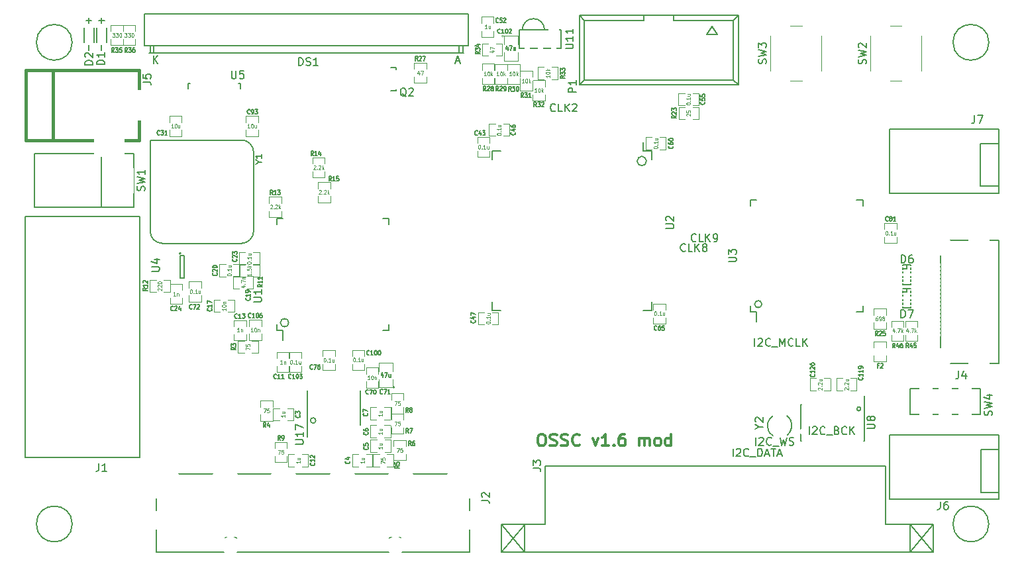
<source format=gto>
G04 #@! TF.GenerationSoftware,KiCad,Pcbnew,(5.1.4-0-10_14)*
G04 #@! TF.CreationDate,2020-05-24T17:11:33+09:00*
G04 #@! TF.ProjectId,ossc_board,6f737363-5f62-46f6-9172-642e6b696361,rev?*
G04 #@! TF.SameCoordinates,Original*
G04 #@! TF.FileFunction,Legend,Top*
G04 #@! TF.FilePolarity,Positive*
%FSLAX46Y46*%
G04 Gerber Fmt 4.6, Leading zero omitted, Abs format (unit mm)*
G04 Created by KiCad (PCBNEW (5.1.4-0-10_14)) date 2020-05-24 17:11:33*
%MOMM*%
%LPD*%
G04 APERTURE LIST*
%ADD10C,0.300000*%
%ADD11C,0.150000*%
%ADD12C,0.120000*%
%ADD13C,0.381000*%
%ADD14C,0.099060*%
%ADD15C,0.119380*%
%ADD16C,0.203200*%
%ADD17C,0.127000*%
%ADD18C,0.114300*%
%ADD19C,4.200000*%
%ADD20O,2.500000X2.500000*%
%ADD21C,4.000000*%
%ADD22C,2.300000*%
%ADD23C,2.000000*%
%ADD24C,0.800000*%
%ADD25R,0.300000X1.200000*%
%ADD26R,0.700000X1.900000*%
%ADD27R,1.400000X1.900000*%
%ADD28C,1.506220*%
%ADD29C,4.064000*%
%ADD30C,1.500000*%
%ADD31R,1.560000X0.650000*%
%ADD32C,1.600000*%
%ADD33C,4.500000*%
%ADD34R,1.200000X2.400000*%
%ADD35R,3.300000X2.400000*%
%ADD36R,1.800860X0.800100*%
%ADD37R,0.400000X2.000000*%
%ADD38R,0.300000X1.600000*%
%ADD39R,1.600000X0.300000*%
%ADD40C,2.200000*%
%ADD41R,4.000000X4.000000*%
%ADD42R,0.797560X0.797560*%
%ADD43R,1.397000X0.889000*%
%ADD44R,1.143000X0.635000*%
%ADD45R,0.635000X1.143000*%
%ADD46R,1.700000X3.500000*%
%ADD47R,3.300000X3.300000*%
%ADD48C,3.300000*%
%ADD49R,2.500000X4.000000*%
%ADD50R,6.700000X6.700000*%
%ADD51C,0.690000*%
%ADD52R,6.200000X6.200000*%
%ADD53C,2.700000*%
%ADD54R,2.200000X0.300000*%
%ADD55C,1.750000*%
%ADD56R,1.600000X0.400000*%
%ADD57R,0.700000X0.200000*%
%ADD58C,0.900000*%
G04 APERTURE END LIST*
D10*
X73294428Y-70704571D02*
X73580142Y-70704571D01*
X73723000Y-70776000D01*
X73865857Y-70918857D01*
X73937285Y-71204571D01*
X73937285Y-71704571D01*
X73865857Y-71990285D01*
X73723000Y-72133142D01*
X73580142Y-72204571D01*
X73294428Y-72204571D01*
X73151571Y-72133142D01*
X73008714Y-71990285D01*
X72937285Y-71704571D01*
X72937285Y-71204571D01*
X73008714Y-70918857D01*
X73151571Y-70776000D01*
X73294428Y-70704571D01*
X74508714Y-72133142D02*
X74723000Y-72204571D01*
X75080142Y-72204571D01*
X75223000Y-72133142D01*
X75294428Y-72061714D01*
X75365857Y-71918857D01*
X75365857Y-71776000D01*
X75294428Y-71633142D01*
X75223000Y-71561714D01*
X75080142Y-71490285D01*
X74794428Y-71418857D01*
X74651571Y-71347428D01*
X74580142Y-71276000D01*
X74508714Y-71133142D01*
X74508714Y-70990285D01*
X74580142Y-70847428D01*
X74651571Y-70776000D01*
X74794428Y-70704571D01*
X75151571Y-70704571D01*
X75365857Y-70776000D01*
X75937285Y-72133142D02*
X76151571Y-72204571D01*
X76508714Y-72204571D01*
X76651571Y-72133142D01*
X76723000Y-72061714D01*
X76794428Y-71918857D01*
X76794428Y-71776000D01*
X76723000Y-71633142D01*
X76651571Y-71561714D01*
X76508714Y-71490285D01*
X76223000Y-71418857D01*
X76080142Y-71347428D01*
X76008714Y-71276000D01*
X75937285Y-71133142D01*
X75937285Y-70990285D01*
X76008714Y-70847428D01*
X76080142Y-70776000D01*
X76223000Y-70704571D01*
X76580142Y-70704571D01*
X76794428Y-70776000D01*
X78294428Y-72061714D02*
X78223000Y-72133142D01*
X78008714Y-72204571D01*
X77865857Y-72204571D01*
X77651571Y-72133142D01*
X77508714Y-71990285D01*
X77437285Y-71847428D01*
X77365857Y-71561714D01*
X77365857Y-71347428D01*
X77437285Y-71061714D01*
X77508714Y-70918857D01*
X77651571Y-70776000D01*
X77865857Y-70704571D01*
X78008714Y-70704571D01*
X78223000Y-70776000D01*
X78294428Y-70847428D01*
X79937285Y-71204571D02*
X80294428Y-72204571D01*
X80651571Y-71204571D01*
X82008714Y-72204571D02*
X81151571Y-72204571D01*
X81580142Y-72204571D02*
X81580142Y-70704571D01*
X81437285Y-70918857D01*
X81294428Y-71061714D01*
X81151571Y-71133142D01*
X82651571Y-72061714D02*
X82723000Y-72133142D01*
X82651571Y-72204571D01*
X82580142Y-72133142D01*
X82651571Y-72061714D01*
X82651571Y-72204571D01*
X84008714Y-70704571D02*
X83723000Y-70704571D01*
X83580142Y-70776000D01*
X83508714Y-70847428D01*
X83365857Y-71061714D01*
X83294428Y-71347428D01*
X83294428Y-71918857D01*
X83365857Y-72061714D01*
X83437285Y-72133142D01*
X83580142Y-72204571D01*
X83865857Y-72204571D01*
X84008714Y-72133142D01*
X84080142Y-72061714D01*
X84151571Y-71918857D01*
X84151571Y-71561714D01*
X84080142Y-71418857D01*
X84008714Y-71347428D01*
X83865857Y-71276000D01*
X83580142Y-71276000D01*
X83437285Y-71347428D01*
X83365857Y-71418857D01*
X83294428Y-71561714D01*
X85937285Y-72204571D02*
X85937285Y-71204571D01*
X85937285Y-71347428D02*
X86008714Y-71276000D01*
X86151571Y-71204571D01*
X86365857Y-71204571D01*
X86508714Y-71276000D01*
X86580142Y-71418857D01*
X86580142Y-72204571D01*
X86580142Y-71418857D02*
X86651571Y-71276000D01*
X86794428Y-71204571D01*
X87008714Y-71204571D01*
X87151571Y-71276000D01*
X87223000Y-71418857D01*
X87223000Y-72204571D01*
X88151571Y-72204571D02*
X88008714Y-72133142D01*
X87937285Y-72061714D01*
X87865857Y-71918857D01*
X87865857Y-71490285D01*
X87937285Y-71347428D01*
X88008714Y-71276000D01*
X88151571Y-71204571D01*
X88365857Y-71204571D01*
X88508714Y-71276000D01*
X88580142Y-71347428D01*
X88651571Y-71490285D01*
X88651571Y-71918857D01*
X88580142Y-72061714D01*
X88508714Y-72133142D01*
X88365857Y-72204571D01*
X88151571Y-72204571D01*
X89937285Y-72204571D02*
X89937285Y-70704571D01*
X89937285Y-72133142D02*
X89794428Y-72204571D01*
X89508714Y-72204571D01*
X89365857Y-72133142D01*
X89294428Y-72061714D01*
X89223000Y-71918857D01*
X89223000Y-71490285D01*
X89294428Y-71347428D01*
X89365857Y-71276000D01*
X89508714Y-71204571D01*
X89794428Y-71204571D01*
X89937285Y-71276000D01*
D11*
X24196000Y-85776200D02*
X64196000Y-85776200D01*
X64196000Y-75776200D02*
X64196000Y-85776200D01*
X24196000Y-75776200D02*
X64196000Y-75776200D01*
X24196000Y-85776200D02*
X24196000Y-75776200D01*
X34396000Y-83947900D02*
X34396000Y-85753840D01*
X32946000Y-83947900D02*
X34396000Y-83947900D01*
X32946000Y-85769080D02*
X32946000Y-83947900D01*
X53996000Y-85769080D02*
X53996000Y-83947900D01*
X53996000Y-83947900D02*
X55446000Y-83947900D01*
X55446000Y-83947900D02*
X55446000Y-85753840D01*
X34368740Y-85723360D02*
X34373820Y-85736060D01*
X32946340Y-83952980D02*
X34368740Y-85723360D01*
X32941260Y-85746220D02*
X34361120Y-83978380D01*
X54020720Y-83975840D02*
X55410100Y-85713200D01*
X53997860Y-85758920D02*
X55410100Y-83998700D01*
D12*
X106695500Y-18484900D02*
X105195500Y-18484900D01*
X102695500Y-19734900D02*
X102695500Y-24234900D01*
X105195500Y-25484900D02*
X106695500Y-25484900D01*
X109195500Y-24234900D02*
X109195500Y-19734900D01*
X119459000Y-18523000D02*
X117959000Y-18523000D01*
X115459000Y-19773000D02*
X115459000Y-24273000D01*
X117959000Y-25523000D02*
X119459000Y-25523000D01*
X121959000Y-24273000D02*
X121959000Y-19773000D01*
D11*
X114222000Y-67480000D02*
G75*
G03X114222000Y-67480000I-250000J0D01*
G01*
X114647000Y-71555000D02*
X114622000Y-71555000D01*
X106597000Y-71555000D02*
X106622000Y-71555000D01*
X106597000Y-66905000D02*
X106622000Y-66905000D01*
X114697000Y-65830000D02*
X114697000Y-71555000D01*
X106597000Y-66905000D02*
X106597000Y-71555000D01*
X70967940Y-18952580D02*
G75*
G02X72354780Y-17580980I1379220J-7620D01*
G01*
X73787340Y-18952580D02*
G75*
G03X72400500Y-17580980I-1379220J-7620D01*
G01*
X75914100Y-18960500D02*
X75914100Y-21360500D01*
X75914100Y-21360500D02*
X70614100Y-21360500D01*
X70614100Y-21360500D02*
X70614100Y-18960500D01*
X70614100Y-18960500D02*
X75914100Y-18960500D01*
X97925000Y-25400000D02*
X98560000Y-26035000D01*
X97925000Y-17780000D02*
X98560000Y-17145000D01*
X78875000Y-17780000D02*
X78240000Y-17145000D01*
X78875000Y-25400000D02*
X78240000Y-26035000D01*
X86495000Y-17145000D02*
X86495000Y-17780000D01*
X86495000Y-17780000D02*
X78875000Y-17780000D01*
X78875000Y-17780000D02*
X78875000Y-25400000D01*
X78875000Y-25400000D02*
X97925000Y-25400000D01*
X97925000Y-25400000D02*
X97925000Y-17780000D01*
X97925000Y-17780000D02*
X90305000Y-17780000D01*
X90305000Y-17780000D02*
X90305000Y-17145000D01*
X98560000Y-17145000D02*
X78240000Y-17145000D01*
X78240000Y-26035000D02*
X98560000Y-26035000D01*
X98560000Y-26035000D02*
X98560000Y-17145000D01*
X78240000Y-26035000D02*
X78240000Y-17145000D01*
X95898080Y-19621500D02*
X95199580Y-18552160D01*
X95199580Y-18552160D02*
X94498540Y-19621500D01*
X94498540Y-19621500D02*
X95898080Y-19621500D01*
X13416000Y-20600000D02*
G75*
G03X13416000Y-20600000I-2286000J0D01*
G01*
X13416000Y-82200000D02*
G75*
G03X13416000Y-82200000I-2286000J0D01*
G01*
X130586000Y-82200000D02*
G75*
G03X130586000Y-82200000I-2286000J0D01*
G01*
X130586000Y-20600000D02*
G75*
G03X130586000Y-20600000I-2286000J0D01*
G01*
X35074500Y-33095300D02*
X23390500Y-33095300D01*
X23390500Y-33095300D02*
X23390500Y-44779300D01*
X36598500Y-44779300D02*
X36598500Y-34619300D01*
X35074500Y-46303300D02*
X24914500Y-46303300D01*
X35074500Y-46303300D02*
G75*
G03X36598500Y-44779300I0J1524000D01*
G01*
X23390500Y-44779300D02*
G75*
G03X24914500Y-46303300I1524000J0D01*
G01*
X36598500Y-34619300D02*
G75*
G03X35074500Y-33095300I-1524000J0D01*
G01*
X27293300Y-47587800D02*
G75*
G03X27293300Y-47587800I-100000J0D01*
G01*
X27743300Y-47837800D02*
X27243300Y-47837800D01*
X27743300Y-50737800D02*
X27743300Y-47837800D01*
X27243300Y-50737800D02*
X27743300Y-50737800D01*
X27243300Y-47837800D02*
X27243300Y-50737800D01*
X22025500Y-73695400D02*
X22025500Y-42895400D01*
X22025500Y-73695400D02*
X7445500Y-73695400D01*
X7445500Y-73695400D02*
X7445500Y-42895400D01*
X7445500Y-42895400D02*
X22025500Y-42895400D01*
X34692260Y-25834820D02*
X34644000Y-25834820D01*
X28256000Y-26525700D02*
X28256000Y-25824660D01*
X28256000Y-25824660D02*
X28504920Y-25824660D01*
X34692260Y-25834820D02*
X34892920Y-25834820D01*
X34892920Y-25834820D02*
X34892920Y-26535860D01*
X54142200Y-23829180D02*
X54843240Y-23829180D01*
X54843240Y-23829180D02*
X54843240Y-24078100D01*
X54843240Y-26628160D02*
X54843240Y-26828820D01*
X54843240Y-26828820D02*
X54142200Y-26828820D01*
X44555758Y-68962300D02*
G75*
G03X44555758Y-68962300I-339838J0D01*
G01*
X50263000Y-69549000D02*
X50263000Y-65099000D01*
X43513000Y-71074000D02*
X43513000Y-65099000D01*
X101563308Y-54084900D02*
G75*
G03X101563308Y-54084900I-450748J0D01*
G01*
X100125000Y-55075000D02*
X100925000Y-55075000D01*
X100125000Y-40725000D02*
X100925000Y-40725000D01*
X114475000Y-40725000D02*
X113675000Y-40725000D01*
X114475000Y-55075000D02*
X113675000Y-55075000D01*
X100125000Y-55075000D02*
X100125000Y-54275000D01*
X114475000Y-55075000D02*
X114475000Y-54275000D01*
X114475000Y-40725000D02*
X114475000Y-41525000D01*
X100125000Y-40725000D02*
X100125000Y-41525000D01*
X100925000Y-55075000D02*
X100925000Y-56350000D01*
X68262940Y-85763280D02*
X71229660Y-82296180D01*
X68255320Y-82280940D02*
X71227120Y-85760740D01*
X120521920Y-85778520D02*
X123511500Y-82275860D01*
X120514300Y-82273320D02*
X123501340Y-85765820D01*
X68244600Y-85771200D02*
X68244600Y-82271200D01*
X123514600Y-82271200D02*
X123514600Y-85771200D01*
X123514600Y-85771200D02*
X68244600Y-85771200D01*
X71244600Y-85771200D02*
X71244600Y-82271200D01*
X73859600Y-82271200D02*
X68244600Y-82271200D01*
X73859600Y-82271200D02*
X73859600Y-74821200D01*
X73859600Y-74821200D02*
X117359600Y-74821200D01*
X117359600Y-74821200D02*
X117359600Y-82271200D01*
X117359600Y-82271200D02*
X123514600Y-82271200D01*
X120514600Y-82271200D02*
X120514600Y-85771200D01*
D13*
X11001500Y-24148120D02*
X11001500Y-33149880D01*
X7501380Y-24148120D02*
X7501380Y-33149880D01*
X7501380Y-33149880D02*
X22002240Y-33149880D01*
X22002240Y-33149880D02*
X22002240Y-24148120D01*
X22002240Y-24148120D02*
X7501380Y-24148120D01*
D11*
X17542220Y-17822880D02*
X16810700Y-17822880D01*
X17171380Y-18186100D02*
X17171380Y-17454580D01*
X17171380Y-21640500D02*
X17171380Y-20908980D01*
X17805200Y-20645000D02*
X17805200Y-18745000D01*
X16552800Y-20645000D02*
X16552800Y-18745000D01*
X15912220Y-17822880D02*
X15180700Y-17822880D01*
X15541380Y-18186100D02*
X15541380Y-17454580D01*
X15541380Y-21640500D02*
X15541380Y-20908980D01*
X16175200Y-20645000D02*
X16175200Y-18745000D01*
X14922800Y-20645000D02*
X14922800Y-18745000D01*
D14*
X68597380Y-19796360D02*
G75*
G03X68597380Y-19796360I-127000J0D01*
G01*
X68594840Y-20853000D02*
X68594840Y-19773500D01*
X68605000Y-19763340D02*
X70383000Y-19763340D01*
X70393160Y-19773500D02*
X70393160Y-20853000D01*
X70393160Y-21869000D02*
X70393160Y-22948500D01*
X70383000Y-22958660D02*
X68605000Y-22958660D01*
X68594840Y-22948500D02*
X68594840Y-21869000D01*
X54688620Y-64719640D02*
G75*
G03X54688620Y-64719640I-127000J0D01*
G01*
X54437160Y-63663000D02*
X54437160Y-64742500D01*
X54427000Y-64752660D02*
X52649000Y-64752660D01*
X52638840Y-64742500D02*
X52638840Y-63663000D01*
X52638840Y-62647000D02*
X52638840Y-61567500D01*
X52649000Y-61557340D02*
X54427000Y-61557340D01*
X54437160Y-61567500D02*
X54437160Y-62647000D01*
D15*
X39047760Y-67215120D02*
X39047760Y-66432800D01*
X39047760Y-68215880D02*
X39047760Y-68998200D01*
X37478040Y-67215120D02*
X37478040Y-66432800D01*
X37478040Y-68998200D02*
X37478040Y-68215880D01*
X37500900Y-66425180D02*
X39024900Y-66425180D01*
X39024900Y-69005820D02*
X37500900Y-69005820D01*
X53673080Y-74863060D02*
X54455400Y-74863060D01*
X52672320Y-74863060D02*
X51890000Y-74863060D01*
X53673080Y-73293340D02*
X54455400Y-73293340D01*
X51890000Y-73293340D02*
X52672320Y-73293340D01*
X54463020Y-73316200D02*
X54463020Y-74840200D01*
X51882380Y-74840200D02*
X51882380Y-73316200D01*
X54496040Y-73270480D02*
X54496040Y-74052800D01*
X54496040Y-72269720D02*
X54496040Y-71487400D01*
X56065760Y-73270480D02*
X56065760Y-74052800D01*
X56065760Y-71487400D02*
X56065760Y-72269720D01*
X56042900Y-74060420D02*
X54518900Y-74060420D01*
X54518900Y-71479780D02*
X56042900Y-71479780D01*
X55786360Y-68866120D02*
X55786360Y-68083800D01*
X55786360Y-69866880D02*
X55786360Y-70649200D01*
X54216640Y-68866120D02*
X54216640Y-68083800D01*
X54216640Y-70649200D02*
X54216640Y-69866880D01*
X54239500Y-68076180D02*
X55763500Y-68076180D01*
X55763500Y-70656820D02*
X54239500Y-70656820D01*
X55781860Y-66284620D02*
X55781860Y-65502300D01*
X55781860Y-67285380D02*
X55781860Y-68067700D01*
X54212140Y-66284620D02*
X54212140Y-65502300D01*
X54212140Y-68067700D02*
X54212140Y-67285380D01*
X54235000Y-65494680D02*
X55759000Y-65494680D01*
X55759000Y-68075320D02*
X54235000Y-68075320D01*
X40888860Y-72514620D02*
X40888860Y-71732300D01*
X40888860Y-73515380D02*
X40888860Y-74297700D01*
X39319140Y-72514620D02*
X39319140Y-71732300D01*
X39319140Y-74297700D02*
X39319140Y-73515380D01*
X39342000Y-71724680D02*
X40866000Y-71724680D01*
X40866000Y-74305320D02*
X39342000Y-74305320D01*
X36563380Y-50563860D02*
X37345700Y-50563860D01*
X35562620Y-50563860D02*
X34780300Y-50563860D01*
X36563380Y-48994140D02*
X37345700Y-48994140D01*
X34780300Y-48994140D02*
X35562620Y-48994140D01*
X37353320Y-49017000D02*
X37353320Y-50541000D01*
X34772680Y-50541000D02*
X34772680Y-49017000D01*
X24135420Y-50979440D02*
X23353100Y-50979440D01*
X25136180Y-50979440D02*
X25918500Y-50979440D01*
X24135420Y-52549160D02*
X23353100Y-52549160D01*
X25918500Y-52549160D02*
X25136180Y-52549160D01*
X23345480Y-52526300D02*
X23345480Y-51002300D01*
X25926120Y-51002300D02*
X25926120Y-52526300D01*
X38585140Y-42156380D02*
X38585140Y-42938700D01*
X38585140Y-41155620D02*
X38585140Y-40373300D01*
X40154860Y-42156380D02*
X40154860Y-42938700D01*
X40154860Y-40373300D02*
X40154860Y-41155620D01*
X40132000Y-42946320D02*
X38608000Y-42946320D01*
X38608000Y-40365680D02*
X40132000Y-40365680D01*
X45715860Y-36105620D02*
X45715860Y-35323300D01*
X45715860Y-37106380D02*
X45715860Y-37888700D01*
X44146140Y-36105620D02*
X44146140Y-35323300D01*
X44146140Y-37888700D02*
X44146140Y-37106380D01*
X44169000Y-35315680D02*
X45693000Y-35315680D01*
X45693000Y-37896320D02*
X44169000Y-37896320D01*
X44831340Y-40275880D02*
X44831340Y-41058200D01*
X44831340Y-39275120D02*
X44831340Y-38492800D01*
X46401060Y-40275880D02*
X46401060Y-41058200D01*
X46401060Y-38492800D02*
X46401060Y-39275120D01*
X46378200Y-41065820D02*
X44854200Y-41065820D01*
X44854200Y-38485180D02*
X46378200Y-38485180D01*
X92725580Y-30451160D02*
X93507900Y-30451160D01*
X91724820Y-30451160D02*
X90942500Y-30451160D01*
X92725580Y-28881440D02*
X93507900Y-28881440D01*
X90942500Y-28881440D02*
X91724820Y-28881440D01*
X93515520Y-28904300D02*
X93515520Y-30428300D01*
X90934880Y-30428300D02*
X90934880Y-28904300D01*
X115908140Y-56461380D02*
X115908140Y-57243700D01*
X115908140Y-55460620D02*
X115908140Y-54678300D01*
X117477860Y-56461380D02*
X117477860Y-57243700D01*
X117477860Y-54678300D02*
X117477860Y-55460620D01*
X117455000Y-57251320D02*
X115931000Y-57251320D01*
X115931000Y-54670680D02*
X117455000Y-54670680D01*
X67394160Y-24136720D02*
X67394160Y-23354400D01*
X67394160Y-25137480D02*
X67394160Y-25919800D01*
X65824440Y-24136720D02*
X65824440Y-23354400D01*
X65824440Y-25919800D02*
X65824440Y-25137480D01*
X65847300Y-23346780D02*
X67371300Y-23346780D01*
X67371300Y-25927420D02*
X65847300Y-25927420D01*
X69007060Y-24149420D02*
X69007060Y-23367100D01*
X69007060Y-25150180D02*
X69007060Y-25932500D01*
X67437340Y-24149420D02*
X67437340Y-23367100D01*
X67437340Y-25932500D02*
X67437340Y-25150180D01*
X67460200Y-23359480D02*
X68984200Y-23359480D01*
X68984200Y-25940120D02*
X67460200Y-25940120D01*
X70619960Y-24149420D02*
X70619960Y-23367100D01*
X70619960Y-25150180D02*
X70619960Y-25932500D01*
X69050240Y-24149420D02*
X69050240Y-23367100D01*
X69050240Y-25932500D02*
X69050240Y-25150180D01*
X69073100Y-23359480D02*
X70597100Y-23359480D01*
X70597100Y-25940120D02*
X69073100Y-25940120D01*
X72232860Y-25025720D02*
X72232860Y-24243400D01*
X72232860Y-26026480D02*
X72232860Y-26808800D01*
X70663140Y-25025720D02*
X70663140Y-24243400D01*
X70663140Y-26808800D02*
X70663140Y-26026480D01*
X70686000Y-24235780D02*
X72210000Y-24235780D01*
X72210000Y-26816420D02*
X70686000Y-26816420D01*
X73871160Y-26257620D02*
X73871160Y-25475300D01*
X73871160Y-27258380D02*
X73871160Y-28040700D01*
X72301440Y-26257620D02*
X72301440Y-25475300D01*
X72301440Y-28040700D02*
X72301440Y-27258380D01*
X72324300Y-25467680D02*
X73848300Y-25467680D01*
X73848300Y-28048320D02*
X72324300Y-28048320D01*
X74729680Y-25333060D02*
X75512000Y-25333060D01*
X73728920Y-25333060D02*
X72946600Y-25333060D01*
X74729680Y-23763340D02*
X75512000Y-23763340D01*
X72946600Y-23763340D02*
X73728920Y-23763340D01*
X75519620Y-23786200D02*
X75519620Y-25310200D01*
X72938980Y-25310200D02*
X72938980Y-23786200D01*
X66604220Y-20766140D02*
X65821900Y-20766140D01*
X67604980Y-20766140D02*
X68387300Y-20766140D01*
X66604220Y-22335860D02*
X65821900Y-22335860D01*
X68387300Y-22335860D02*
X67604980Y-22335860D01*
X65814280Y-22313000D02*
X65814280Y-20789000D01*
X68394920Y-20789000D02*
X68394920Y-22313000D01*
X18374140Y-20191380D02*
X18374140Y-20973700D01*
X18374140Y-19190620D02*
X18374140Y-18408300D01*
X19943860Y-20191380D02*
X19943860Y-20973700D01*
X19943860Y-18408300D02*
X19943860Y-19190620D01*
X19921000Y-20981320D02*
X18397000Y-20981320D01*
X18397000Y-18400680D02*
X19921000Y-18400680D01*
X19924140Y-20187380D02*
X19924140Y-20969700D01*
X19924140Y-19186620D02*
X19924140Y-18404300D01*
X21493860Y-20187380D02*
X21493860Y-20969700D01*
X21493860Y-18404300D02*
X21493860Y-19186620D01*
X21471000Y-20977320D02*
X19947000Y-20977320D01*
X19947000Y-18396680D02*
X21471000Y-18396680D01*
X57127140Y-25016380D02*
X57127140Y-25798700D01*
X57127140Y-24015620D02*
X57127140Y-23233300D01*
X58696860Y-25016380D02*
X58696860Y-25798700D01*
X58696860Y-23233300D02*
X58696860Y-24015620D01*
X58674000Y-25806320D02*
X57150000Y-25806320D01*
X57150000Y-23225680D02*
X58674000Y-23225680D01*
X36401080Y-60321560D02*
X37183400Y-60321560D01*
X35400320Y-60321560D02*
X34618000Y-60321560D01*
X36401080Y-58751840D02*
X37183400Y-58751840D01*
X34618000Y-58751840D02*
X35400320Y-58751840D01*
X37191020Y-58774700D02*
X37191020Y-60298700D01*
X34610380Y-60298700D02*
X34610380Y-58774700D01*
X117474860Y-59639620D02*
X117474860Y-58857300D01*
X117474860Y-60640380D02*
X117474860Y-61422700D01*
X115905140Y-59639620D02*
X115905140Y-58857300D01*
X115905140Y-61422700D02*
X115905140Y-60640380D01*
X115928000Y-58849680D02*
X117452000Y-58849680D01*
X117452000Y-61430320D02*
X115928000Y-61430320D01*
X121474860Y-56999620D02*
X121474860Y-56217300D01*
X121474860Y-58000380D02*
X121474860Y-58782700D01*
X119905140Y-56999620D02*
X119905140Y-56217300D01*
X119905140Y-58782700D02*
X119905140Y-58000380D01*
X119928000Y-56209680D02*
X121452000Y-56209680D01*
X121452000Y-58790320D02*
X119928000Y-58790320D01*
X119714860Y-56999620D02*
X119714860Y-56217300D01*
X119714860Y-58000380D02*
X119714860Y-58782700D01*
X118145140Y-56999620D02*
X118145140Y-56217300D01*
X118145140Y-58782700D02*
X118145140Y-58000380D01*
X118168000Y-56209680D02*
X119692000Y-56209680D01*
X119692000Y-58790320D02*
X118168000Y-58790320D01*
X40896880Y-68957560D02*
X41679200Y-68957560D01*
X39896120Y-68957560D02*
X39113800Y-68957560D01*
X40896880Y-67387840D02*
X41679200Y-67387840D01*
X39113800Y-67387840D02*
X39896120Y-67387840D01*
X41686820Y-67410700D02*
X41686820Y-68934700D01*
X39106180Y-68934700D02*
X39106180Y-67410700D01*
X50018020Y-73281140D02*
X49235700Y-73281140D01*
X51018780Y-73281140D02*
X51801100Y-73281140D01*
X50018020Y-74850860D02*
X49235700Y-74850860D01*
X51801100Y-74850860D02*
X51018780Y-74850860D01*
X49228080Y-74828000D02*
X49228080Y-73304000D01*
X51808720Y-73304000D02*
X51808720Y-74828000D01*
X52342120Y-71439140D02*
X51559800Y-71439140D01*
X53342880Y-71439140D02*
X54125200Y-71439140D01*
X52342120Y-73008860D02*
X51559800Y-73008860D01*
X54125200Y-73008860D02*
X53342880Y-73008860D01*
X51552180Y-72986000D02*
X51552180Y-71462000D01*
X54132820Y-71462000D02*
X54132820Y-72986000D01*
X52316720Y-69572240D02*
X51534400Y-69572240D01*
X53317480Y-69572240D02*
X54099800Y-69572240D01*
X52316720Y-71141960D02*
X51534400Y-71141960D01*
X54099800Y-71141960D02*
X53317480Y-71141960D01*
X51526780Y-71119100D02*
X51526780Y-69595100D01*
X54107420Y-69595100D02*
X54107420Y-71119100D01*
X52316720Y-67273540D02*
X51534400Y-67273540D01*
X53317480Y-67273540D02*
X54099800Y-67273540D01*
X52316720Y-68843260D02*
X51534400Y-68843260D01*
X54099800Y-68843260D02*
X53317480Y-68843260D01*
X51526780Y-68820400D02*
X51526780Y-67296400D01*
X54107420Y-67296400D02*
X54107420Y-68820400D01*
X41143260Y-61004820D02*
X41143260Y-60222500D01*
X41143260Y-62005580D02*
X41143260Y-62787900D01*
X39573540Y-61004820D02*
X39573540Y-60222500D01*
X39573540Y-62787900D02*
X39573540Y-62005580D01*
X39596400Y-60214880D02*
X41120400Y-60214880D01*
X41120400Y-62795520D02*
X39596400Y-62795520D01*
X42801380Y-74850860D02*
X43583700Y-74850860D01*
X41800620Y-74850860D02*
X41018300Y-74850860D01*
X42801380Y-73281140D02*
X43583700Y-73281140D01*
X41018300Y-73281140D02*
X41800620Y-73281140D01*
X43591320Y-73304000D02*
X43591320Y-74828000D01*
X41010680Y-74828000D02*
X41010680Y-73304000D01*
X35656860Y-56915420D02*
X35656860Y-56133100D01*
X35656860Y-57916180D02*
X35656860Y-58698500D01*
X34087140Y-56915420D02*
X34087140Y-56133100D01*
X34087140Y-58698500D02*
X34087140Y-57916180D01*
X34110000Y-56125480D02*
X35634000Y-56125480D01*
X35634000Y-58706120D02*
X34110000Y-58706120D01*
X33340380Y-55101860D02*
X34122700Y-55101860D01*
X32339620Y-55101860D02*
X31557300Y-55101860D01*
X33340380Y-53532140D02*
X34122700Y-53532140D01*
X31557300Y-53532140D02*
X32339620Y-53532140D01*
X34130320Y-53555000D02*
X34130320Y-55079000D01*
X31549680Y-55079000D02*
X31549680Y-53555000D01*
X34776620Y-50498140D02*
X33994300Y-50498140D01*
X35777380Y-50498140D02*
X36559700Y-50498140D01*
X34776620Y-52067860D02*
X33994300Y-52067860D01*
X36559700Y-52067860D02*
X35777380Y-52067860D01*
X33986680Y-52045000D02*
X33986680Y-50521000D01*
X36567320Y-50521000D02*
X36567320Y-52045000D01*
X34028380Y-50563860D02*
X34810700Y-50563860D01*
X33027620Y-50563860D02*
X32245300Y-50563860D01*
X34028380Y-48994140D02*
X34810700Y-48994140D01*
X32245300Y-48994140D02*
X33027620Y-48994140D01*
X34818320Y-49017000D02*
X34818320Y-50541000D01*
X32237680Y-50541000D02*
X32237680Y-49017000D01*
X35561620Y-47480140D02*
X34779300Y-47480140D01*
X36562380Y-47480140D02*
X37344700Y-47480140D01*
X35561620Y-49049860D02*
X34779300Y-49049860D01*
X37344700Y-49049860D02*
X36562380Y-49049860D01*
X34771680Y-49027000D02*
X34771680Y-47503000D01*
X37352320Y-47503000D02*
X37352320Y-49027000D01*
X25921040Y-53280680D02*
X25921040Y-54063000D01*
X25921040Y-52279920D02*
X25921040Y-51497600D01*
X27490760Y-53280680D02*
X27490760Y-54063000D01*
X27490760Y-51497600D02*
X27490760Y-52279920D01*
X27467900Y-54070620D02*
X25943900Y-54070620D01*
X25943900Y-51489980D02*
X27467900Y-51489980D01*
X27429860Y-30812620D02*
X27429860Y-30030300D01*
X27429860Y-31813380D02*
X27429860Y-32595700D01*
X25860140Y-30812620D02*
X25860140Y-30030300D01*
X25860140Y-32595700D02*
X25860140Y-31813380D01*
X25883000Y-30022680D02*
X27407000Y-30022680D01*
X27407000Y-32603320D02*
X25883000Y-32603320D01*
X66784860Y-33499620D02*
X66784860Y-32717300D01*
X66784860Y-34500380D02*
X66784860Y-35282700D01*
X65215140Y-33499620D02*
X65215140Y-32717300D01*
X65215140Y-35282700D02*
X65215140Y-34500380D01*
X65238000Y-32709680D02*
X66762000Y-32709680D01*
X66762000Y-35290320D02*
X65238000Y-35290320D01*
X67499620Y-31015140D02*
X66717300Y-31015140D01*
X68500380Y-31015140D02*
X69282700Y-31015140D01*
X67499620Y-32584860D02*
X66717300Y-32584860D01*
X69282700Y-32584860D02*
X68500380Y-32584860D01*
X66709680Y-32562000D02*
X66709680Y-31038000D01*
X69290320Y-31038000D02*
X69290320Y-32562000D01*
X66099620Y-55115140D02*
X65317300Y-55115140D01*
X67100380Y-55115140D02*
X67882700Y-55115140D01*
X66099620Y-56684860D02*
X65317300Y-56684860D01*
X67882700Y-56684860D02*
X67100380Y-56684860D01*
X65309680Y-56662000D02*
X65309680Y-55138000D01*
X67890320Y-55138000D02*
X67890320Y-56662000D01*
X65735540Y-19130380D02*
X65735540Y-19912700D01*
X65735540Y-18129620D02*
X65735540Y-17347300D01*
X67305260Y-19130380D02*
X67305260Y-19912700D01*
X67305260Y-17347300D02*
X67305260Y-18129620D01*
X67282400Y-19920320D02*
X65758400Y-19920320D01*
X65758400Y-17339680D02*
X67282400Y-17339680D01*
X91712120Y-27103440D02*
X90929800Y-27103440D01*
X92712880Y-27103440D02*
X93495200Y-27103440D01*
X91712120Y-28673160D02*
X90929800Y-28673160D01*
X93495200Y-28673160D02*
X92712880Y-28673160D01*
X90922180Y-28650300D02*
X90922180Y-27126300D01*
X93502820Y-27126300D02*
X93502820Y-28650300D01*
X88521380Y-34282860D02*
X89303700Y-34282860D01*
X87520620Y-34282860D02*
X86738300Y-34282860D01*
X88521380Y-32713140D02*
X89303700Y-32713140D01*
X86738300Y-32713140D02*
X87520620Y-32713140D01*
X89311320Y-32736000D02*
X89311320Y-34260000D01*
X86730680Y-34260000D02*
X86730680Y-32736000D01*
X87715140Y-55800380D02*
X87715140Y-56582700D01*
X87715140Y-54799620D02*
X87715140Y-54017300D01*
X89284860Y-55800380D02*
X89284860Y-56582700D01*
X89284860Y-54017300D02*
X89284860Y-54799620D01*
X89262000Y-56590320D02*
X87738000Y-56590320D01*
X87738000Y-54009680D02*
X89262000Y-54009680D01*
X117255140Y-45510380D02*
X117255140Y-46292700D01*
X117255140Y-44509620D02*
X117255140Y-43727300D01*
X118824860Y-45510380D02*
X118824860Y-46292700D01*
X118824860Y-43727300D02*
X118824860Y-44509620D01*
X118802000Y-46300320D02*
X117278000Y-46300320D01*
X117278000Y-43719680D02*
X118802000Y-43719680D01*
X37189860Y-30817620D02*
X37189860Y-30035300D01*
X37189860Y-31818380D02*
X37189860Y-32600700D01*
X35620140Y-30817620D02*
X35620140Y-30035300D01*
X35620140Y-32600700D02*
X35620140Y-31818380D01*
X35643000Y-30027680D02*
X37167000Y-30027680D01*
X37167000Y-32608320D02*
X35643000Y-32608320D01*
X52547860Y-62989620D02*
X52547860Y-62207300D01*
X52547860Y-63990380D02*
X52547860Y-64772700D01*
X50978140Y-62989620D02*
X50978140Y-62207300D01*
X50978140Y-64772700D02*
X50978140Y-63990380D01*
X51001000Y-62199680D02*
X52525000Y-62199680D01*
X52525000Y-64780320D02*
X51001000Y-64780320D01*
X28359440Y-52975880D02*
X28359440Y-53758200D01*
X28359440Y-51975120D02*
X28359440Y-51192800D01*
X29929160Y-52975880D02*
X29929160Y-53758200D01*
X29929160Y-51192800D02*
X29929160Y-51975120D01*
X29906300Y-53765820D02*
X28382300Y-53765820D01*
X28382300Y-51185180D02*
X29906300Y-51185180D01*
X47010660Y-60750820D02*
X47010660Y-59968500D01*
X47010660Y-61751580D02*
X47010660Y-62533900D01*
X45440940Y-60750820D02*
X45440940Y-59968500D01*
X45440940Y-62533900D02*
X45440940Y-61751580D01*
X45463800Y-59960880D02*
X46987800Y-59960880D01*
X46987800Y-62541520D02*
X45463800Y-62541520D01*
X50769860Y-60725420D02*
X50769860Y-59943100D01*
X50769860Y-61726180D02*
X50769860Y-62508500D01*
X49200140Y-60725420D02*
X49200140Y-59943100D01*
X49200140Y-62508500D02*
X49200140Y-61726180D01*
X49223000Y-59935480D02*
X50747000Y-59935480D01*
X50747000Y-62516120D02*
X49223000Y-62516120D01*
X42743460Y-61004820D02*
X42743460Y-60222500D01*
X42743460Y-62005580D02*
X42743460Y-62787900D01*
X41173740Y-61004820D02*
X41173740Y-60222500D01*
X41173740Y-62787900D02*
X41173740Y-62005580D01*
X41196600Y-60214880D02*
X42720600Y-60214880D01*
X42720600Y-62795520D02*
X41196600Y-62795520D01*
X36042940Y-57890780D02*
X36042940Y-58673100D01*
X36042940Y-56890020D02*
X36042940Y-56107700D01*
X37612660Y-57890780D02*
X37612660Y-58673100D01*
X37612660Y-56107700D02*
X37612660Y-56890020D01*
X37589800Y-58680720D02*
X36065800Y-58680720D01*
X36065800Y-56100080D02*
X37589800Y-56100080D01*
D11*
X131874400Y-72707400D02*
X129550300Y-72707400D01*
X129550300Y-72707400D02*
X129547760Y-78173480D01*
X129547760Y-78173480D02*
X131902340Y-78173480D01*
X131906000Y-79030000D02*
X131906000Y-70830000D01*
X131906000Y-70830000D02*
X117906000Y-70830000D01*
X117906000Y-70830000D02*
X117906000Y-79030000D01*
X117906000Y-79030000D02*
X131906000Y-79030000D01*
X21316000Y-34868000D02*
X21316000Y-41728000D01*
X21316000Y-41728000D02*
X8616000Y-41728000D01*
X8616000Y-41728000D02*
X8616000Y-34868000D01*
X8616000Y-34868000D02*
X21316000Y-34868000D01*
X17180880Y-41728000D02*
X17180880Y-34868000D01*
X22675200Y-21050620D02*
X22675200Y-17006940D01*
X64082280Y-21050620D02*
X64082280Y-17006940D01*
X64076200Y-21050280D02*
X22676200Y-21050280D01*
X64076200Y-17006600D02*
X22676200Y-17006600D01*
X23373700Y-21048080D02*
X23373700Y-21939620D01*
X23866460Y-21939620D02*
X23866460Y-21048080D01*
X63376160Y-21939620D02*
X63376160Y-21048080D01*
X62883400Y-21048080D02*
X62883400Y-21939620D01*
X63476200Y-21950600D02*
X23276200Y-21950600D01*
D15*
X112910380Y-65134860D02*
X113692700Y-65134860D01*
X111909620Y-65134860D02*
X111127300Y-65134860D01*
X112910380Y-63565140D02*
X113692700Y-63565140D01*
X111127300Y-63565140D02*
X111909620Y-63565140D01*
X113700320Y-63588000D02*
X113700320Y-65112000D01*
X111119680Y-65112000D02*
X111119680Y-63588000D01*
X108534620Y-63574140D02*
X107752300Y-63574140D01*
X109535380Y-63574140D02*
X110317700Y-63574140D01*
X108534620Y-65143860D02*
X107752300Y-65143860D01*
X110317700Y-65143860D02*
X109535380Y-65143860D01*
X107744680Y-65121000D02*
X107744680Y-63597000D01*
X110325320Y-63597000D02*
X110325320Y-65121000D01*
D11*
X131866400Y-33553400D02*
X129542300Y-33553400D01*
X129542300Y-33553400D02*
X129539760Y-39019480D01*
X129539760Y-39019480D02*
X131894340Y-39019480D01*
X131898000Y-39876000D02*
X131898000Y-31676000D01*
X131898000Y-31676000D02*
X117898000Y-31676000D01*
X117898000Y-31676000D02*
X117898000Y-39876000D01*
X117898000Y-39876000D02*
X131898000Y-39876000D01*
X86820932Y-35782060D02*
G75*
G03X86820932Y-35782060I-590292J0D01*
G01*
X87475000Y-34525000D02*
X86400000Y-34525000D01*
X87475000Y-54875000D02*
X86400000Y-54875000D01*
X67125000Y-54875000D02*
X68200000Y-54875000D01*
X67125000Y-34525000D02*
X68200000Y-34525000D01*
X87475000Y-34525000D02*
X87475000Y-35600000D01*
X67125000Y-34525000D02*
X67125000Y-35600000D01*
X67125000Y-54875000D02*
X67125000Y-53800000D01*
X87475000Y-54875000D02*
X87475000Y-53800000D01*
X86400000Y-34525000D02*
X86400000Y-33425000D01*
X41094202Y-56456580D02*
G75*
G03X41094202Y-56456580I-527862J0D01*
G01*
X39561000Y-57467000D02*
X40361000Y-57467000D01*
X39561000Y-43117000D02*
X40361000Y-43117000D01*
X53911000Y-43117000D02*
X53111000Y-43117000D01*
X53911000Y-57467000D02*
X53111000Y-57467000D01*
X39561000Y-57467000D02*
X39561000Y-56667000D01*
X53911000Y-57467000D02*
X53911000Y-56667000D01*
X53911000Y-43117000D02*
X53911000Y-43917000D01*
X39561000Y-43117000D02*
X39561000Y-43917000D01*
X40361000Y-57467000D02*
X40361000Y-58742000D01*
X131900000Y-45950000D02*
X131900000Y-61650000D01*
X131900000Y-61650000D02*
X124400000Y-61650000D01*
X124400000Y-61650000D02*
X124400000Y-45950000D01*
X124400000Y-45950000D02*
X131900000Y-45950000D01*
X129540000Y-64870000D02*
X129540000Y-68170000D01*
X129540000Y-68170000D02*
X120540000Y-68170000D01*
X120540000Y-68170000D02*
X120540000Y-64870000D01*
X120540000Y-64870000D02*
X129540000Y-64870000D01*
X120120000Y-52118740D02*
X120120000Y-52560000D01*
X120120000Y-52560000D02*
X119662800Y-52560000D01*
X120620000Y-52060000D02*
X120620000Y-54560000D01*
X120620000Y-54560000D02*
X119620000Y-54560000D01*
X119620000Y-54560000D02*
X119620000Y-52060000D01*
X119620000Y-52060000D02*
X120620000Y-52060000D01*
X120120000Y-49118740D02*
X120120000Y-49560000D01*
X120120000Y-49560000D02*
X119662800Y-49560000D01*
X120620000Y-49060000D02*
X120620000Y-51560000D01*
X120620000Y-51560000D02*
X119620000Y-51560000D01*
X119620000Y-51560000D02*
X119620000Y-49060000D01*
X119620000Y-49060000D02*
X120620000Y-49060000D01*
X104760160Y-68346520D02*
X105011620Y-68597980D01*
X105011620Y-68597980D02*
X105260540Y-68945960D01*
X105260540Y-68945960D02*
X105410400Y-69497140D01*
X105410400Y-69497140D02*
X105410400Y-69895920D01*
X105410400Y-69895920D02*
X105209740Y-70396300D01*
X105209740Y-70396300D02*
X104861760Y-70797620D01*
X103010100Y-68346520D02*
X102811980Y-68496380D01*
X102811980Y-68496380D02*
X102560520Y-68796100D01*
X102560520Y-68796100D02*
X102359860Y-69248220D01*
X102359860Y-69248220D02*
X102311600Y-69697800D01*
X102311600Y-69697800D02*
X102410660Y-70198180D01*
X102410660Y-70198180D02*
X102611320Y-70546160D01*
X102611320Y-70546160D02*
X102961840Y-70896680D01*
X65761380Y-79185333D02*
X66475666Y-79185333D01*
X66618523Y-79232952D01*
X66713761Y-79328190D01*
X66761380Y-79471047D01*
X66761380Y-79566285D01*
X65856619Y-78756761D02*
X65809000Y-78709142D01*
X65761380Y-78613904D01*
X65761380Y-78375809D01*
X65809000Y-78280571D01*
X65856619Y-78232952D01*
X65951857Y-78185333D01*
X66047095Y-78185333D01*
X66189952Y-78232952D01*
X66761380Y-78804380D01*
X66761380Y-78185333D01*
X102100261Y-23318233D02*
X102147880Y-23175376D01*
X102147880Y-22937280D01*
X102100261Y-22842042D01*
X102052642Y-22794423D01*
X101957404Y-22746804D01*
X101862166Y-22746804D01*
X101766928Y-22794423D01*
X101719309Y-22842042D01*
X101671690Y-22937280D01*
X101624071Y-23127757D01*
X101576452Y-23222995D01*
X101528833Y-23270614D01*
X101433595Y-23318233D01*
X101338357Y-23318233D01*
X101243119Y-23270614D01*
X101195500Y-23222995D01*
X101147880Y-23127757D01*
X101147880Y-22889661D01*
X101195500Y-22746804D01*
X101147880Y-22413471D02*
X102147880Y-22175376D01*
X101433595Y-21984900D01*
X102147880Y-21794423D01*
X101147880Y-21556328D01*
X101147880Y-21270614D02*
X101147880Y-20651566D01*
X101528833Y-20984900D01*
X101528833Y-20842042D01*
X101576452Y-20746804D01*
X101624071Y-20699185D01*
X101719309Y-20651566D01*
X101957404Y-20651566D01*
X102052642Y-20699185D01*
X102100261Y-20746804D01*
X102147880Y-20842042D01*
X102147880Y-21127757D01*
X102100261Y-21222995D01*
X102052642Y-21270614D01*
X114863761Y-23356333D02*
X114911380Y-23213476D01*
X114911380Y-22975380D01*
X114863761Y-22880142D01*
X114816142Y-22832523D01*
X114720904Y-22784904D01*
X114625666Y-22784904D01*
X114530428Y-22832523D01*
X114482809Y-22880142D01*
X114435190Y-22975380D01*
X114387571Y-23165857D01*
X114339952Y-23261095D01*
X114292333Y-23308714D01*
X114197095Y-23356333D01*
X114101857Y-23356333D01*
X114006619Y-23308714D01*
X113959000Y-23261095D01*
X113911380Y-23165857D01*
X113911380Y-22927761D01*
X113959000Y-22784904D01*
X113911380Y-22451571D02*
X114911380Y-22213476D01*
X114197095Y-22023000D01*
X114911380Y-21832523D01*
X113911380Y-21594428D01*
X114006619Y-21261095D02*
X113959000Y-21213476D01*
X113911380Y-21118238D01*
X113911380Y-20880142D01*
X113959000Y-20784904D01*
X114006619Y-20737285D01*
X114101857Y-20689666D01*
X114197095Y-20689666D01*
X114339952Y-20737285D01*
X114911380Y-21308714D01*
X114911380Y-20689666D01*
X100666966Y-59469280D02*
X100666966Y-58469280D01*
X101095538Y-58564519D02*
X101143157Y-58516900D01*
X101238395Y-58469280D01*
X101476490Y-58469280D01*
X101571728Y-58516900D01*
X101619347Y-58564519D01*
X101666966Y-58659757D01*
X101666966Y-58754995D01*
X101619347Y-58897852D01*
X101047919Y-59469280D01*
X101666966Y-59469280D01*
X102666966Y-59374042D02*
X102619347Y-59421661D01*
X102476490Y-59469280D01*
X102381252Y-59469280D01*
X102238395Y-59421661D01*
X102143157Y-59326423D01*
X102095538Y-59231185D01*
X102047919Y-59040709D01*
X102047919Y-58897852D01*
X102095538Y-58707376D01*
X102143157Y-58612138D01*
X102238395Y-58516900D01*
X102381252Y-58469280D01*
X102476490Y-58469280D01*
X102619347Y-58516900D01*
X102666966Y-58564519D01*
X102857442Y-59564519D02*
X103619347Y-59564519D01*
X103857442Y-59469280D02*
X103857442Y-58469280D01*
X104190776Y-59183566D01*
X104524109Y-58469280D01*
X104524109Y-59469280D01*
X105571728Y-59374042D02*
X105524109Y-59421661D01*
X105381252Y-59469280D01*
X105286014Y-59469280D01*
X105143157Y-59421661D01*
X105047919Y-59326423D01*
X105000300Y-59231185D01*
X104952680Y-59040709D01*
X104952680Y-58897852D01*
X105000300Y-58707376D01*
X105047919Y-58612138D01*
X105143157Y-58516900D01*
X105286014Y-58469280D01*
X105381252Y-58469280D01*
X105524109Y-58516900D01*
X105571728Y-58564519D01*
X106476490Y-59469280D02*
X106000300Y-59469280D01*
X106000300Y-58469280D01*
X106809823Y-59469280D02*
X106809823Y-58469280D01*
X107381252Y-59469280D02*
X106952680Y-58897852D01*
X107381252Y-58469280D02*
X106809823Y-59040709D01*
X97882461Y-73553580D02*
X97882461Y-72553580D01*
X98311033Y-72648819D02*
X98358652Y-72601200D01*
X98453890Y-72553580D01*
X98691985Y-72553580D01*
X98787223Y-72601200D01*
X98834842Y-72648819D01*
X98882461Y-72744057D01*
X98882461Y-72839295D01*
X98834842Y-72982152D01*
X98263414Y-73553580D01*
X98882461Y-73553580D01*
X99882461Y-73458342D02*
X99834842Y-73505961D01*
X99691985Y-73553580D01*
X99596747Y-73553580D01*
X99453890Y-73505961D01*
X99358652Y-73410723D01*
X99311033Y-73315485D01*
X99263414Y-73125009D01*
X99263414Y-72982152D01*
X99311033Y-72791676D01*
X99358652Y-72696438D01*
X99453890Y-72601200D01*
X99596747Y-72553580D01*
X99691985Y-72553580D01*
X99834842Y-72601200D01*
X99882461Y-72648819D01*
X100072938Y-73648819D02*
X100834842Y-73648819D01*
X101072938Y-73553580D02*
X101072938Y-72553580D01*
X101311033Y-72553580D01*
X101453890Y-72601200D01*
X101549128Y-72696438D01*
X101596747Y-72791676D01*
X101644366Y-72982152D01*
X101644366Y-73125009D01*
X101596747Y-73315485D01*
X101549128Y-73410723D01*
X101453890Y-73505961D01*
X101311033Y-73553580D01*
X101072938Y-73553580D01*
X102025319Y-73267866D02*
X102501509Y-73267866D01*
X101930080Y-73553580D02*
X102263414Y-72553580D01*
X102596747Y-73553580D01*
X102787223Y-72553580D02*
X103358652Y-72553580D01*
X103072938Y-73553580D02*
X103072938Y-72553580D01*
X103644366Y-73267866D02*
X104120557Y-73267866D01*
X103549128Y-73553580D02*
X103882461Y-72553580D01*
X104215795Y-73553580D01*
X100795438Y-72131180D02*
X100795438Y-71131180D01*
X101224009Y-71226419D02*
X101271628Y-71178800D01*
X101366866Y-71131180D01*
X101604961Y-71131180D01*
X101700200Y-71178800D01*
X101747819Y-71226419D01*
X101795438Y-71321657D01*
X101795438Y-71416895D01*
X101747819Y-71559752D01*
X101176390Y-72131180D01*
X101795438Y-72131180D01*
X102795438Y-72035942D02*
X102747819Y-72083561D01*
X102604961Y-72131180D01*
X102509723Y-72131180D01*
X102366866Y-72083561D01*
X102271628Y-71988323D01*
X102224009Y-71893085D01*
X102176390Y-71702609D01*
X102176390Y-71559752D01*
X102224009Y-71369276D01*
X102271628Y-71274038D01*
X102366866Y-71178800D01*
X102509723Y-71131180D01*
X102604961Y-71131180D01*
X102747819Y-71178800D01*
X102795438Y-71226419D01*
X102985914Y-72226419D02*
X103747819Y-72226419D01*
X103890676Y-71131180D02*
X104128771Y-72131180D01*
X104319247Y-71416895D01*
X104509723Y-72131180D01*
X104747819Y-71131180D01*
X105081152Y-72083561D02*
X105224009Y-72131180D01*
X105462104Y-72131180D01*
X105557342Y-72083561D01*
X105604961Y-72035942D01*
X105652580Y-71940704D01*
X105652580Y-71845466D01*
X105604961Y-71750228D01*
X105557342Y-71702609D01*
X105462104Y-71654990D01*
X105271628Y-71607371D01*
X105176390Y-71559752D01*
X105128771Y-71512133D01*
X105081152Y-71416895D01*
X105081152Y-71321657D01*
X105128771Y-71226419D01*
X105176390Y-71178800D01*
X105271628Y-71131180D01*
X105509723Y-71131180D01*
X105652580Y-71178800D01*
X107645557Y-70746880D02*
X107645557Y-69746880D01*
X108074128Y-69842119D02*
X108121747Y-69794500D01*
X108216985Y-69746880D01*
X108455080Y-69746880D01*
X108550319Y-69794500D01*
X108597938Y-69842119D01*
X108645557Y-69937357D01*
X108645557Y-70032595D01*
X108597938Y-70175452D01*
X108026509Y-70746880D01*
X108645557Y-70746880D01*
X109645557Y-70651642D02*
X109597938Y-70699261D01*
X109455080Y-70746880D01*
X109359842Y-70746880D01*
X109216985Y-70699261D01*
X109121747Y-70604023D01*
X109074128Y-70508785D01*
X109026509Y-70318309D01*
X109026509Y-70175452D01*
X109074128Y-69984976D01*
X109121747Y-69889738D01*
X109216985Y-69794500D01*
X109359842Y-69746880D01*
X109455080Y-69746880D01*
X109597938Y-69794500D01*
X109645557Y-69842119D01*
X109836033Y-70842119D02*
X110597938Y-70842119D01*
X111169366Y-70223071D02*
X111312223Y-70270690D01*
X111359842Y-70318309D01*
X111407461Y-70413547D01*
X111407461Y-70556404D01*
X111359842Y-70651642D01*
X111312223Y-70699261D01*
X111216985Y-70746880D01*
X110836033Y-70746880D01*
X110836033Y-69746880D01*
X111169366Y-69746880D01*
X111264604Y-69794500D01*
X111312223Y-69842119D01*
X111359842Y-69937357D01*
X111359842Y-70032595D01*
X111312223Y-70127833D01*
X111264604Y-70175452D01*
X111169366Y-70223071D01*
X110836033Y-70223071D01*
X112407461Y-70651642D02*
X112359842Y-70699261D01*
X112216985Y-70746880D01*
X112121747Y-70746880D01*
X111978890Y-70699261D01*
X111883652Y-70604023D01*
X111836033Y-70508785D01*
X111788414Y-70318309D01*
X111788414Y-70175452D01*
X111836033Y-69984976D01*
X111883652Y-69889738D01*
X111978890Y-69794500D01*
X112121747Y-69746880D01*
X112216985Y-69746880D01*
X112359842Y-69794500D01*
X112407461Y-69842119D01*
X112836033Y-70746880D02*
X112836033Y-69746880D01*
X113407461Y-70746880D02*
X112978890Y-70175452D01*
X113407461Y-69746880D02*
X112836033Y-70318309D01*
X75179371Y-29351242D02*
X75131752Y-29398861D01*
X74988895Y-29446480D01*
X74893657Y-29446480D01*
X74750800Y-29398861D01*
X74655561Y-29303623D01*
X74607942Y-29208385D01*
X74560323Y-29017909D01*
X74560323Y-28875052D01*
X74607942Y-28684576D01*
X74655561Y-28589338D01*
X74750800Y-28494100D01*
X74893657Y-28446480D01*
X74988895Y-28446480D01*
X75131752Y-28494100D01*
X75179371Y-28541719D01*
X76084133Y-29446480D02*
X75607942Y-29446480D01*
X75607942Y-28446480D01*
X76417466Y-29446480D02*
X76417466Y-28446480D01*
X76988895Y-29446480D02*
X76560323Y-28875052D01*
X76988895Y-28446480D02*
X76417466Y-29017909D01*
X77369847Y-28541719D02*
X77417466Y-28494100D01*
X77512704Y-28446480D01*
X77750800Y-28446480D01*
X77846038Y-28494100D01*
X77893657Y-28541719D01*
X77941276Y-28636957D01*
X77941276Y-28732195D01*
X77893657Y-28875052D01*
X77322228Y-29446480D01*
X77941276Y-29446480D01*
X91803671Y-47258242D02*
X91756052Y-47305861D01*
X91613195Y-47353480D01*
X91517957Y-47353480D01*
X91375100Y-47305861D01*
X91279861Y-47210623D01*
X91232242Y-47115385D01*
X91184623Y-46924909D01*
X91184623Y-46782052D01*
X91232242Y-46591576D01*
X91279861Y-46496338D01*
X91375100Y-46401100D01*
X91517957Y-46353480D01*
X91613195Y-46353480D01*
X91756052Y-46401100D01*
X91803671Y-46448719D01*
X92708433Y-47353480D02*
X92232242Y-47353480D01*
X92232242Y-46353480D01*
X93041766Y-47353480D02*
X93041766Y-46353480D01*
X93613195Y-47353480D02*
X93184623Y-46782052D01*
X93613195Y-46353480D02*
X93041766Y-46924909D01*
X94184623Y-46782052D02*
X94089385Y-46734433D01*
X94041766Y-46686814D01*
X93994147Y-46591576D01*
X93994147Y-46543957D01*
X94041766Y-46448719D01*
X94089385Y-46401100D01*
X94184623Y-46353480D01*
X94375100Y-46353480D01*
X94470338Y-46401100D01*
X94517957Y-46448719D01*
X94565576Y-46543957D01*
X94565576Y-46591576D01*
X94517957Y-46686814D01*
X94470338Y-46734433D01*
X94375100Y-46782052D01*
X94184623Y-46782052D01*
X94089385Y-46829671D01*
X94041766Y-46877290D01*
X93994147Y-46972528D01*
X93994147Y-47163004D01*
X94041766Y-47258242D01*
X94089385Y-47305861D01*
X94184623Y-47353480D01*
X94375100Y-47353480D01*
X94470338Y-47305861D01*
X94517957Y-47258242D01*
X94565576Y-47163004D01*
X94565576Y-46972528D01*
X94517957Y-46877290D01*
X94470338Y-46829671D01*
X94375100Y-46782052D01*
X93162571Y-46000942D02*
X93114952Y-46048561D01*
X92972095Y-46096180D01*
X92876857Y-46096180D01*
X92734000Y-46048561D01*
X92638761Y-45953323D01*
X92591142Y-45858085D01*
X92543523Y-45667609D01*
X92543523Y-45524752D01*
X92591142Y-45334276D01*
X92638761Y-45239038D01*
X92734000Y-45143800D01*
X92876857Y-45096180D01*
X92972095Y-45096180D01*
X93114952Y-45143800D01*
X93162571Y-45191419D01*
X94067333Y-46096180D02*
X93591142Y-46096180D01*
X93591142Y-45096180D01*
X94400666Y-46096180D02*
X94400666Y-45096180D01*
X94972095Y-46096180D02*
X94543523Y-45524752D01*
X94972095Y-45096180D02*
X94400666Y-45667609D01*
X95448285Y-46096180D02*
X95638761Y-46096180D01*
X95734000Y-46048561D01*
X95781619Y-46000942D01*
X95876857Y-45858085D01*
X95924476Y-45667609D01*
X95924476Y-45286657D01*
X95876857Y-45191419D01*
X95829238Y-45143800D01*
X95734000Y-45096180D01*
X95543523Y-45096180D01*
X95448285Y-45143800D01*
X95400666Y-45191419D01*
X95353047Y-45286657D01*
X95353047Y-45524752D01*
X95400666Y-45619990D01*
X95448285Y-45667609D01*
X95543523Y-45715228D01*
X95734000Y-45715228D01*
X95829238Y-45667609D01*
X95876857Y-45619990D01*
X95924476Y-45524752D01*
X115024380Y-69991904D02*
X115833904Y-69991904D01*
X115929142Y-69944285D01*
X115976761Y-69896666D01*
X116024380Y-69801428D01*
X116024380Y-69610952D01*
X115976761Y-69515714D01*
X115929142Y-69468095D01*
X115833904Y-69420476D01*
X115024380Y-69420476D01*
X115452952Y-68801428D02*
X115405333Y-68896666D01*
X115357714Y-68944285D01*
X115262476Y-68991904D01*
X115214857Y-68991904D01*
X115119619Y-68944285D01*
X115072000Y-68896666D01*
X115024380Y-68801428D01*
X115024380Y-68610952D01*
X115072000Y-68515714D01*
X115119619Y-68468095D01*
X115214857Y-68420476D01*
X115262476Y-68420476D01*
X115357714Y-68468095D01*
X115405333Y-68515714D01*
X115452952Y-68610952D01*
X115452952Y-68801428D01*
X115500571Y-68896666D01*
X115548190Y-68944285D01*
X115643428Y-68991904D01*
X115833904Y-68991904D01*
X115929142Y-68944285D01*
X115976761Y-68896666D01*
X116024380Y-68801428D01*
X116024380Y-68610952D01*
X115976761Y-68515714D01*
X115929142Y-68468095D01*
X115833904Y-68420476D01*
X115643428Y-68420476D01*
X115548190Y-68468095D01*
X115500571Y-68515714D01*
X115452952Y-68610952D01*
X76462980Y-21402255D02*
X77272504Y-21402255D01*
X77367742Y-21354636D01*
X77415361Y-21307017D01*
X77462980Y-21211779D01*
X77462980Y-21021302D01*
X77415361Y-20926064D01*
X77367742Y-20878445D01*
X77272504Y-20830826D01*
X76462980Y-20830826D01*
X77462980Y-19830826D02*
X77462980Y-20402255D01*
X77462980Y-20116540D02*
X76462980Y-20116540D01*
X76605838Y-20211779D01*
X76701076Y-20307017D01*
X76748695Y-20402255D01*
X77462980Y-18878445D02*
X77462980Y-19449874D01*
X77462980Y-19164160D02*
X76462980Y-19164160D01*
X76605838Y-19259398D01*
X76701076Y-19354636D01*
X76748695Y-19449874D01*
X77856380Y-26989095D02*
X76856380Y-26989095D01*
X76856380Y-26608142D01*
X76904000Y-26512904D01*
X76951619Y-26465285D01*
X77046857Y-26417666D01*
X77189714Y-26417666D01*
X77284952Y-26465285D01*
X77332571Y-26512904D01*
X77380190Y-26608142D01*
X77380190Y-26989095D01*
X77856380Y-25465285D02*
X77856380Y-26036714D01*
X77856380Y-25751000D02*
X76856380Y-25751000D01*
X76999238Y-25846238D01*
X77094476Y-25941476D01*
X77142095Y-26036714D01*
X37265252Y-35889252D02*
X37646204Y-35889252D01*
X36846204Y-36155919D02*
X37265252Y-35889252D01*
X36846204Y-35622585D01*
X37646204Y-34936871D02*
X37646204Y-35394014D01*
X37646204Y-35165442D02*
X36846204Y-35165442D01*
X36960490Y-35241633D01*
X37036680Y-35317823D01*
X37074776Y-35394014D01*
X23577380Y-49864904D02*
X24386904Y-49864904D01*
X24482142Y-49817285D01*
X24529761Y-49769666D01*
X24577380Y-49674428D01*
X24577380Y-49483952D01*
X24529761Y-49388714D01*
X24482142Y-49341095D01*
X24386904Y-49293476D01*
X23577380Y-49293476D01*
X23910714Y-48388714D02*
X24577380Y-48388714D01*
X23529761Y-48626809D02*
X24244047Y-48864904D01*
X24244047Y-48245857D01*
X16827246Y-74450060D02*
X16827246Y-75164346D01*
X16779627Y-75307203D01*
X16684389Y-75402441D01*
X16541532Y-75450060D01*
X16446294Y-75450060D01*
X17827246Y-75450060D02*
X17255818Y-75450060D01*
X17541532Y-75450060D02*
X17541532Y-74450060D01*
X17446294Y-74592918D01*
X17351056Y-74688156D01*
X17255818Y-74735775D01*
X33802095Y-24232380D02*
X33802095Y-25041904D01*
X33849714Y-25137142D01*
X33897333Y-25184761D01*
X33992571Y-25232380D01*
X34183047Y-25232380D01*
X34278285Y-25184761D01*
X34325904Y-25137142D01*
X34373523Y-25041904D01*
X34373523Y-24232380D01*
X35325904Y-24232380D02*
X34849714Y-24232380D01*
X34802095Y-24708571D01*
X34849714Y-24660952D01*
X34944952Y-24613333D01*
X35183047Y-24613333D01*
X35278285Y-24660952D01*
X35325904Y-24708571D01*
X35373523Y-24803809D01*
X35373523Y-25041904D01*
X35325904Y-25137142D01*
X35278285Y-25184761D01*
X35183047Y-25232380D01*
X34944952Y-25232380D01*
X34849714Y-25184761D01*
X34802095Y-25137142D01*
X56109761Y-27552619D02*
X56014523Y-27505000D01*
X55919285Y-27409761D01*
X55776428Y-27266904D01*
X55681190Y-27219285D01*
X55585952Y-27219285D01*
X55633571Y-27457380D02*
X55538333Y-27409761D01*
X55443095Y-27314523D01*
X55395476Y-27124047D01*
X55395476Y-26790714D01*
X55443095Y-26600238D01*
X55538333Y-26505000D01*
X55633571Y-26457380D01*
X55824047Y-26457380D01*
X55919285Y-26505000D01*
X56014523Y-26600238D01*
X56062142Y-26790714D01*
X56062142Y-27124047D01*
X56014523Y-27314523D01*
X55919285Y-27409761D01*
X55824047Y-27457380D01*
X55633571Y-27457380D01*
X56443095Y-26552619D02*
X56490714Y-26505000D01*
X56585952Y-26457380D01*
X56824047Y-26457380D01*
X56919285Y-26505000D01*
X56966904Y-26552619D01*
X57014523Y-26647857D01*
X57014523Y-26743095D01*
X56966904Y-26885952D01*
X56395476Y-27457380D01*
X57014523Y-27457380D01*
X41956380Y-72013095D02*
X42765904Y-72013095D01*
X42861142Y-71965476D01*
X42908761Y-71917857D01*
X42956380Y-71822619D01*
X42956380Y-71632142D01*
X42908761Y-71536904D01*
X42861142Y-71489285D01*
X42765904Y-71441666D01*
X41956380Y-71441666D01*
X42956380Y-70441666D02*
X42956380Y-71013095D01*
X42956380Y-70727380D02*
X41956380Y-70727380D01*
X42099238Y-70822619D01*
X42194476Y-70917857D01*
X42242095Y-71013095D01*
X41956380Y-70108333D02*
X41956380Y-69441666D01*
X42956380Y-69870238D01*
X97302380Y-48661904D02*
X98111904Y-48661904D01*
X98207142Y-48614285D01*
X98254761Y-48566666D01*
X98302380Y-48471428D01*
X98302380Y-48280952D01*
X98254761Y-48185714D01*
X98207142Y-48138095D01*
X98111904Y-48090476D01*
X97302380Y-48090476D01*
X97302380Y-47709523D02*
X97302380Y-47090476D01*
X97683333Y-47423809D01*
X97683333Y-47280952D01*
X97730952Y-47185714D01*
X97778571Y-47138095D01*
X97873809Y-47090476D01*
X98111904Y-47090476D01*
X98207142Y-47138095D01*
X98254761Y-47185714D01*
X98302380Y-47280952D01*
X98302380Y-47566666D01*
X98254761Y-47661904D01*
X98207142Y-47709523D01*
X72318380Y-75062333D02*
X73032666Y-75062333D01*
X73175523Y-75109952D01*
X73270761Y-75205190D01*
X73318380Y-75348047D01*
X73318380Y-75443285D01*
X72318380Y-74681380D02*
X72318380Y-74062333D01*
X72699333Y-74395666D01*
X72699333Y-74252809D01*
X72746952Y-74157571D01*
X72794571Y-74109952D01*
X72889809Y-74062333D01*
X73127904Y-74062333D01*
X73223142Y-74109952D01*
X73270761Y-74157571D01*
X73318380Y-74252809D01*
X73318380Y-74538523D01*
X73270761Y-74633761D01*
X73223142Y-74681380D01*
D16*
X22474619Y-25655666D02*
X23200333Y-25655666D01*
X23345476Y-25704047D01*
X23442238Y-25800809D01*
X23490619Y-25945952D01*
X23490619Y-26042714D01*
X22474619Y-24688047D02*
X22474619Y-25171857D01*
X22958428Y-25220238D01*
X22910047Y-25171857D01*
X22861666Y-25075095D01*
X22861666Y-24833190D01*
X22910047Y-24736428D01*
X22958428Y-24688047D01*
X23055190Y-24639666D01*
X23297095Y-24639666D01*
X23393857Y-24688047D01*
X23442238Y-24736428D01*
X23490619Y-24833190D01*
X23490619Y-25075095D01*
X23442238Y-25171857D01*
X23393857Y-25220238D01*
D11*
X17555380Y-23423095D02*
X16555380Y-23423095D01*
X16555380Y-23185000D01*
X16603000Y-23042142D01*
X16698238Y-22946904D01*
X16793476Y-22899285D01*
X16983952Y-22851666D01*
X17126809Y-22851666D01*
X17317285Y-22899285D01*
X17412523Y-22946904D01*
X17507761Y-23042142D01*
X17555380Y-23185000D01*
X17555380Y-23423095D01*
X17555380Y-21899285D02*
X17555380Y-22470714D01*
X17555380Y-22185000D02*
X16555380Y-22185000D01*
X16698238Y-22280238D01*
X16793476Y-22375476D01*
X16841095Y-22470714D01*
X16031380Y-23461095D02*
X15031380Y-23461095D01*
X15031380Y-23223000D01*
X15079000Y-23080142D01*
X15174238Y-22984904D01*
X15269476Y-22937285D01*
X15459952Y-22889666D01*
X15602809Y-22889666D01*
X15793285Y-22937285D01*
X15888523Y-22984904D01*
X15983761Y-23080142D01*
X16031380Y-23223000D01*
X16031380Y-23461095D01*
X15126619Y-22508714D02*
X15079000Y-22461095D01*
X15031380Y-22365857D01*
X15031380Y-22127761D01*
X15079000Y-22032523D01*
X15126619Y-21984904D01*
X15221857Y-21937285D01*
X15317095Y-21937285D01*
X15459952Y-21984904D01*
X16031380Y-22556333D01*
X16031380Y-21937285D01*
D17*
X68123523Y-19400642D02*
X68099333Y-19428461D01*
X68026761Y-19456280D01*
X67978380Y-19456280D01*
X67905809Y-19428461D01*
X67857428Y-19372823D01*
X67833238Y-19317185D01*
X67809047Y-19205909D01*
X67809047Y-19122452D01*
X67833238Y-19011176D01*
X67857428Y-18955538D01*
X67905809Y-18899900D01*
X67978380Y-18872080D01*
X68026761Y-18872080D01*
X68099333Y-18899900D01*
X68123523Y-18927719D01*
X68607333Y-19456280D02*
X68317047Y-19456280D01*
X68462190Y-19456280D02*
X68462190Y-18872080D01*
X68413809Y-18955538D01*
X68365428Y-19011176D01*
X68317047Y-19038995D01*
X68921809Y-18872080D02*
X68970190Y-18872080D01*
X69018571Y-18899900D01*
X69042761Y-18927719D01*
X69066952Y-18983357D01*
X69091142Y-19094633D01*
X69091142Y-19233728D01*
X69066952Y-19345004D01*
X69042761Y-19400642D01*
X69018571Y-19428461D01*
X68970190Y-19456280D01*
X68921809Y-19456280D01*
X68873428Y-19428461D01*
X68849238Y-19400642D01*
X68825047Y-19345004D01*
X68800857Y-19233728D01*
X68800857Y-19094633D01*
X68825047Y-18983357D01*
X68849238Y-18927719D01*
X68873428Y-18899900D01*
X68921809Y-18872080D01*
X69284666Y-18927719D02*
X69308857Y-18899900D01*
X69357238Y-18872080D01*
X69478190Y-18872080D01*
X69526571Y-18899900D01*
X69550761Y-18927719D01*
X69574952Y-18983357D01*
X69574952Y-19038995D01*
X69550761Y-19122452D01*
X69260476Y-19456280D01*
X69574952Y-19456280D01*
X69119047Y-21235814D02*
X69119047Y-21625280D01*
X68998095Y-21013261D02*
X68877142Y-21430547D01*
X69191619Y-21430547D01*
X69336761Y-21041080D02*
X69675428Y-21041080D01*
X69457714Y-21625280D01*
X70086666Y-21235814D02*
X70086666Y-21625280D01*
X69868952Y-21235814D02*
X69868952Y-21541823D01*
X69893142Y-21597461D01*
X69941523Y-21625280D01*
X70014095Y-21625280D01*
X70062476Y-21597461D01*
X70086666Y-21569642D01*
X53093428Y-65504642D02*
X53069238Y-65532461D01*
X52996666Y-65560280D01*
X52948285Y-65560280D01*
X52875714Y-65532461D01*
X52827333Y-65476823D01*
X52803142Y-65421185D01*
X52778952Y-65309909D01*
X52778952Y-65226452D01*
X52803142Y-65115176D01*
X52827333Y-65059538D01*
X52875714Y-65003900D01*
X52948285Y-64976080D01*
X52996666Y-64976080D01*
X53069238Y-65003900D01*
X53093428Y-65031719D01*
X53262761Y-64976080D02*
X53601428Y-64976080D01*
X53383714Y-65560280D01*
X54061047Y-65560280D02*
X53770761Y-65560280D01*
X53915904Y-65560280D02*
X53915904Y-64976080D01*
X53867523Y-65059538D01*
X53819142Y-65115176D01*
X53770761Y-65142995D01*
X53163047Y-63029814D02*
X53163047Y-63419280D01*
X53042095Y-62807261D02*
X52921142Y-63224547D01*
X53235619Y-63224547D01*
X53380761Y-62835080D02*
X53719428Y-62835080D01*
X53501714Y-63419280D01*
X54130666Y-63029814D02*
X54130666Y-63419280D01*
X53912952Y-63029814D02*
X53912952Y-63335823D01*
X53937142Y-63391461D01*
X53985523Y-63419280D01*
X54058095Y-63419280D01*
X54106476Y-63391461D01*
X54130666Y-63363642D01*
X38178233Y-69808580D02*
X38008900Y-69530390D01*
X37887947Y-69808580D02*
X37887947Y-69224380D01*
X38081471Y-69224380D01*
X38129852Y-69252200D01*
X38154042Y-69280019D01*
X38178233Y-69335657D01*
X38178233Y-69419114D01*
X38154042Y-69474752D01*
X38129852Y-69502571D01*
X38081471Y-69530390D01*
X37887947Y-69530390D01*
X38613661Y-69419114D02*
X38613661Y-69808580D01*
X38492709Y-69196561D02*
X38371757Y-69613847D01*
X38686233Y-69613847D01*
D18*
X37892785Y-67437309D02*
X38197585Y-67437309D01*
X38001642Y-67945309D01*
X38589471Y-67437309D02*
X38371757Y-67437309D01*
X38349985Y-67679214D01*
X38371757Y-67655023D01*
X38415300Y-67630833D01*
X38524157Y-67630833D01*
X38567700Y-67655023D01*
X38589471Y-67679214D01*
X38611242Y-67727595D01*
X38611242Y-67848547D01*
X38589471Y-67896928D01*
X38567700Y-67921119D01*
X38524157Y-67945309D01*
X38415300Y-67945309D01*
X38371757Y-67921119D01*
X38349985Y-67896928D01*
D17*
X55250280Y-74726666D02*
X54972090Y-74896000D01*
X55250280Y-75016952D02*
X54666080Y-75016952D01*
X54666080Y-74823428D01*
X54693900Y-74775047D01*
X54721719Y-74750857D01*
X54777357Y-74726666D01*
X54860814Y-74726666D01*
X54916452Y-74750857D01*
X54944271Y-74775047D01*
X54972090Y-74823428D01*
X54972090Y-75016952D01*
X54666080Y-74267047D02*
X54666080Y-74508952D01*
X54944271Y-74533142D01*
X54916452Y-74508952D01*
X54888633Y-74460571D01*
X54888633Y-74339619D01*
X54916452Y-74291238D01*
X54944271Y-74267047D01*
X54999909Y-74242857D01*
X55139004Y-74242857D01*
X55194642Y-74267047D01*
X55222461Y-74291238D01*
X55250280Y-74339619D01*
X55250280Y-74460571D01*
X55222461Y-74508952D01*
X55194642Y-74533142D01*
D18*
X52894509Y-74448314D02*
X52894509Y-74143514D01*
X53402509Y-74339457D01*
X52894509Y-73751628D02*
X52894509Y-73969342D01*
X53136414Y-73991114D01*
X53112223Y-73969342D01*
X53088033Y-73925800D01*
X53088033Y-73816942D01*
X53112223Y-73773400D01*
X53136414Y-73751628D01*
X53184795Y-73729857D01*
X53305747Y-73729857D01*
X53354128Y-73751628D01*
X53378319Y-73773400D01*
X53402509Y-73816942D01*
X53402509Y-73925800D01*
X53378319Y-73969342D01*
X53354128Y-73991114D01*
D17*
X56735333Y-72156280D02*
X56566000Y-71878090D01*
X56445047Y-72156280D02*
X56445047Y-71572080D01*
X56638571Y-71572080D01*
X56686952Y-71599900D01*
X56711142Y-71627719D01*
X56735333Y-71683357D01*
X56735333Y-71766814D01*
X56711142Y-71822452D01*
X56686952Y-71850271D01*
X56638571Y-71878090D01*
X56445047Y-71878090D01*
X57170761Y-71572080D02*
X57074000Y-71572080D01*
X57025619Y-71599900D01*
X57001428Y-71627719D01*
X56953047Y-71711176D01*
X56928857Y-71822452D01*
X56928857Y-72045004D01*
X56953047Y-72100642D01*
X56977238Y-72128461D01*
X57025619Y-72156280D01*
X57122380Y-72156280D01*
X57170761Y-72128461D01*
X57194952Y-72100642D01*
X57219142Y-72045004D01*
X57219142Y-71905909D01*
X57194952Y-71850271D01*
X57170761Y-71822452D01*
X57122380Y-71794633D01*
X57025619Y-71794633D01*
X56977238Y-71822452D01*
X56953047Y-71850271D01*
X56928857Y-71905909D01*
D18*
X54910785Y-72491909D02*
X55215585Y-72491909D01*
X55019642Y-72999909D01*
X55607471Y-72491909D02*
X55389757Y-72491909D01*
X55367985Y-72733814D01*
X55389757Y-72709623D01*
X55433300Y-72685433D01*
X55542157Y-72685433D01*
X55585700Y-72709623D01*
X55607471Y-72733814D01*
X55629242Y-72782195D01*
X55629242Y-72903147D01*
X55607471Y-72951528D01*
X55585700Y-72975719D01*
X55542157Y-72999909D01*
X55433300Y-72999909D01*
X55389757Y-72975719D01*
X55367985Y-72951528D01*
D17*
X56394333Y-70551280D02*
X56225000Y-70273090D01*
X56104047Y-70551280D02*
X56104047Y-69967080D01*
X56297571Y-69967080D01*
X56345952Y-69994900D01*
X56370142Y-70022719D01*
X56394333Y-70078357D01*
X56394333Y-70161814D01*
X56370142Y-70217452D01*
X56345952Y-70245271D01*
X56297571Y-70273090D01*
X56104047Y-70273090D01*
X56563666Y-69967080D02*
X56902333Y-69967080D01*
X56684619Y-70551280D01*
D18*
X54631385Y-69088309D02*
X54936185Y-69088309D01*
X54740242Y-69596309D01*
X55328071Y-69088309D02*
X55110357Y-69088309D01*
X55088585Y-69330214D01*
X55110357Y-69306023D01*
X55153900Y-69281833D01*
X55262757Y-69281833D01*
X55306300Y-69306023D01*
X55328071Y-69330214D01*
X55349842Y-69378595D01*
X55349842Y-69499547D01*
X55328071Y-69547928D01*
X55306300Y-69572119D01*
X55262757Y-69596309D01*
X55153900Y-69596309D01*
X55110357Y-69572119D01*
X55088585Y-69547928D01*
D17*
X56359333Y-67894280D02*
X56190000Y-67616090D01*
X56069047Y-67894280D02*
X56069047Y-67310080D01*
X56262571Y-67310080D01*
X56310952Y-67337900D01*
X56335142Y-67365719D01*
X56359333Y-67421357D01*
X56359333Y-67504814D01*
X56335142Y-67560452D01*
X56310952Y-67588271D01*
X56262571Y-67616090D01*
X56069047Y-67616090D01*
X56649619Y-67560452D02*
X56601238Y-67532633D01*
X56577047Y-67504814D01*
X56552857Y-67449176D01*
X56552857Y-67421357D01*
X56577047Y-67365719D01*
X56601238Y-67337900D01*
X56649619Y-67310080D01*
X56746380Y-67310080D01*
X56794761Y-67337900D01*
X56818952Y-67365719D01*
X56843142Y-67421357D01*
X56843142Y-67449176D01*
X56818952Y-67504814D01*
X56794761Y-67532633D01*
X56746380Y-67560452D01*
X56649619Y-67560452D01*
X56601238Y-67588271D01*
X56577047Y-67616090D01*
X56552857Y-67671728D01*
X56552857Y-67783004D01*
X56577047Y-67838642D01*
X56601238Y-67866461D01*
X56649619Y-67894280D01*
X56746380Y-67894280D01*
X56794761Y-67866461D01*
X56818952Y-67838642D01*
X56843142Y-67783004D01*
X56843142Y-67671728D01*
X56818952Y-67616090D01*
X56794761Y-67588271D01*
X56746380Y-67560452D01*
D18*
X54626885Y-66506809D02*
X54931685Y-66506809D01*
X54735742Y-67014809D01*
X55323571Y-66506809D02*
X55105857Y-66506809D01*
X55084085Y-66748714D01*
X55105857Y-66724523D01*
X55149400Y-66700333D01*
X55258257Y-66700333D01*
X55301800Y-66724523D01*
X55323571Y-66748714D01*
X55345342Y-66797095D01*
X55345342Y-66918047D01*
X55323571Y-66966428D01*
X55301800Y-66990619D01*
X55258257Y-67014809D01*
X55149400Y-67014809D01*
X55105857Y-66990619D01*
X55084085Y-66966428D01*
D17*
X40011333Y-71465280D02*
X39842000Y-71187090D01*
X39721047Y-71465280D02*
X39721047Y-70881080D01*
X39914571Y-70881080D01*
X39962952Y-70908900D01*
X39987142Y-70936719D01*
X40011333Y-70992357D01*
X40011333Y-71075814D01*
X39987142Y-71131452D01*
X39962952Y-71159271D01*
X39914571Y-71187090D01*
X39721047Y-71187090D01*
X40253238Y-71465280D02*
X40350000Y-71465280D01*
X40398380Y-71437461D01*
X40422571Y-71409642D01*
X40470952Y-71326185D01*
X40495142Y-71214909D01*
X40495142Y-70992357D01*
X40470952Y-70936719D01*
X40446761Y-70908900D01*
X40398380Y-70881080D01*
X40301619Y-70881080D01*
X40253238Y-70908900D01*
X40229047Y-70936719D01*
X40204857Y-70992357D01*
X40204857Y-71131452D01*
X40229047Y-71187090D01*
X40253238Y-71214909D01*
X40301619Y-71242728D01*
X40398380Y-71242728D01*
X40446761Y-71214909D01*
X40470952Y-71187090D01*
X40495142Y-71131452D01*
D18*
X39733885Y-72736809D02*
X40038685Y-72736809D01*
X39842742Y-73244809D01*
X40430571Y-72736809D02*
X40212857Y-72736809D01*
X40191085Y-72978714D01*
X40212857Y-72954523D01*
X40256400Y-72930333D01*
X40365257Y-72930333D01*
X40408800Y-72954523D01*
X40430571Y-72978714D01*
X40452342Y-73027095D01*
X40452342Y-73148047D01*
X40430571Y-73196428D01*
X40408800Y-73220619D01*
X40365257Y-73244809D01*
X40256400Y-73244809D01*
X40212857Y-73220619D01*
X40191085Y-73196428D01*
D17*
X37744280Y-51573571D02*
X37466090Y-51742904D01*
X37744280Y-51863857D02*
X37160080Y-51863857D01*
X37160080Y-51670333D01*
X37187900Y-51621952D01*
X37215719Y-51597761D01*
X37271357Y-51573571D01*
X37354814Y-51573571D01*
X37410452Y-51597761D01*
X37438271Y-51621952D01*
X37466090Y-51670333D01*
X37466090Y-51863857D01*
X37744280Y-51089761D02*
X37744280Y-51380047D01*
X37744280Y-51234904D02*
X37160080Y-51234904D01*
X37243538Y-51283285D01*
X37299176Y-51331666D01*
X37326995Y-51380047D01*
X37744280Y-50605952D02*
X37744280Y-50896238D01*
X37744280Y-50751095D02*
X37160080Y-50751095D01*
X37243538Y-50799476D01*
X37299176Y-50847857D01*
X37326995Y-50896238D01*
D18*
X36292809Y-50160000D02*
X36292809Y-50421257D01*
X36292809Y-50290628D02*
X35784809Y-50290628D01*
X35857380Y-50334171D01*
X35905761Y-50377714D01*
X35929952Y-50421257D01*
X36244428Y-49964057D02*
X36268619Y-49942285D01*
X36292809Y-49964057D01*
X36268619Y-49985828D01*
X36244428Y-49964057D01*
X36292809Y-49964057D01*
X35784809Y-49528628D02*
X35784809Y-49746342D01*
X36026714Y-49768114D01*
X36002523Y-49746342D01*
X35978333Y-49702800D01*
X35978333Y-49593942D01*
X36002523Y-49550400D01*
X36026714Y-49528628D01*
X36075095Y-49506857D01*
X36196047Y-49506857D01*
X36244428Y-49528628D01*
X36268619Y-49550400D01*
X36292809Y-49593942D01*
X36292809Y-49702800D01*
X36268619Y-49746342D01*
X36244428Y-49768114D01*
X36292809Y-49310914D02*
X35784809Y-49310914D01*
X36099285Y-49267371D02*
X36292809Y-49136742D01*
X35954142Y-49136742D02*
X36147666Y-49310914D01*
D17*
X23033280Y-52058571D02*
X22755090Y-52227904D01*
X23033280Y-52348857D02*
X22449080Y-52348857D01*
X22449080Y-52155333D01*
X22476900Y-52106952D01*
X22504719Y-52082761D01*
X22560357Y-52058571D01*
X22643814Y-52058571D01*
X22699452Y-52082761D01*
X22727271Y-52106952D01*
X22755090Y-52155333D01*
X22755090Y-52348857D01*
X23033280Y-51574761D02*
X23033280Y-51865047D01*
X23033280Y-51719904D02*
X22449080Y-51719904D01*
X22532538Y-51768285D01*
X22588176Y-51816666D01*
X22615995Y-51865047D01*
X22504719Y-51381238D02*
X22476900Y-51357047D01*
X22449080Y-51308666D01*
X22449080Y-51187714D01*
X22476900Y-51139333D01*
X22504719Y-51115142D01*
X22560357Y-51090952D01*
X22615995Y-51090952D01*
X22699452Y-51115142D01*
X23033280Y-51405428D01*
X23033280Y-51090952D01*
D18*
X24405990Y-52330357D02*
X24381800Y-52308585D01*
X24357609Y-52265042D01*
X24357609Y-52156185D01*
X24381800Y-52112642D01*
X24405990Y-52090871D01*
X24454371Y-52069100D01*
X24502752Y-52069100D01*
X24575323Y-52090871D01*
X24865609Y-52352128D01*
X24865609Y-52069100D01*
X24405990Y-51894928D02*
X24381800Y-51873157D01*
X24357609Y-51829614D01*
X24357609Y-51720757D01*
X24381800Y-51677214D01*
X24405990Y-51655442D01*
X24454371Y-51633671D01*
X24502752Y-51633671D01*
X24575323Y-51655442D01*
X24865609Y-51916700D01*
X24865609Y-51633671D01*
X24357609Y-51350642D02*
X24357609Y-51307100D01*
X24381800Y-51263557D01*
X24405990Y-51241785D01*
X24454371Y-51220014D01*
X24551133Y-51198242D01*
X24672085Y-51198242D01*
X24768847Y-51220014D01*
X24817228Y-51241785D01*
X24841419Y-51263557D01*
X24865609Y-51307100D01*
X24865609Y-51350642D01*
X24841419Y-51394185D01*
X24817228Y-51415957D01*
X24768847Y-51437728D01*
X24672085Y-51459500D01*
X24551133Y-51459500D01*
X24454371Y-51437728D01*
X24405990Y-51415957D01*
X24381800Y-51394185D01*
X24357609Y-51350642D01*
D17*
X39043428Y-40091480D02*
X38874095Y-39813290D01*
X38753142Y-40091480D02*
X38753142Y-39507280D01*
X38946666Y-39507280D01*
X38995047Y-39535100D01*
X39019238Y-39562919D01*
X39043428Y-39618557D01*
X39043428Y-39702014D01*
X39019238Y-39757652D01*
X38995047Y-39785471D01*
X38946666Y-39813290D01*
X38753142Y-39813290D01*
X39527238Y-40091480D02*
X39236952Y-40091480D01*
X39382095Y-40091480D02*
X39382095Y-39507280D01*
X39333714Y-39590738D01*
X39285333Y-39646376D01*
X39236952Y-39674195D01*
X39696571Y-39507280D02*
X40011047Y-39507280D01*
X39841714Y-39729833D01*
X39914285Y-39729833D01*
X39962666Y-39757652D01*
X39986857Y-39785471D01*
X40011047Y-39841109D01*
X40011047Y-39980204D01*
X39986857Y-40035842D01*
X39962666Y-40063661D01*
X39914285Y-40091480D01*
X39769142Y-40091480D01*
X39720761Y-40063661D01*
X39696571Y-40035842D01*
D18*
X38727742Y-41426190D02*
X38749514Y-41402000D01*
X38793057Y-41377809D01*
X38901914Y-41377809D01*
X38945457Y-41402000D01*
X38967228Y-41426190D01*
X38989000Y-41474571D01*
X38989000Y-41522952D01*
X38967228Y-41595523D01*
X38705971Y-41885809D01*
X38989000Y-41885809D01*
X39184942Y-41837428D02*
X39206714Y-41861619D01*
X39184942Y-41885809D01*
X39163171Y-41861619D01*
X39184942Y-41837428D01*
X39184942Y-41885809D01*
X39380885Y-41426190D02*
X39402657Y-41402000D01*
X39446200Y-41377809D01*
X39555057Y-41377809D01*
X39598600Y-41402000D01*
X39620371Y-41426190D01*
X39642142Y-41474571D01*
X39642142Y-41522952D01*
X39620371Y-41595523D01*
X39359114Y-41885809D01*
X39642142Y-41885809D01*
X39838085Y-41885809D02*
X39838085Y-41377809D01*
X39881628Y-41692285D02*
X40012257Y-41885809D01*
X40012257Y-41547142D02*
X39838085Y-41740666D01*
D17*
X44245428Y-35087280D02*
X44076095Y-34809090D01*
X43955142Y-35087280D02*
X43955142Y-34503080D01*
X44148666Y-34503080D01*
X44197047Y-34530900D01*
X44221238Y-34558719D01*
X44245428Y-34614357D01*
X44245428Y-34697814D01*
X44221238Y-34753452D01*
X44197047Y-34781271D01*
X44148666Y-34809090D01*
X43955142Y-34809090D01*
X44729238Y-35087280D02*
X44438952Y-35087280D01*
X44584095Y-35087280D02*
X44584095Y-34503080D01*
X44535714Y-34586538D01*
X44487333Y-34642176D01*
X44438952Y-34669995D01*
X45164666Y-34697814D02*
X45164666Y-35087280D01*
X45043714Y-34475261D02*
X44922761Y-34892547D01*
X45237238Y-34892547D01*
D18*
X44288742Y-36376190D02*
X44310514Y-36352000D01*
X44354057Y-36327809D01*
X44462914Y-36327809D01*
X44506457Y-36352000D01*
X44528228Y-36376190D01*
X44550000Y-36424571D01*
X44550000Y-36472952D01*
X44528228Y-36545523D01*
X44266971Y-36835809D01*
X44550000Y-36835809D01*
X44745942Y-36787428D02*
X44767714Y-36811619D01*
X44745942Y-36835809D01*
X44724171Y-36811619D01*
X44745942Y-36787428D01*
X44745942Y-36835809D01*
X44941885Y-36376190D02*
X44963657Y-36352000D01*
X45007200Y-36327809D01*
X45116057Y-36327809D01*
X45159600Y-36352000D01*
X45181371Y-36376190D01*
X45203142Y-36424571D01*
X45203142Y-36472952D01*
X45181371Y-36545523D01*
X44920114Y-36835809D01*
X45203142Y-36835809D01*
X45399085Y-36835809D02*
X45399085Y-36327809D01*
X45442628Y-36642285D02*
X45573257Y-36835809D01*
X45573257Y-36497142D02*
X45399085Y-36690666D01*
D17*
X46536428Y-38323280D02*
X46367095Y-38045090D01*
X46246142Y-38323280D02*
X46246142Y-37739080D01*
X46439666Y-37739080D01*
X46488047Y-37766900D01*
X46512238Y-37794719D01*
X46536428Y-37850357D01*
X46536428Y-37933814D01*
X46512238Y-37989452D01*
X46488047Y-38017271D01*
X46439666Y-38045090D01*
X46246142Y-38045090D01*
X47020238Y-38323280D02*
X46729952Y-38323280D01*
X46875095Y-38323280D02*
X46875095Y-37739080D01*
X46826714Y-37822538D01*
X46778333Y-37878176D01*
X46729952Y-37905995D01*
X47479857Y-37739080D02*
X47237952Y-37739080D01*
X47213761Y-38017271D01*
X47237952Y-37989452D01*
X47286333Y-37961633D01*
X47407285Y-37961633D01*
X47455666Y-37989452D01*
X47479857Y-38017271D01*
X47504047Y-38072909D01*
X47504047Y-38212004D01*
X47479857Y-38267642D01*
X47455666Y-38295461D01*
X47407285Y-38323280D01*
X47286333Y-38323280D01*
X47237952Y-38295461D01*
X47213761Y-38267642D01*
D18*
X44973942Y-39545690D02*
X44995714Y-39521500D01*
X45039257Y-39497309D01*
X45148114Y-39497309D01*
X45191657Y-39521500D01*
X45213428Y-39545690D01*
X45235200Y-39594071D01*
X45235200Y-39642452D01*
X45213428Y-39715023D01*
X44952171Y-40005309D01*
X45235200Y-40005309D01*
X45431142Y-39956928D02*
X45452914Y-39981119D01*
X45431142Y-40005309D01*
X45409371Y-39981119D01*
X45431142Y-39956928D01*
X45431142Y-40005309D01*
X45627085Y-39545690D02*
X45648857Y-39521500D01*
X45692400Y-39497309D01*
X45801257Y-39497309D01*
X45844800Y-39521500D01*
X45866571Y-39545690D01*
X45888342Y-39594071D01*
X45888342Y-39642452D01*
X45866571Y-39715023D01*
X45605314Y-40005309D01*
X45888342Y-40005309D01*
X46084285Y-40005309D02*
X46084285Y-39497309D01*
X46127828Y-39811785D02*
X46258457Y-40005309D01*
X46258457Y-39666642D02*
X46084285Y-39860166D01*
D17*
X90660680Y-29992871D02*
X90382490Y-30162204D01*
X90660680Y-30283157D02*
X90076480Y-30283157D01*
X90076480Y-30089633D01*
X90104300Y-30041252D01*
X90132119Y-30017061D01*
X90187757Y-29992871D01*
X90271214Y-29992871D01*
X90326852Y-30017061D01*
X90354671Y-30041252D01*
X90382490Y-30089633D01*
X90382490Y-30283157D01*
X90132119Y-29799347D02*
X90104300Y-29775157D01*
X90076480Y-29726776D01*
X90076480Y-29605823D01*
X90104300Y-29557442D01*
X90132119Y-29533252D01*
X90187757Y-29509061D01*
X90243395Y-29509061D01*
X90326852Y-29533252D01*
X90660680Y-29823538D01*
X90660680Y-29509061D01*
X90076480Y-29339728D02*
X90076480Y-29025252D01*
X90299033Y-29194585D01*
X90299033Y-29122014D01*
X90326852Y-29073633D01*
X90354671Y-29049442D01*
X90410309Y-29025252D01*
X90549404Y-29025252D01*
X90605042Y-29049442D01*
X90632861Y-29073633D01*
X90660680Y-29122014D01*
X90660680Y-29267157D01*
X90632861Y-29315538D01*
X90605042Y-29339728D01*
D18*
X91995390Y-30014642D02*
X91971200Y-29992871D01*
X91947009Y-29949328D01*
X91947009Y-29840471D01*
X91971200Y-29796928D01*
X91995390Y-29775157D01*
X92043771Y-29753385D01*
X92092152Y-29753385D01*
X92164723Y-29775157D01*
X92455009Y-30036414D01*
X92455009Y-29753385D01*
X91947009Y-29339728D02*
X91947009Y-29557442D01*
X92188914Y-29579214D01*
X92164723Y-29557442D01*
X92140533Y-29513900D01*
X92140533Y-29405042D01*
X92164723Y-29361500D01*
X92188914Y-29339728D01*
X92237295Y-29317957D01*
X92358247Y-29317957D01*
X92406628Y-29339728D01*
X92430819Y-29361500D01*
X92455009Y-29405042D01*
X92455009Y-29513900D01*
X92430819Y-29557442D01*
X92406628Y-29579214D01*
D17*
X116385428Y-58111280D02*
X116216095Y-57833090D01*
X116095142Y-58111280D02*
X116095142Y-57527080D01*
X116288666Y-57527080D01*
X116337047Y-57554900D01*
X116361238Y-57582719D01*
X116385428Y-57638357D01*
X116385428Y-57721814D01*
X116361238Y-57777452D01*
X116337047Y-57805271D01*
X116288666Y-57833090D01*
X116095142Y-57833090D01*
X116578952Y-57582719D02*
X116603142Y-57554900D01*
X116651523Y-57527080D01*
X116772476Y-57527080D01*
X116820857Y-57554900D01*
X116845047Y-57582719D01*
X116869238Y-57638357D01*
X116869238Y-57693995D01*
X116845047Y-57777452D01*
X116554761Y-58111280D01*
X116869238Y-58111280D01*
X117328857Y-57527080D02*
X117086952Y-57527080D01*
X117062761Y-57805271D01*
X117086952Y-57777452D01*
X117135333Y-57749633D01*
X117256285Y-57749633D01*
X117304666Y-57777452D01*
X117328857Y-57805271D01*
X117353047Y-57860909D01*
X117353047Y-58000004D01*
X117328857Y-58055642D01*
X117304666Y-58083461D01*
X117256285Y-58111280D01*
X117135333Y-58111280D01*
X117086952Y-58083461D01*
X117062761Y-58055642D01*
D18*
X116344657Y-55682809D02*
X116257571Y-55682809D01*
X116214028Y-55707000D01*
X116192257Y-55731190D01*
X116148714Y-55803761D01*
X116126942Y-55900523D01*
X116126942Y-56094047D01*
X116148714Y-56142428D01*
X116170485Y-56166619D01*
X116214028Y-56190809D01*
X116301114Y-56190809D01*
X116344657Y-56166619D01*
X116366428Y-56142428D01*
X116388200Y-56094047D01*
X116388200Y-55973095D01*
X116366428Y-55924714D01*
X116344657Y-55900523D01*
X116301114Y-55876333D01*
X116214028Y-55876333D01*
X116170485Y-55900523D01*
X116148714Y-55924714D01*
X116126942Y-55973095D01*
X116605914Y-56190809D02*
X116693000Y-56190809D01*
X116736542Y-56166619D01*
X116758314Y-56142428D01*
X116801857Y-56069857D01*
X116823628Y-55973095D01*
X116823628Y-55779571D01*
X116801857Y-55731190D01*
X116780085Y-55707000D01*
X116736542Y-55682809D01*
X116649457Y-55682809D01*
X116605914Y-55707000D01*
X116584142Y-55731190D01*
X116562371Y-55779571D01*
X116562371Y-55900523D01*
X116584142Y-55948904D01*
X116605914Y-55973095D01*
X116649457Y-55997285D01*
X116736542Y-55997285D01*
X116780085Y-55973095D01*
X116801857Y-55948904D01*
X116823628Y-55900523D01*
X117084885Y-55900523D02*
X117041342Y-55876333D01*
X117019571Y-55852142D01*
X116997800Y-55803761D01*
X116997800Y-55779571D01*
X117019571Y-55731190D01*
X117041342Y-55707000D01*
X117084885Y-55682809D01*
X117171971Y-55682809D01*
X117215514Y-55707000D01*
X117237285Y-55731190D01*
X117259057Y-55779571D01*
X117259057Y-55803761D01*
X117237285Y-55852142D01*
X117215514Y-55876333D01*
X117171971Y-55900523D01*
X117084885Y-55900523D01*
X117041342Y-55924714D01*
X117019571Y-55948904D01*
X116997800Y-55997285D01*
X116997800Y-56094047D01*
X117019571Y-56142428D01*
X117041342Y-56166619D01*
X117084885Y-56190809D01*
X117171971Y-56190809D01*
X117215514Y-56166619D01*
X117237285Y-56142428D01*
X117259057Y-56094047D01*
X117259057Y-55997285D01*
X117237285Y-55948904D01*
X117215514Y-55924714D01*
X117171971Y-55900523D01*
D17*
X66291428Y-26812280D02*
X66122095Y-26534090D01*
X66001142Y-26812280D02*
X66001142Y-26228080D01*
X66194666Y-26228080D01*
X66243047Y-26255900D01*
X66267238Y-26283719D01*
X66291428Y-26339357D01*
X66291428Y-26422814D01*
X66267238Y-26478452D01*
X66243047Y-26506271D01*
X66194666Y-26534090D01*
X66001142Y-26534090D01*
X66484952Y-26283719D02*
X66509142Y-26255900D01*
X66557523Y-26228080D01*
X66678476Y-26228080D01*
X66726857Y-26255900D01*
X66751047Y-26283719D01*
X66775238Y-26339357D01*
X66775238Y-26394995D01*
X66751047Y-26478452D01*
X66460761Y-26812280D01*
X66775238Y-26812280D01*
X67065523Y-26478452D02*
X67017142Y-26450633D01*
X66992952Y-26422814D01*
X66968761Y-26367176D01*
X66968761Y-26339357D01*
X66992952Y-26283719D01*
X67017142Y-26255900D01*
X67065523Y-26228080D01*
X67162285Y-26228080D01*
X67210666Y-26255900D01*
X67234857Y-26283719D01*
X67259047Y-26339357D01*
X67259047Y-26367176D01*
X67234857Y-26422814D01*
X67210666Y-26450633D01*
X67162285Y-26478452D01*
X67065523Y-26478452D01*
X67017142Y-26506271D01*
X66992952Y-26534090D01*
X66968761Y-26589728D01*
X66968761Y-26701004D01*
X66992952Y-26756642D01*
X67017142Y-26784461D01*
X67065523Y-26812280D01*
X67162285Y-26812280D01*
X67210666Y-26784461D01*
X67234857Y-26756642D01*
X67259047Y-26701004D01*
X67259047Y-26589728D01*
X67234857Y-26534090D01*
X67210666Y-26506271D01*
X67162285Y-26478452D01*
D18*
X66337157Y-24866909D02*
X66075900Y-24866909D01*
X66206528Y-24866909D02*
X66206528Y-24358909D01*
X66162985Y-24431480D01*
X66119442Y-24479861D01*
X66075900Y-24504052D01*
X66620185Y-24358909D02*
X66663728Y-24358909D01*
X66707271Y-24383100D01*
X66729042Y-24407290D01*
X66750814Y-24455671D01*
X66772585Y-24552433D01*
X66772585Y-24673385D01*
X66750814Y-24770147D01*
X66729042Y-24818528D01*
X66707271Y-24842719D01*
X66663728Y-24866909D01*
X66620185Y-24866909D01*
X66576642Y-24842719D01*
X66554871Y-24818528D01*
X66533100Y-24770147D01*
X66511328Y-24673385D01*
X66511328Y-24552433D01*
X66533100Y-24455671D01*
X66554871Y-24407290D01*
X66576642Y-24383100D01*
X66620185Y-24358909D01*
X66968528Y-24866909D02*
X66968528Y-24358909D01*
X67012071Y-24673385D02*
X67142700Y-24866909D01*
X67142700Y-24528242D02*
X66968528Y-24721766D01*
D17*
X67899428Y-26801280D02*
X67730095Y-26523090D01*
X67609142Y-26801280D02*
X67609142Y-26217080D01*
X67802666Y-26217080D01*
X67851047Y-26244900D01*
X67875238Y-26272719D01*
X67899428Y-26328357D01*
X67899428Y-26411814D01*
X67875238Y-26467452D01*
X67851047Y-26495271D01*
X67802666Y-26523090D01*
X67609142Y-26523090D01*
X68092952Y-26272719D02*
X68117142Y-26244900D01*
X68165523Y-26217080D01*
X68286476Y-26217080D01*
X68334857Y-26244900D01*
X68359047Y-26272719D01*
X68383238Y-26328357D01*
X68383238Y-26383995D01*
X68359047Y-26467452D01*
X68068761Y-26801280D01*
X68383238Y-26801280D01*
X68625142Y-26801280D02*
X68721904Y-26801280D01*
X68770285Y-26773461D01*
X68794476Y-26745642D01*
X68842857Y-26662185D01*
X68867047Y-26550909D01*
X68867047Y-26328357D01*
X68842857Y-26272719D01*
X68818666Y-26244900D01*
X68770285Y-26217080D01*
X68673523Y-26217080D01*
X68625142Y-26244900D01*
X68600952Y-26272719D01*
X68576761Y-26328357D01*
X68576761Y-26467452D01*
X68600952Y-26523090D01*
X68625142Y-26550909D01*
X68673523Y-26578728D01*
X68770285Y-26578728D01*
X68818666Y-26550909D01*
X68842857Y-26523090D01*
X68867047Y-26467452D01*
D18*
X67950057Y-24879609D02*
X67688800Y-24879609D01*
X67819428Y-24879609D02*
X67819428Y-24371609D01*
X67775885Y-24444180D01*
X67732342Y-24492561D01*
X67688800Y-24516752D01*
X68233085Y-24371609D02*
X68276628Y-24371609D01*
X68320171Y-24395800D01*
X68341942Y-24419990D01*
X68363714Y-24468371D01*
X68385485Y-24565133D01*
X68385485Y-24686085D01*
X68363714Y-24782847D01*
X68341942Y-24831228D01*
X68320171Y-24855419D01*
X68276628Y-24879609D01*
X68233085Y-24879609D01*
X68189542Y-24855419D01*
X68167771Y-24831228D01*
X68146000Y-24782847D01*
X68124228Y-24686085D01*
X68124228Y-24565133D01*
X68146000Y-24468371D01*
X68167771Y-24419990D01*
X68189542Y-24395800D01*
X68233085Y-24371609D01*
X68581428Y-24879609D02*
X68581428Y-24371609D01*
X68624971Y-24686085D02*
X68755600Y-24879609D01*
X68755600Y-24540942D02*
X68581428Y-24734466D01*
D17*
X69522428Y-26839280D02*
X69353095Y-26561090D01*
X69232142Y-26839280D02*
X69232142Y-26255080D01*
X69425666Y-26255080D01*
X69474047Y-26282900D01*
X69498238Y-26310719D01*
X69522428Y-26366357D01*
X69522428Y-26449814D01*
X69498238Y-26505452D01*
X69474047Y-26533271D01*
X69425666Y-26561090D01*
X69232142Y-26561090D01*
X69691761Y-26255080D02*
X70006238Y-26255080D01*
X69836904Y-26477633D01*
X69909476Y-26477633D01*
X69957857Y-26505452D01*
X69982047Y-26533271D01*
X70006238Y-26588909D01*
X70006238Y-26728004D01*
X69982047Y-26783642D01*
X69957857Y-26811461D01*
X69909476Y-26839280D01*
X69764333Y-26839280D01*
X69715952Y-26811461D01*
X69691761Y-26783642D01*
X70320714Y-26255080D02*
X70369095Y-26255080D01*
X70417476Y-26282900D01*
X70441666Y-26310719D01*
X70465857Y-26366357D01*
X70490047Y-26477633D01*
X70490047Y-26616728D01*
X70465857Y-26728004D01*
X70441666Y-26783642D01*
X70417476Y-26811461D01*
X70369095Y-26839280D01*
X70320714Y-26839280D01*
X70272333Y-26811461D01*
X70248142Y-26783642D01*
X70223952Y-26728004D01*
X70199761Y-26616728D01*
X70199761Y-26477633D01*
X70223952Y-26366357D01*
X70248142Y-26310719D01*
X70272333Y-26282900D01*
X70320714Y-26255080D01*
D18*
X69562957Y-24879609D02*
X69301700Y-24879609D01*
X69432328Y-24879609D02*
X69432328Y-24371609D01*
X69388785Y-24444180D01*
X69345242Y-24492561D01*
X69301700Y-24516752D01*
X69845985Y-24371609D02*
X69889528Y-24371609D01*
X69933071Y-24395800D01*
X69954842Y-24419990D01*
X69976614Y-24468371D01*
X69998385Y-24565133D01*
X69998385Y-24686085D01*
X69976614Y-24782847D01*
X69954842Y-24831228D01*
X69933071Y-24855419D01*
X69889528Y-24879609D01*
X69845985Y-24879609D01*
X69802442Y-24855419D01*
X69780671Y-24831228D01*
X69758900Y-24782847D01*
X69737128Y-24686085D01*
X69737128Y-24565133D01*
X69758900Y-24468371D01*
X69780671Y-24419990D01*
X69802442Y-24395800D01*
X69845985Y-24371609D01*
X70194328Y-24879609D02*
X70194328Y-24371609D01*
X70237871Y-24686085D02*
X70368500Y-24879609D01*
X70368500Y-24540942D02*
X70194328Y-24734466D01*
D17*
X71121428Y-27619180D02*
X70952095Y-27340990D01*
X70831142Y-27619180D02*
X70831142Y-27034980D01*
X71024666Y-27034980D01*
X71073047Y-27062800D01*
X71097238Y-27090619D01*
X71121428Y-27146257D01*
X71121428Y-27229714D01*
X71097238Y-27285352D01*
X71073047Y-27313171D01*
X71024666Y-27340990D01*
X70831142Y-27340990D01*
X71290761Y-27034980D02*
X71605238Y-27034980D01*
X71435904Y-27257533D01*
X71508476Y-27257533D01*
X71556857Y-27285352D01*
X71581047Y-27313171D01*
X71605238Y-27368809D01*
X71605238Y-27507904D01*
X71581047Y-27563542D01*
X71556857Y-27591361D01*
X71508476Y-27619180D01*
X71363333Y-27619180D01*
X71314952Y-27591361D01*
X71290761Y-27563542D01*
X72089047Y-27619180D02*
X71798761Y-27619180D01*
X71943904Y-27619180D02*
X71943904Y-27034980D01*
X71895523Y-27118438D01*
X71847142Y-27174076D01*
X71798761Y-27201895D01*
D18*
X71175857Y-25755909D02*
X70914600Y-25755909D01*
X71045228Y-25755909D02*
X71045228Y-25247909D01*
X71001685Y-25320480D01*
X70958142Y-25368861D01*
X70914600Y-25393052D01*
X71458885Y-25247909D02*
X71502428Y-25247909D01*
X71545971Y-25272100D01*
X71567742Y-25296290D01*
X71589514Y-25344671D01*
X71611285Y-25441433D01*
X71611285Y-25562385D01*
X71589514Y-25659147D01*
X71567742Y-25707528D01*
X71545971Y-25731719D01*
X71502428Y-25755909D01*
X71458885Y-25755909D01*
X71415342Y-25731719D01*
X71393571Y-25707528D01*
X71371800Y-25659147D01*
X71350028Y-25562385D01*
X71350028Y-25441433D01*
X71371800Y-25344671D01*
X71393571Y-25296290D01*
X71415342Y-25272100D01*
X71458885Y-25247909D01*
X71807228Y-25755909D02*
X71807228Y-25247909D01*
X71850771Y-25562385D02*
X71981400Y-25755909D01*
X71981400Y-25417242D02*
X71807228Y-25610766D01*
D17*
X72759728Y-28851080D02*
X72590395Y-28572890D01*
X72469442Y-28851080D02*
X72469442Y-28266880D01*
X72662966Y-28266880D01*
X72711347Y-28294700D01*
X72735538Y-28322519D01*
X72759728Y-28378157D01*
X72759728Y-28461614D01*
X72735538Y-28517252D01*
X72711347Y-28545071D01*
X72662966Y-28572890D01*
X72469442Y-28572890D01*
X72929061Y-28266880D02*
X73243538Y-28266880D01*
X73074204Y-28489433D01*
X73146776Y-28489433D01*
X73195157Y-28517252D01*
X73219347Y-28545071D01*
X73243538Y-28600709D01*
X73243538Y-28739804D01*
X73219347Y-28795442D01*
X73195157Y-28823261D01*
X73146776Y-28851080D01*
X73001633Y-28851080D01*
X72953252Y-28823261D01*
X72929061Y-28795442D01*
X73437061Y-28322519D02*
X73461252Y-28294700D01*
X73509633Y-28266880D01*
X73630585Y-28266880D01*
X73678966Y-28294700D01*
X73703157Y-28322519D01*
X73727347Y-28378157D01*
X73727347Y-28433795D01*
X73703157Y-28517252D01*
X73412871Y-28851080D01*
X73727347Y-28851080D01*
D18*
X72814157Y-26987809D02*
X72552900Y-26987809D01*
X72683528Y-26987809D02*
X72683528Y-26479809D01*
X72639985Y-26552380D01*
X72596442Y-26600761D01*
X72552900Y-26624952D01*
X73097185Y-26479809D02*
X73140728Y-26479809D01*
X73184271Y-26504000D01*
X73206042Y-26528190D01*
X73227814Y-26576571D01*
X73249585Y-26673333D01*
X73249585Y-26794285D01*
X73227814Y-26891047D01*
X73206042Y-26939428D01*
X73184271Y-26963619D01*
X73140728Y-26987809D01*
X73097185Y-26987809D01*
X73053642Y-26963619D01*
X73031871Y-26939428D01*
X73010100Y-26891047D01*
X72988328Y-26794285D01*
X72988328Y-26673333D01*
X73010100Y-26576571D01*
X73031871Y-26528190D01*
X73053642Y-26504000D01*
X73097185Y-26479809D01*
X73445528Y-26987809D02*
X73445528Y-26479809D01*
X73489071Y-26794285D02*
X73619700Y-26987809D01*
X73619700Y-26649142D02*
X73445528Y-26842666D01*
D17*
X76395280Y-24862571D02*
X76117090Y-25031904D01*
X76395280Y-25152857D02*
X75811080Y-25152857D01*
X75811080Y-24959333D01*
X75838900Y-24910952D01*
X75866719Y-24886761D01*
X75922357Y-24862571D01*
X76005814Y-24862571D01*
X76061452Y-24886761D01*
X76089271Y-24910952D01*
X76117090Y-24959333D01*
X76117090Y-25152857D01*
X75811080Y-24693238D02*
X75811080Y-24378761D01*
X76033633Y-24548095D01*
X76033633Y-24475523D01*
X76061452Y-24427142D01*
X76089271Y-24402952D01*
X76144909Y-24378761D01*
X76284004Y-24378761D01*
X76339642Y-24402952D01*
X76367461Y-24427142D01*
X76395280Y-24475523D01*
X76395280Y-24620666D01*
X76367461Y-24669047D01*
X76339642Y-24693238D01*
X75811080Y-24209428D02*
X75811080Y-23894952D01*
X76033633Y-24064285D01*
X76033633Y-23991714D01*
X76061452Y-23943333D01*
X76089271Y-23919142D01*
X76144909Y-23894952D01*
X76284004Y-23894952D01*
X76339642Y-23919142D01*
X76367461Y-23943333D01*
X76395280Y-23991714D01*
X76395280Y-24136857D01*
X76367461Y-24185238D01*
X76339642Y-24209428D01*
D18*
X74459109Y-24820342D02*
X74459109Y-25081600D01*
X74459109Y-24950971D02*
X73951109Y-24950971D01*
X74023680Y-24994514D01*
X74072061Y-25038057D01*
X74096252Y-25081600D01*
X73951109Y-24537314D02*
X73951109Y-24493771D01*
X73975300Y-24450228D01*
X73999490Y-24428457D01*
X74047871Y-24406685D01*
X74144633Y-24384914D01*
X74265585Y-24384914D01*
X74362347Y-24406685D01*
X74410728Y-24428457D01*
X74434919Y-24450228D01*
X74459109Y-24493771D01*
X74459109Y-24537314D01*
X74434919Y-24580857D01*
X74410728Y-24602628D01*
X74362347Y-24624400D01*
X74265585Y-24646171D01*
X74144633Y-24646171D01*
X74047871Y-24624400D01*
X73999490Y-24602628D01*
X73975300Y-24580857D01*
X73951109Y-24537314D01*
X74459109Y-24188971D02*
X73951109Y-24188971D01*
X74265585Y-24145428D02*
X74459109Y-24014800D01*
X74120442Y-24014800D02*
X74313966Y-24188971D01*
D17*
X65545280Y-21792571D02*
X65267090Y-21961904D01*
X65545280Y-22082857D02*
X64961080Y-22082857D01*
X64961080Y-21889333D01*
X64988900Y-21840952D01*
X65016719Y-21816761D01*
X65072357Y-21792571D01*
X65155814Y-21792571D01*
X65211452Y-21816761D01*
X65239271Y-21840952D01*
X65267090Y-21889333D01*
X65267090Y-22082857D01*
X64961080Y-21623238D02*
X64961080Y-21308761D01*
X65183633Y-21478095D01*
X65183633Y-21405523D01*
X65211452Y-21357142D01*
X65239271Y-21332952D01*
X65294909Y-21308761D01*
X65434004Y-21308761D01*
X65489642Y-21332952D01*
X65517461Y-21357142D01*
X65545280Y-21405523D01*
X65545280Y-21550666D01*
X65517461Y-21599047D01*
X65489642Y-21623238D01*
X65155814Y-20873333D02*
X65545280Y-20873333D01*
X64933261Y-20994285D02*
X65350547Y-21115238D01*
X65350547Y-20800761D01*
D18*
X66995742Y-21681628D02*
X67334409Y-21681628D01*
X66802219Y-21790485D02*
X67165076Y-21899342D01*
X67165076Y-21616314D01*
X66826409Y-21485685D02*
X66826409Y-21180885D01*
X67334409Y-21376828D01*
D17*
X18788428Y-21869280D02*
X18619095Y-21591090D01*
X18498142Y-21869280D02*
X18498142Y-21285080D01*
X18691666Y-21285080D01*
X18740047Y-21312900D01*
X18764238Y-21340719D01*
X18788428Y-21396357D01*
X18788428Y-21479814D01*
X18764238Y-21535452D01*
X18740047Y-21563271D01*
X18691666Y-21591090D01*
X18498142Y-21591090D01*
X18957761Y-21285080D02*
X19272238Y-21285080D01*
X19102904Y-21507633D01*
X19175476Y-21507633D01*
X19223857Y-21535452D01*
X19248047Y-21563271D01*
X19272238Y-21618909D01*
X19272238Y-21758004D01*
X19248047Y-21813642D01*
X19223857Y-21841461D01*
X19175476Y-21869280D01*
X19030333Y-21869280D01*
X18981952Y-21841461D01*
X18957761Y-21813642D01*
X19731857Y-21285080D02*
X19489952Y-21285080D01*
X19465761Y-21563271D01*
X19489952Y-21535452D01*
X19538333Y-21507633D01*
X19659285Y-21507633D01*
X19707666Y-21535452D01*
X19731857Y-21563271D01*
X19756047Y-21618909D01*
X19756047Y-21758004D01*
X19731857Y-21813642D01*
X19707666Y-21841461D01*
X19659285Y-21869280D01*
X19538333Y-21869280D01*
X19489952Y-21841461D01*
X19465761Y-21813642D01*
D18*
X18571171Y-19412809D02*
X18854200Y-19412809D01*
X18701800Y-19606333D01*
X18767114Y-19606333D01*
X18810657Y-19630523D01*
X18832428Y-19654714D01*
X18854200Y-19703095D01*
X18854200Y-19824047D01*
X18832428Y-19872428D01*
X18810657Y-19896619D01*
X18767114Y-19920809D01*
X18636485Y-19920809D01*
X18592942Y-19896619D01*
X18571171Y-19872428D01*
X19006600Y-19412809D02*
X19289628Y-19412809D01*
X19137228Y-19606333D01*
X19202542Y-19606333D01*
X19246085Y-19630523D01*
X19267857Y-19654714D01*
X19289628Y-19703095D01*
X19289628Y-19824047D01*
X19267857Y-19872428D01*
X19246085Y-19896619D01*
X19202542Y-19920809D01*
X19071914Y-19920809D01*
X19028371Y-19896619D01*
X19006600Y-19872428D01*
X19572657Y-19412809D02*
X19616200Y-19412809D01*
X19659742Y-19437000D01*
X19681514Y-19461190D01*
X19703285Y-19509571D01*
X19725057Y-19606333D01*
X19725057Y-19727285D01*
X19703285Y-19824047D01*
X19681514Y-19872428D01*
X19659742Y-19896619D01*
X19616200Y-19920809D01*
X19572657Y-19920809D01*
X19529114Y-19896619D01*
X19507342Y-19872428D01*
X19485571Y-19824047D01*
X19463800Y-19727285D01*
X19463800Y-19606333D01*
X19485571Y-19509571D01*
X19507342Y-19461190D01*
X19529114Y-19437000D01*
X19572657Y-19412809D01*
D17*
X20479428Y-21869280D02*
X20310095Y-21591090D01*
X20189142Y-21869280D02*
X20189142Y-21285080D01*
X20382666Y-21285080D01*
X20431047Y-21312900D01*
X20455238Y-21340719D01*
X20479428Y-21396357D01*
X20479428Y-21479814D01*
X20455238Y-21535452D01*
X20431047Y-21563271D01*
X20382666Y-21591090D01*
X20189142Y-21591090D01*
X20648761Y-21285080D02*
X20963238Y-21285080D01*
X20793904Y-21507633D01*
X20866476Y-21507633D01*
X20914857Y-21535452D01*
X20939047Y-21563271D01*
X20963238Y-21618909D01*
X20963238Y-21758004D01*
X20939047Y-21813642D01*
X20914857Y-21841461D01*
X20866476Y-21869280D01*
X20721333Y-21869280D01*
X20672952Y-21841461D01*
X20648761Y-21813642D01*
X21398666Y-21285080D02*
X21301904Y-21285080D01*
X21253523Y-21312900D01*
X21229333Y-21340719D01*
X21180952Y-21424176D01*
X21156761Y-21535452D01*
X21156761Y-21758004D01*
X21180952Y-21813642D01*
X21205142Y-21841461D01*
X21253523Y-21869280D01*
X21350285Y-21869280D01*
X21398666Y-21841461D01*
X21422857Y-21813642D01*
X21447047Y-21758004D01*
X21447047Y-21618909D01*
X21422857Y-21563271D01*
X21398666Y-21535452D01*
X21350285Y-21507633D01*
X21253523Y-21507633D01*
X21205142Y-21535452D01*
X21180952Y-21563271D01*
X21156761Y-21618909D01*
D18*
X20121171Y-19408809D02*
X20404200Y-19408809D01*
X20251800Y-19602333D01*
X20317114Y-19602333D01*
X20360657Y-19626523D01*
X20382428Y-19650714D01*
X20404200Y-19699095D01*
X20404200Y-19820047D01*
X20382428Y-19868428D01*
X20360657Y-19892619D01*
X20317114Y-19916809D01*
X20186485Y-19916809D01*
X20142942Y-19892619D01*
X20121171Y-19868428D01*
X20556600Y-19408809D02*
X20839628Y-19408809D01*
X20687228Y-19602333D01*
X20752542Y-19602333D01*
X20796085Y-19626523D01*
X20817857Y-19650714D01*
X20839628Y-19699095D01*
X20839628Y-19820047D01*
X20817857Y-19868428D01*
X20796085Y-19892619D01*
X20752542Y-19916809D01*
X20621914Y-19916809D01*
X20578371Y-19892619D01*
X20556600Y-19868428D01*
X21122657Y-19408809D02*
X21166200Y-19408809D01*
X21209742Y-19433000D01*
X21231514Y-19457190D01*
X21253285Y-19505571D01*
X21275057Y-19602333D01*
X21275057Y-19723285D01*
X21253285Y-19820047D01*
X21231514Y-19868428D01*
X21209742Y-19892619D01*
X21166200Y-19916809D01*
X21122657Y-19916809D01*
X21079114Y-19892619D01*
X21057342Y-19868428D01*
X21035571Y-19820047D01*
X21013800Y-19723285D01*
X21013800Y-19602333D01*
X21035571Y-19505571D01*
X21057342Y-19457190D01*
X21079114Y-19433000D01*
X21122657Y-19408809D01*
D17*
X57585428Y-22951480D02*
X57416095Y-22673290D01*
X57295142Y-22951480D02*
X57295142Y-22367280D01*
X57488666Y-22367280D01*
X57537047Y-22395100D01*
X57561238Y-22422919D01*
X57585428Y-22478557D01*
X57585428Y-22562014D01*
X57561238Y-22617652D01*
X57537047Y-22645471D01*
X57488666Y-22673290D01*
X57295142Y-22673290D01*
X57778952Y-22422919D02*
X57803142Y-22395100D01*
X57851523Y-22367280D01*
X57972476Y-22367280D01*
X58020857Y-22395100D01*
X58045047Y-22422919D01*
X58069238Y-22478557D01*
X58069238Y-22534195D01*
X58045047Y-22617652D01*
X57754761Y-22951480D01*
X58069238Y-22951480D01*
X58238571Y-22367280D02*
X58577238Y-22367280D01*
X58359523Y-22951480D01*
D18*
X57781371Y-24407142D02*
X57781371Y-24745809D01*
X57672514Y-24213619D02*
X57563657Y-24576476D01*
X57846685Y-24576476D01*
X57977314Y-24237809D02*
X58282114Y-24237809D01*
X58086171Y-24745809D01*
D17*
X34336180Y-59621366D02*
X34057990Y-59790700D01*
X34336180Y-59911652D02*
X33751980Y-59911652D01*
X33751980Y-59718128D01*
X33779800Y-59669747D01*
X33807619Y-59645557D01*
X33863257Y-59621366D01*
X33946714Y-59621366D01*
X34002352Y-59645557D01*
X34030171Y-59669747D01*
X34057990Y-59718128D01*
X34057990Y-59911652D01*
X33751980Y-59452033D02*
X33751980Y-59137557D01*
X33974533Y-59306890D01*
X33974533Y-59234319D01*
X34002352Y-59185938D01*
X34030171Y-59161747D01*
X34085809Y-59137557D01*
X34224904Y-59137557D01*
X34280542Y-59161747D01*
X34308361Y-59185938D01*
X34336180Y-59234319D01*
X34336180Y-59379461D01*
X34308361Y-59427842D01*
X34280542Y-59452033D01*
D18*
X35622509Y-59906814D02*
X35622509Y-59602014D01*
X36130509Y-59797957D01*
X35622509Y-59210128D02*
X35622509Y-59427842D01*
X35864414Y-59449614D01*
X35840223Y-59427842D01*
X35816033Y-59384300D01*
X35816033Y-59275442D01*
X35840223Y-59231900D01*
X35864414Y-59210128D01*
X35912795Y-59188357D01*
X36033747Y-59188357D01*
X36082128Y-59210128D01*
X36106319Y-59231900D01*
X36130509Y-59275442D01*
X36130509Y-59384300D01*
X36106319Y-59427842D01*
X36082128Y-59449614D01*
D17*
X116520666Y-61927071D02*
X116351333Y-61927071D01*
X116351333Y-62233080D02*
X116351333Y-61648880D01*
X116593238Y-61648880D01*
X116762571Y-61704519D02*
X116786761Y-61676700D01*
X116835142Y-61648880D01*
X116956095Y-61648880D01*
X117004476Y-61676700D01*
X117028666Y-61704519D01*
X117052857Y-61760157D01*
X117052857Y-61815795D01*
X117028666Y-61899252D01*
X116738380Y-62233080D01*
X117052857Y-62233080D01*
X120343428Y-59664280D02*
X120174095Y-59386090D01*
X120053142Y-59664280D02*
X120053142Y-59080080D01*
X120246666Y-59080080D01*
X120295047Y-59107900D01*
X120319238Y-59135719D01*
X120343428Y-59191357D01*
X120343428Y-59274814D01*
X120319238Y-59330452D01*
X120295047Y-59358271D01*
X120246666Y-59386090D01*
X120053142Y-59386090D01*
X120778857Y-59274814D02*
X120778857Y-59664280D01*
X120657904Y-59052261D02*
X120536952Y-59469547D01*
X120851428Y-59469547D01*
X121286857Y-59080080D02*
X121044952Y-59080080D01*
X121020761Y-59358271D01*
X121044952Y-59330452D01*
X121093333Y-59302633D01*
X121214285Y-59302633D01*
X121262666Y-59330452D01*
X121286857Y-59358271D01*
X121311047Y-59413909D01*
X121311047Y-59553004D01*
X121286857Y-59608642D01*
X121262666Y-59636461D01*
X121214285Y-59664280D01*
X121093333Y-59664280D01*
X121044952Y-59636461D01*
X121020761Y-59608642D01*
D18*
X120265457Y-57391142D02*
X120265457Y-57729809D01*
X120156600Y-57197619D02*
X120047742Y-57560476D01*
X120330771Y-57560476D01*
X120504942Y-57681428D02*
X120526714Y-57705619D01*
X120504942Y-57729809D01*
X120483171Y-57705619D01*
X120504942Y-57681428D01*
X120504942Y-57729809D01*
X120679114Y-57221809D02*
X120983914Y-57221809D01*
X120787971Y-57729809D01*
X121158085Y-57729809D02*
X121158085Y-57221809D01*
X121201628Y-57536285D02*
X121332257Y-57729809D01*
X121332257Y-57391142D02*
X121158085Y-57584666D01*
D17*
X118613428Y-59674280D02*
X118444095Y-59396090D01*
X118323142Y-59674280D02*
X118323142Y-59090080D01*
X118516666Y-59090080D01*
X118565047Y-59117900D01*
X118589238Y-59145719D01*
X118613428Y-59201357D01*
X118613428Y-59284814D01*
X118589238Y-59340452D01*
X118565047Y-59368271D01*
X118516666Y-59396090D01*
X118323142Y-59396090D01*
X119048857Y-59284814D02*
X119048857Y-59674280D01*
X118927904Y-59062261D02*
X118806952Y-59479547D01*
X119121428Y-59479547D01*
X119532666Y-59090080D02*
X119435904Y-59090080D01*
X119387523Y-59117900D01*
X119363333Y-59145719D01*
X119314952Y-59229176D01*
X119290761Y-59340452D01*
X119290761Y-59563004D01*
X119314952Y-59618642D01*
X119339142Y-59646461D01*
X119387523Y-59674280D01*
X119484285Y-59674280D01*
X119532666Y-59646461D01*
X119556857Y-59618642D01*
X119581047Y-59563004D01*
X119581047Y-59423909D01*
X119556857Y-59368271D01*
X119532666Y-59340452D01*
X119484285Y-59312633D01*
X119387523Y-59312633D01*
X119339142Y-59340452D01*
X119314952Y-59368271D01*
X119290761Y-59423909D01*
D18*
X118505457Y-57391142D02*
X118505457Y-57729809D01*
X118396600Y-57197619D02*
X118287742Y-57560476D01*
X118570771Y-57560476D01*
X118744942Y-57681428D02*
X118766714Y-57705619D01*
X118744942Y-57729809D01*
X118723171Y-57705619D01*
X118744942Y-57681428D01*
X118744942Y-57729809D01*
X118919114Y-57221809D02*
X119223914Y-57221809D01*
X119027971Y-57729809D01*
X119398085Y-57729809D02*
X119398085Y-57221809D01*
X119441628Y-57536285D02*
X119572257Y-57729809D01*
X119572257Y-57391142D02*
X119398085Y-57584666D01*
D17*
X42499642Y-68273666D02*
X42527461Y-68297857D01*
X42555280Y-68370428D01*
X42555280Y-68418809D01*
X42527461Y-68491380D01*
X42471823Y-68539761D01*
X42416185Y-68563952D01*
X42304909Y-68588142D01*
X42221452Y-68588142D01*
X42110176Y-68563952D01*
X42054538Y-68539761D01*
X41998900Y-68491380D01*
X41971080Y-68418809D01*
X41971080Y-68370428D01*
X41998900Y-68297857D01*
X42026719Y-68273666D01*
X41971080Y-68104333D02*
X41971080Y-67789857D01*
X42193633Y-67959190D01*
X42193633Y-67886619D01*
X42221452Y-67838238D01*
X42249271Y-67814047D01*
X42304909Y-67789857D01*
X42444004Y-67789857D01*
X42499642Y-67814047D01*
X42527461Y-67838238D01*
X42555280Y-67886619D01*
X42555280Y-68031761D01*
X42527461Y-68080142D01*
X42499642Y-68104333D01*
D18*
X40626309Y-68248900D02*
X40626309Y-68510157D01*
X40626309Y-68379528D02*
X40118309Y-68379528D01*
X40190880Y-68423071D01*
X40239261Y-68466614D01*
X40263452Y-68510157D01*
X40287642Y-67857014D02*
X40626309Y-67857014D01*
X40287642Y-68052957D02*
X40553738Y-68052957D01*
X40602119Y-68031185D01*
X40626309Y-67987642D01*
X40626309Y-67922328D01*
X40602119Y-67878785D01*
X40577928Y-67857014D01*
D17*
X48869642Y-74158666D02*
X48897461Y-74182857D01*
X48925280Y-74255428D01*
X48925280Y-74303809D01*
X48897461Y-74376380D01*
X48841823Y-74424761D01*
X48786185Y-74448952D01*
X48674909Y-74473142D01*
X48591452Y-74473142D01*
X48480176Y-74448952D01*
X48424538Y-74424761D01*
X48368900Y-74376380D01*
X48341080Y-74303809D01*
X48341080Y-74255428D01*
X48368900Y-74182857D01*
X48396719Y-74158666D01*
X48535814Y-73723238D02*
X48925280Y-73723238D01*
X48313261Y-73844190D02*
X48730547Y-73965142D01*
X48730547Y-73650666D01*
D18*
X50748209Y-74142200D02*
X50748209Y-74403457D01*
X50748209Y-74272828D02*
X50240209Y-74272828D01*
X50312780Y-74316371D01*
X50361161Y-74359914D01*
X50385352Y-74403457D01*
X50409542Y-73750314D02*
X50748209Y-73750314D01*
X50409542Y-73946257D02*
X50675638Y-73946257D01*
X50724019Y-73924485D01*
X50748209Y-73880942D01*
X50748209Y-73815628D01*
X50724019Y-73772085D01*
X50699828Y-73750314D01*
D17*
X51206642Y-72347666D02*
X51234461Y-72371857D01*
X51262280Y-72444428D01*
X51262280Y-72492809D01*
X51234461Y-72565380D01*
X51178823Y-72613761D01*
X51123185Y-72637952D01*
X51011909Y-72662142D01*
X50928452Y-72662142D01*
X50817176Y-72637952D01*
X50761538Y-72613761D01*
X50705900Y-72565380D01*
X50678080Y-72492809D01*
X50678080Y-72444428D01*
X50705900Y-72371857D01*
X50733719Y-72347666D01*
X50678080Y-71888047D02*
X50678080Y-72129952D01*
X50956271Y-72154142D01*
X50928452Y-72129952D01*
X50900633Y-72081571D01*
X50900633Y-71960619D01*
X50928452Y-71912238D01*
X50956271Y-71888047D01*
X51011909Y-71863857D01*
X51151004Y-71863857D01*
X51206642Y-71888047D01*
X51234461Y-71912238D01*
X51262280Y-71960619D01*
X51262280Y-72081571D01*
X51234461Y-72129952D01*
X51206642Y-72154142D01*
D18*
X53072309Y-72300200D02*
X53072309Y-72561457D01*
X53072309Y-72430828D02*
X52564309Y-72430828D01*
X52636880Y-72474371D01*
X52685261Y-72517914D01*
X52709452Y-72561457D01*
X52733642Y-71908314D02*
X53072309Y-71908314D01*
X52733642Y-72104257D02*
X52999738Y-72104257D01*
X53048119Y-72082485D01*
X53072309Y-72038942D01*
X53072309Y-71973628D01*
X53048119Y-71930085D01*
X53023928Y-71908314D01*
D17*
X51193642Y-70478666D02*
X51221461Y-70502857D01*
X51249280Y-70575428D01*
X51249280Y-70623809D01*
X51221461Y-70696380D01*
X51165823Y-70744761D01*
X51110185Y-70768952D01*
X50998909Y-70793142D01*
X50915452Y-70793142D01*
X50804176Y-70768952D01*
X50748538Y-70744761D01*
X50692900Y-70696380D01*
X50665080Y-70623809D01*
X50665080Y-70575428D01*
X50692900Y-70502857D01*
X50720719Y-70478666D01*
X50665080Y-70043238D02*
X50665080Y-70140000D01*
X50692900Y-70188380D01*
X50720719Y-70212571D01*
X50804176Y-70260952D01*
X50915452Y-70285142D01*
X51138004Y-70285142D01*
X51193642Y-70260952D01*
X51221461Y-70236761D01*
X51249280Y-70188380D01*
X51249280Y-70091619D01*
X51221461Y-70043238D01*
X51193642Y-70019047D01*
X51138004Y-69994857D01*
X50998909Y-69994857D01*
X50943271Y-70019047D01*
X50915452Y-70043238D01*
X50887633Y-70091619D01*
X50887633Y-70188380D01*
X50915452Y-70236761D01*
X50943271Y-70260952D01*
X50998909Y-70285142D01*
D18*
X53046909Y-70433300D02*
X53046909Y-70694557D01*
X53046909Y-70563928D02*
X52538909Y-70563928D01*
X52611480Y-70607471D01*
X52659861Y-70651014D01*
X52684052Y-70694557D01*
X52708242Y-70041414D02*
X53046909Y-70041414D01*
X52708242Y-70237357D02*
X52974338Y-70237357D01*
X53022719Y-70215585D01*
X53046909Y-70172042D01*
X53046909Y-70106728D01*
X53022719Y-70063185D01*
X52998528Y-70041414D01*
D17*
X51155642Y-68054666D02*
X51183461Y-68078857D01*
X51211280Y-68151428D01*
X51211280Y-68199809D01*
X51183461Y-68272380D01*
X51127823Y-68320761D01*
X51072185Y-68344952D01*
X50960909Y-68369142D01*
X50877452Y-68369142D01*
X50766176Y-68344952D01*
X50710538Y-68320761D01*
X50654900Y-68272380D01*
X50627080Y-68199809D01*
X50627080Y-68151428D01*
X50654900Y-68078857D01*
X50682719Y-68054666D01*
X50627080Y-67885333D02*
X50627080Y-67546666D01*
X51211280Y-67764380D01*
D18*
X53046909Y-68134600D02*
X53046909Y-68395857D01*
X53046909Y-68265228D02*
X52538909Y-68265228D01*
X52611480Y-68308771D01*
X52659861Y-68352314D01*
X52684052Y-68395857D01*
X52708242Y-67742714D02*
X53046909Y-67742714D01*
X52708242Y-67938657D02*
X52974338Y-67938657D01*
X53022719Y-67916885D01*
X53046909Y-67873342D01*
X53046909Y-67808028D01*
X53022719Y-67764485D01*
X52998528Y-67742714D01*
D17*
X39510428Y-63540642D02*
X39486238Y-63568461D01*
X39413666Y-63596280D01*
X39365285Y-63596280D01*
X39292714Y-63568461D01*
X39244333Y-63512823D01*
X39220142Y-63457185D01*
X39195952Y-63345909D01*
X39195952Y-63262452D01*
X39220142Y-63151176D01*
X39244333Y-63095538D01*
X39292714Y-63039900D01*
X39365285Y-63012080D01*
X39413666Y-63012080D01*
X39486238Y-63039900D01*
X39510428Y-63067719D01*
X39994238Y-63596280D02*
X39703952Y-63596280D01*
X39849095Y-63596280D02*
X39849095Y-63012080D01*
X39800714Y-63095538D01*
X39752333Y-63151176D01*
X39703952Y-63178995D01*
X40478047Y-63596280D02*
X40187761Y-63596280D01*
X40332904Y-63596280D02*
X40332904Y-63012080D01*
X40284523Y-63095538D01*
X40236142Y-63151176D01*
X40187761Y-63178995D01*
D18*
X40282200Y-61735009D02*
X40020942Y-61735009D01*
X40151571Y-61735009D02*
X40151571Y-61227009D01*
X40108028Y-61299580D01*
X40064485Y-61347961D01*
X40020942Y-61372152D01*
X40478142Y-61396342D02*
X40478142Y-61735009D01*
X40478142Y-61444723D02*
X40499914Y-61420533D01*
X40543457Y-61396342D01*
X40608771Y-61396342D01*
X40652314Y-61420533D01*
X40674085Y-61468914D01*
X40674085Y-61735009D01*
D17*
X44379642Y-74387571D02*
X44407461Y-74411761D01*
X44435280Y-74484333D01*
X44435280Y-74532714D01*
X44407461Y-74605285D01*
X44351823Y-74653666D01*
X44296185Y-74677857D01*
X44184909Y-74702047D01*
X44101452Y-74702047D01*
X43990176Y-74677857D01*
X43934538Y-74653666D01*
X43878900Y-74605285D01*
X43851080Y-74532714D01*
X43851080Y-74484333D01*
X43878900Y-74411761D01*
X43906719Y-74387571D01*
X44435280Y-73903761D02*
X44435280Y-74194047D01*
X44435280Y-74048904D02*
X43851080Y-74048904D01*
X43934538Y-74097285D01*
X43990176Y-74145666D01*
X44017995Y-74194047D01*
X43906719Y-73710238D02*
X43878900Y-73686047D01*
X43851080Y-73637666D01*
X43851080Y-73516714D01*
X43878900Y-73468333D01*
X43906719Y-73444142D01*
X43962357Y-73419952D01*
X44017995Y-73419952D01*
X44101452Y-73444142D01*
X44435280Y-73734428D01*
X44435280Y-73419952D01*
D18*
X42530809Y-74142200D02*
X42530809Y-74403457D01*
X42530809Y-74272828D02*
X42022809Y-74272828D01*
X42095380Y-74316371D01*
X42143761Y-74359914D01*
X42167952Y-74403457D01*
X42192142Y-73750314D02*
X42530809Y-73750314D01*
X42192142Y-73946257D02*
X42458238Y-73946257D01*
X42506619Y-73924485D01*
X42530809Y-73880942D01*
X42530809Y-73815628D01*
X42506619Y-73772085D01*
X42482428Y-73750314D01*
D17*
X34519428Y-55819642D02*
X34495238Y-55847461D01*
X34422666Y-55875280D01*
X34374285Y-55875280D01*
X34301714Y-55847461D01*
X34253333Y-55791823D01*
X34229142Y-55736185D01*
X34204952Y-55624909D01*
X34204952Y-55541452D01*
X34229142Y-55430176D01*
X34253333Y-55374538D01*
X34301714Y-55318900D01*
X34374285Y-55291080D01*
X34422666Y-55291080D01*
X34495238Y-55318900D01*
X34519428Y-55346719D01*
X35003238Y-55875280D02*
X34712952Y-55875280D01*
X34858095Y-55875280D02*
X34858095Y-55291080D01*
X34809714Y-55374538D01*
X34761333Y-55430176D01*
X34712952Y-55457995D01*
X35172571Y-55291080D02*
X35487047Y-55291080D01*
X35317714Y-55513633D01*
X35390285Y-55513633D01*
X35438666Y-55541452D01*
X35462857Y-55569271D01*
X35487047Y-55624909D01*
X35487047Y-55764004D01*
X35462857Y-55819642D01*
X35438666Y-55847461D01*
X35390285Y-55875280D01*
X35245142Y-55875280D01*
X35196761Y-55847461D01*
X35172571Y-55819642D01*
D18*
X34795800Y-57645609D02*
X34534542Y-57645609D01*
X34665171Y-57645609D02*
X34665171Y-57137609D01*
X34621628Y-57210180D01*
X34578085Y-57258561D01*
X34534542Y-57282752D01*
X34991742Y-57306942D02*
X34991742Y-57645609D01*
X34991742Y-57355323D02*
X35013514Y-57331133D01*
X35057057Y-57306942D01*
X35122371Y-57306942D01*
X35165914Y-57331133D01*
X35187685Y-57379514D01*
X35187685Y-57645609D01*
D17*
X31219842Y-54643571D02*
X31247661Y-54667761D01*
X31275480Y-54740333D01*
X31275480Y-54788714D01*
X31247661Y-54861285D01*
X31192023Y-54909666D01*
X31136385Y-54933857D01*
X31025109Y-54958047D01*
X30941652Y-54958047D01*
X30830376Y-54933857D01*
X30774738Y-54909666D01*
X30719100Y-54861285D01*
X30691280Y-54788714D01*
X30691280Y-54740333D01*
X30719100Y-54667761D01*
X30746919Y-54643571D01*
X31275480Y-54159761D02*
X31275480Y-54450047D01*
X31275480Y-54304904D02*
X30691280Y-54304904D01*
X30774738Y-54353285D01*
X30830376Y-54401666D01*
X30858195Y-54450047D01*
X30691280Y-53990428D02*
X30691280Y-53651761D01*
X31275480Y-53869476D01*
D18*
X33069809Y-54610914D02*
X33069809Y-54872171D01*
X33069809Y-54741542D02*
X32561809Y-54741542D01*
X32634380Y-54785085D01*
X32682761Y-54828628D01*
X32706952Y-54872171D01*
X32561809Y-54327885D02*
X32561809Y-54284342D01*
X32586000Y-54240800D01*
X32610190Y-54219028D01*
X32658571Y-54197257D01*
X32755333Y-54175485D01*
X32876285Y-54175485D01*
X32973047Y-54197257D01*
X33021428Y-54219028D01*
X33045619Y-54240800D01*
X33069809Y-54284342D01*
X33069809Y-54327885D01*
X33045619Y-54371428D01*
X33021428Y-54393200D01*
X32973047Y-54414971D01*
X32876285Y-54436742D01*
X32755333Y-54436742D01*
X32658571Y-54414971D01*
X32610190Y-54393200D01*
X32586000Y-54371428D01*
X32561809Y-54327885D01*
X32731142Y-53979542D02*
X33069809Y-53979542D01*
X32779523Y-53979542D02*
X32755333Y-53957771D01*
X32731142Y-53914228D01*
X32731142Y-53848914D01*
X32755333Y-53805371D01*
X32803714Y-53783600D01*
X33069809Y-53783600D01*
D17*
X36113642Y-53277571D02*
X36141461Y-53301761D01*
X36169280Y-53374333D01*
X36169280Y-53422714D01*
X36141461Y-53495285D01*
X36085823Y-53543666D01*
X36030185Y-53567857D01*
X35918909Y-53592047D01*
X35835452Y-53592047D01*
X35724176Y-53567857D01*
X35668538Y-53543666D01*
X35612900Y-53495285D01*
X35585080Y-53422714D01*
X35585080Y-53374333D01*
X35612900Y-53301761D01*
X35640719Y-53277571D01*
X36169280Y-52793761D02*
X36169280Y-53084047D01*
X36169280Y-52938904D02*
X35585080Y-52938904D01*
X35668538Y-52987285D01*
X35724176Y-53035666D01*
X35751995Y-53084047D01*
X36169280Y-52551857D02*
X36169280Y-52455095D01*
X36141461Y-52406714D01*
X36113642Y-52382523D01*
X36030185Y-52334142D01*
X35918909Y-52309952D01*
X35696357Y-52309952D01*
X35640719Y-52334142D01*
X35612900Y-52358333D01*
X35585080Y-52406714D01*
X35585080Y-52503476D01*
X35612900Y-52551857D01*
X35640719Y-52576047D01*
X35696357Y-52600238D01*
X35835452Y-52600238D01*
X35891090Y-52576047D01*
X35918909Y-52551857D01*
X35946728Y-52503476D01*
X35946728Y-52406714D01*
X35918909Y-52358333D01*
X35891090Y-52334142D01*
X35835452Y-52309952D01*
D18*
X35168142Y-51729314D02*
X35506809Y-51729314D01*
X34974619Y-51838171D02*
X35337476Y-51947028D01*
X35337476Y-51664000D01*
X35458428Y-51489828D02*
X35482619Y-51468057D01*
X35506809Y-51489828D01*
X35482619Y-51511600D01*
X35458428Y-51489828D01*
X35506809Y-51489828D01*
X34998809Y-51315657D02*
X34998809Y-51010857D01*
X35506809Y-51206800D01*
X35168142Y-50836685D02*
X35506809Y-50836685D01*
X35216523Y-50836685D02*
X35192333Y-50814914D01*
X35168142Y-50771371D01*
X35168142Y-50706057D01*
X35192333Y-50662514D01*
X35240714Y-50640742D01*
X35506809Y-50640742D01*
D17*
X31907842Y-50105571D02*
X31935661Y-50129761D01*
X31963480Y-50202333D01*
X31963480Y-50250714D01*
X31935661Y-50323285D01*
X31880023Y-50371666D01*
X31824385Y-50395857D01*
X31713109Y-50420047D01*
X31629652Y-50420047D01*
X31518376Y-50395857D01*
X31462738Y-50371666D01*
X31407100Y-50323285D01*
X31379280Y-50250714D01*
X31379280Y-50202333D01*
X31407100Y-50129761D01*
X31434919Y-50105571D01*
X31434919Y-49912047D02*
X31407100Y-49887857D01*
X31379280Y-49839476D01*
X31379280Y-49718523D01*
X31407100Y-49670142D01*
X31434919Y-49645952D01*
X31490557Y-49621761D01*
X31546195Y-49621761D01*
X31629652Y-49645952D01*
X31963480Y-49936238D01*
X31963480Y-49621761D01*
X31379280Y-49307285D02*
X31379280Y-49258904D01*
X31407100Y-49210523D01*
X31434919Y-49186333D01*
X31490557Y-49162142D01*
X31601833Y-49137952D01*
X31740928Y-49137952D01*
X31852204Y-49162142D01*
X31907842Y-49186333D01*
X31935661Y-49210523D01*
X31963480Y-49258904D01*
X31963480Y-49307285D01*
X31935661Y-49355666D01*
X31907842Y-49379857D01*
X31852204Y-49404047D01*
X31740928Y-49428238D01*
X31601833Y-49428238D01*
X31490557Y-49404047D01*
X31434919Y-49379857D01*
X31407100Y-49355666D01*
X31379280Y-49307285D01*
D18*
X33249809Y-50334171D02*
X33249809Y-50290628D01*
X33274000Y-50247085D01*
X33298190Y-50225314D01*
X33346571Y-50203542D01*
X33443333Y-50181771D01*
X33564285Y-50181771D01*
X33661047Y-50203542D01*
X33709428Y-50225314D01*
X33733619Y-50247085D01*
X33757809Y-50290628D01*
X33757809Y-50334171D01*
X33733619Y-50377714D01*
X33709428Y-50399485D01*
X33661047Y-50421257D01*
X33564285Y-50443028D01*
X33443333Y-50443028D01*
X33346571Y-50421257D01*
X33298190Y-50399485D01*
X33274000Y-50377714D01*
X33249809Y-50334171D01*
X33709428Y-49985828D02*
X33733619Y-49964057D01*
X33757809Y-49985828D01*
X33733619Y-50007600D01*
X33709428Y-49985828D01*
X33757809Y-49985828D01*
X33757809Y-49528628D02*
X33757809Y-49789885D01*
X33757809Y-49659257D02*
X33249809Y-49659257D01*
X33322380Y-49702800D01*
X33370761Y-49746342D01*
X33394952Y-49789885D01*
X33419142Y-49136742D02*
X33757809Y-49136742D01*
X33419142Y-49332685D02*
X33685238Y-49332685D01*
X33733619Y-49310914D01*
X33757809Y-49267371D01*
X33757809Y-49202057D01*
X33733619Y-49158514D01*
X33709428Y-49136742D01*
D17*
X34429642Y-48317571D02*
X34457461Y-48341761D01*
X34485280Y-48414333D01*
X34485280Y-48462714D01*
X34457461Y-48535285D01*
X34401823Y-48583666D01*
X34346185Y-48607857D01*
X34234909Y-48632047D01*
X34151452Y-48632047D01*
X34040176Y-48607857D01*
X33984538Y-48583666D01*
X33928900Y-48535285D01*
X33901080Y-48462714D01*
X33901080Y-48414333D01*
X33928900Y-48341761D01*
X33956719Y-48317571D01*
X33956719Y-48124047D02*
X33928900Y-48099857D01*
X33901080Y-48051476D01*
X33901080Y-47930523D01*
X33928900Y-47882142D01*
X33956719Y-47857952D01*
X34012357Y-47833761D01*
X34067995Y-47833761D01*
X34151452Y-47857952D01*
X34485280Y-48148238D01*
X34485280Y-47833761D01*
X33901080Y-47664428D02*
X33901080Y-47349952D01*
X34123633Y-47519285D01*
X34123633Y-47446714D01*
X34151452Y-47398333D01*
X34179271Y-47374142D01*
X34234909Y-47349952D01*
X34374004Y-47349952D01*
X34429642Y-47374142D01*
X34457461Y-47398333D01*
X34485280Y-47446714D01*
X34485280Y-47591857D01*
X34457461Y-47640238D01*
X34429642Y-47664428D01*
D18*
X35783809Y-48820171D02*
X35783809Y-48776628D01*
X35808000Y-48733085D01*
X35832190Y-48711314D01*
X35880571Y-48689542D01*
X35977333Y-48667771D01*
X36098285Y-48667771D01*
X36195047Y-48689542D01*
X36243428Y-48711314D01*
X36267619Y-48733085D01*
X36291809Y-48776628D01*
X36291809Y-48820171D01*
X36267619Y-48863714D01*
X36243428Y-48885485D01*
X36195047Y-48907257D01*
X36098285Y-48929028D01*
X35977333Y-48929028D01*
X35880571Y-48907257D01*
X35832190Y-48885485D01*
X35808000Y-48863714D01*
X35783809Y-48820171D01*
X36243428Y-48471828D02*
X36267619Y-48450057D01*
X36291809Y-48471828D01*
X36267619Y-48493600D01*
X36243428Y-48471828D01*
X36291809Y-48471828D01*
X36291809Y-48014628D02*
X36291809Y-48275885D01*
X36291809Y-48145257D02*
X35783809Y-48145257D01*
X35856380Y-48188800D01*
X35904761Y-48232342D01*
X35928952Y-48275885D01*
X35953142Y-47622742D02*
X36291809Y-47622742D01*
X35953142Y-47818685D02*
X36219238Y-47818685D01*
X36267619Y-47796914D01*
X36291809Y-47753371D01*
X36291809Y-47688057D01*
X36267619Y-47644514D01*
X36243428Y-47622742D01*
D17*
X26351428Y-54866642D02*
X26327238Y-54894461D01*
X26254666Y-54922280D01*
X26206285Y-54922280D01*
X26133714Y-54894461D01*
X26085333Y-54838823D01*
X26061142Y-54783185D01*
X26036952Y-54671909D01*
X26036952Y-54588452D01*
X26061142Y-54477176D01*
X26085333Y-54421538D01*
X26133714Y-54365900D01*
X26206285Y-54338080D01*
X26254666Y-54338080D01*
X26327238Y-54365900D01*
X26351428Y-54393719D01*
X26544952Y-54393719D02*
X26569142Y-54365900D01*
X26617523Y-54338080D01*
X26738476Y-54338080D01*
X26786857Y-54365900D01*
X26811047Y-54393719D01*
X26835238Y-54449357D01*
X26835238Y-54504995D01*
X26811047Y-54588452D01*
X26520761Y-54922280D01*
X26835238Y-54922280D01*
X27270666Y-54532814D02*
X27270666Y-54922280D01*
X27149714Y-54310261D02*
X27028761Y-54727547D01*
X27343238Y-54727547D01*
D18*
X26629700Y-53010109D02*
X26368442Y-53010109D01*
X26499071Y-53010109D02*
X26499071Y-52502109D01*
X26455528Y-52574680D01*
X26411985Y-52623061D01*
X26368442Y-52647252D01*
X26825642Y-52671442D02*
X26825642Y-53010109D01*
X26825642Y-52719823D02*
X26847414Y-52695633D01*
X26890957Y-52671442D01*
X26956271Y-52671442D01*
X26999814Y-52695633D01*
X27021585Y-52744014D01*
X27021585Y-53010109D01*
D17*
X24598428Y-32387642D02*
X24574238Y-32415461D01*
X24501666Y-32443280D01*
X24453285Y-32443280D01*
X24380714Y-32415461D01*
X24332333Y-32359823D01*
X24308142Y-32304185D01*
X24283952Y-32192909D01*
X24283952Y-32109452D01*
X24308142Y-31998176D01*
X24332333Y-31942538D01*
X24380714Y-31886900D01*
X24453285Y-31859080D01*
X24501666Y-31859080D01*
X24574238Y-31886900D01*
X24598428Y-31914719D01*
X24767761Y-31859080D02*
X25082238Y-31859080D01*
X24912904Y-32081633D01*
X24985476Y-32081633D01*
X25033857Y-32109452D01*
X25058047Y-32137271D01*
X25082238Y-32192909D01*
X25082238Y-32332004D01*
X25058047Y-32387642D01*
X25033857Y-32415461D01*
X24985476Y-32443280D01*
X24840333Y-32443280D01*
X24791952Y-32415461D01*
X24767761Y-32387642D01*
X25566047Y-32443280D02*
X25275761Y-32443280D01*
X25420904Y-32443280D02*
X25420904Y-31859080D01*
X25372523Y-31942538D01*
X25324142Y-31998176D01*
X25275761Y-32025995D01*
D18*
X26351085Y-31542809D02*
X26089828Y-31542809D01*
X26220457Y-31542809D02*
X26220457Y-31034809D01*
X26176914Y-31107380D01*
X26133371Y-31155761D01*
X26089828Y-31179952D01*
X26634114Y-31034809D02*
X26677657Y-31034809D01*
X26721200Y-31059000D01*
X26742971Y-31083190D01*
X26764742Y-31131571D01*
X26786514Y-31228333D01*
X26786514Y-31349285D01*
X26764742Y-31446047D01*
X26742971Y-31494428D01*
X26721200Y-31518619D01*
X26677657Y-31542809D01*
X26634114Y-31542809D01*
X26590571Y-31518619D01*
X26568800Y-31494428D01*
X26547028Y-31446047D01*
X26525257Y-31349285D01*
X26525257Y-31228333D01*
X26547028Y-31131571D01*
X26568800Y-31083190D01*
X26590571Y-31059000D01*
X26634114Y-31034809D01*
X27178400Y-31204142D02*
X27178400Y-31542809D01*
X26982457Y-31204142D02*
X26982457Y-31470238D01*
X27004228Y-31518619D01*
X27047771Y-31542809D01*
X27113085Y-31542809D01*
X27156628Y-31518619D01*
X27178400Y-31494428D01*
D17*
X65220428Y-32420642D02*
X65196238Y-32448461D01*
X65123666Y-32476280D01*
X65075285Y-32476280D01*
X65002714Y-32448461D01*
X64954333Y-32392823D01*
X64930142Y-32337185D01*
X64905952Y-32225909D01*
X64905952Y-32142452D01*
X64930142Y-32031176D01*
X64954333Y-31975538D01*
X65002714Y-31919900D01*
X65075285Y-31892080D01*
X65123666Y-31892080D01*
X65196238Y-31919900D01*
X65220428Y-31947719D01*
X65655857Y-32086814D02*
X65655857Y-32476280D01*
X65534904Y-31864261D02*
X65413952Y-32281547D01*
X65728428Y-32281547D01*
X65873571Y-31892080D02*
X66188047Y-31892080D01*
X66018714Y-32114633D01*
X66091285Y-32114633D01*
X66139666Y-32142452D01*
X66163857Y-32170271D01*
X66188047Y-32225909D01*
X66188047Y-32365004D01*
X66163857Y-32420642D01*
X66139666Y-32448461D01*
X66091285Y-32476280D01*
X65946142Y-32476280D01*
X65897761Y-32448461D01*
X65873571Y-32420642D01*
D18*
X65444828Y-33721809D02*
X65488371Y-33721809D01*
X65531914Y-33746000D01*
X65553685Y-33770190D01*
X65575457Y-33818571D01*
X65597228Y-33915333D01*
X65597228Y-34036285D01*
X65575457Y-34133047D01*
X65553685Y-34181428D01*
X65531914Y-34205619D01*
X65488371Y-34229809D01*
X65444828Y-34229809D01*
X65401285Y-34205619D01*
X65379514Y-34181428D01*
X65357742Y-34133047D01*
X65335971Y-34036285D01*
X65335971Y-33915333D01*
X65357742Y-33818571D01*
X65379514Y-33770190D01*
X65401285Y-33746000D01*
X65444828Y-33721809D01*
X65793171Y-34181428D02*
X65814942Y-34205619D01*
X65793171Y-34229809D01*
X65771400Y-34205619D01*
X65793171Y-34181428D01*
X65793171Y-34229809D01*
X66250371Y-34229809D02*
X65989114Y-34229809D01*
X66119742Y-34229809D02*
X66119742Y-33721809D01*
X66076200Y-33794380D01*
X66032657Y-33842761D01*
X65989114Y-33866952D01*
X66642257Y-33891142D02*
X66642257Y-34229809D01*
X66446314Y-33891142D02*
X66446314Y-34157238D01*
X66468085Y-34205619D01*
X66511628Y-34229809D01*
X66576942Y-34229809D01*
X66620485Y-34205619D01*
X66642257Y-34181428D01*
D17*
X70037442Y-32126571D02*
X70065261Y-32150761D01*
X70093080Y-32223333D01*
X70093080Y-32271714D01*
X70065261Y-32344285D01*
X70009623Y-32392666D01*
X69953985Y-32416857D01*
X69842709Y-32441047D01*
X69759252Y-32441047D01*
X69647976Y-32416857D01*
X69592338Y-32392666D01*
X69536700Y-32344285D01*
X69508880Y-32271714D01*
X69508880Y-32223333D01*
X69536700Y-32150761D01*
X69564519Y-32126571D01*
X69703614Y-31691142D02*
X70093080Y-31691142D01*
X69481061Y-31812095D02*
X69898347Y-31933047D01*
X69898347Y-31618571D01*
X69508880Y-31207333D02*
X69508880Y-31304095D01*
X69536700Y-31352476D01*
X69564519Y-31376666D01*
X69647976Y-31425047D01*
X69759252Y-31449238D01*
X69981804Y-31449238D01*
X70037442Y-31425047D01*
X70065261Y-31400857D01*
X70093080Y-31352476D01*
X70093080Y-31255714D01*
X70065261Y-31207333D01*
X70037442Y-31183142D01*
X69981804Y-31158952D01*
X69842709Y-31158952D01*
X69787071Y-31183142D01*
X69759252Y-31207333D01*
X69731433Y-31255714D01*
X69731433Y-31352476D01*
X69759252Y-31400857D01*
X69787071Y-31425047D01*
X69842709Y-31449238D01*
D18*
X67721809Y-32355171D02*
X67721809Y-32311628D01*
X67746000Y-32268085D01*
X67770190Y-32246314D01*
X67818571Y-32224542D01*
X67915333Y-32202771D01*
X68036285Y-32202771D01*
X68133047Y-32224542D01*
X68181428Y-32246314D01*
X68205619Y-32268085D01*
X68229809Y-32311628D01*
X68229809Y-32355171D01*
X68205619Y-32398714D01*
X68181428Y-32420485D01*
X68133047Y-32442257D01*
X68036285Y-32464028D01*
X67915333Y-32464028D01*
X67818571Y-32442257D01*
X67770190Y-32420485D01*
X67746000Y-32398714D01*
X67721809Y-32355171D01*
X68181428Y-32006828D02*
X68205619Y-31985057D01*
X68229809Y-32006828D01*
X68205619Y-32028600D01*
X68181428Y-32006828D01*
X68229809Y-32006828D01*
X68229809Y-31549628D02*
X68229809Y-31810885D01*
X68229809Y-31680257D02*
X67721809Y-31680257D01*
X67794380Y-31723800D01*
X67842761Y-31767342D01*
X67866952Y-31810885D01*
X67891142Y-31157742D02*
X68229809Y-31157742D01*
X67891142Y-31353685D02*
X68157238Y-31353685D01*
X68205619Y-31331914D01*
X68229809Y-31288371D01*
X68229809Y-31223057D01*
X68205619Y-31179514D01*
X68181428Y-31157742D01*
D17*
X64902642Y-56165571D02*
X64930461Y-56189761D01*
X64958280Y-56262333D01*
X64958280Y-56310714D01*
X64930461Y-56383285D01*
X64874823Y-56431666D01*
X64819185Y-56455857D01*
X64707909Y-56480047D01*
X64624452Y-56480047D01*
X64513176Y-56455857D01*
X64457538Y-56431666D01*
X64401900Y-56383285D01*
X64374080Y-56310714D01*
X64374080Y-56262333D01*
X64401900Y-56189761D01*
X64429719Y-56165571D01*
X64568814Y-55730142D02*
X64958280Y-55730142D01*
X64346261Y-55851095D02*
X64763547Y-55972047D01*
X64763547Y-55657571D01*
X64374080Y-55512428D02*
X64374080Y-55173761D01*
X64958280Y-55391476D01*
D18*
X66321809Y-56455171D02*
X66321809Y-56411628D01*
X66346000Y-56368085D01*
X66370190Y-56346314D01*
X66418571Y-56324542D01*
X66515333Y-56302771D01*
X66636285Y-56302771D01*
X66733047Y-56324542D01*
X66781428Y-56346314D01*
X66805619Y-56368085D01*
X66829809Y-56411628D01*
X66829809Y-56455171D01*
X66805619Y-56498714D01*
X66781428Y-56520485D01*
X66733047Y-56542257D01*
X66636285Y-56564028D01*
X66515333Y-56564028D01*
X66418571Y-56542257D01*
X66370190Y-56520485D01*
X66346000Y-56498714D01*
X66321809Y-56455171D01*
X66781428Y-56106828D02*
X66805619Y-56085057D01*
X66829809Y-56106828D01*
X66805619Y-56128600D01*
X66781428Y-56106828D01*
X66829809Y-56106828D01*
X66829809Y-55649628D02*
X66829809Y-55910885D01*
X66829809Y-55780257D02*
X66321809Y-55780257D01*
X66394380Y-55823800D01*
X66442761Y-55867342D01*
X66466952Y-55910885D01*
X66491142Y-55257742D02*
X66829809Y-55257742D01*
X66491142Y-55453685D02*
X66757238Y-55453685D01*
X66805619Y-55431914D01*
X66829809Y-55388371D01*
X66829809Y-55323057D01*
X66805619Y-55279514D01*
X66781428Y-55257742D01*
D17*
X67892428Y-18008642D02*
X67868238Y-18036461D01*
X67795666Y-18064280D01*
X67747285Y-18064280D01*
X67674714Y-18036461D01*
X67626333Y-17980823D01*
X67602142Y-17925185D01*
X67577952Y-17813909D01*
X67577952Y-17730452D01*
X67602142Y-17619176D01*
X67626333Y-17563538D01*
X67674714Y-17507900D01*
X67747285Y-17480080D01*
X67795666Y-17480080D01*
X67868238Y-17507900D01*
X67892428Y-17535719D01*
X68352047Y-17480080D02*
X68110142Y-17480080D01*
X68085952Y-17758271D01*
X68110142Y-17730452D01*
X68158523Y-17702633D01*
X68279476Y-17702633D01*
X68327857Y-17730452D01*
X68352047Y-17758271D01*
X68376238Y-17813909D01*
X68376238Y-17953004D01*
X68352047Y-18008642D01*
X68327857Y-18036461D01*
X68279476Y-18064280D01*
X68158523Y-18064280D01*
X68110142Y-18036461D01*
X68085952Y-18008642D01*
X68569761Y-17535719D02*
X68593952Y-17507900D01*
X68642333Y-17480080D01*
X68763285Y-17480080D01*
X68811666Y-17507900D01*
X68835857Y-17535719D01*
X68860047Y-17591357D01*
X68860047Y-17646995D01*
X68835857Y-17730452D01*
X68545571Y-18064280D01*
X68860047Y-18064280D01*
D18*
X66444200Y-18859809D02*
X66182942Y-18859809D01*
X66313571Y-18859809D02*
X66313571Y-18351809D01*
X66270028Y-18424380D01*
X66226485Y-18472761D01*
X66182942Y-18496952D01*
X66836085Y-18521142D02*
X66836085Y-18859809D01*
X66640142Y-18521142D02*
X66640142Y-18787238D01*
X66661914Y-18835619D01*
X66705457Y-18859809D01*
X66770771Y-18859809D01*
X66814314Y-18835619D01*
X66836085Y-18811428D01*
D17*
X94249942Y-28214871D02*
X94277761Y-28239061D01*
X94305580Y-28311633D01*
X94305580Y-28360014D01*
X94277761Y-28432585D01*
X94222123Y-28480966D01*
X94166485Y-28505157D01*
X94055209Y-28529347D01*
X93971752Y-28529347D01*
X93860476Y-28505157D01*
X93804838Y-28480966D01*
X93749200Y-28432585D01*
X93721380Y-28360014D01*
X93721380Y-28311633D01*
X93749200Y-28239061D01*
X93777019Y-28214871D01*
X93721380Y-27755252D02*
X93721380Y-27997157D01*
X93999571Y-28021347D01*
X93971752Y-27997157D01*
X93943933Y-27948776D01*
X93943933Y-27827823D01*
X93971752Y-27779442D01*
X93999571Y-27755252D01*
X94055209Y-27731061D01*
X94194304Y-27731061D01*
X94249942Y-27755252D01*
X94277761Y-27779442D01*
X94305580Y-27827823D01*
X94305580Y-27948776D01*
X94277761Y-27997157D01*
X94249942Y-28021347D01*
X93721380Y-27271442D02*
X93721380Y-27513347D01*
X93999571Y-27537538D01*
X93971752Y-27513347D01*
X93943933Y-27464966D01*
X93943933Y-27344014D01*
X93971752Y-27295633D01*
X93999571Y-27271442D01*
X94055209Y-27247252D01*
X94194304Y-27247252D01*
X94249942Y-27271442D01*
X94277761Y-27295633D01*
X94305580Y-27344014D01*
X94305580Y-27464966D01*
X94277761Y-27513347D01*
X94249942Y-27537538D01*
D18*
X91934309Y-28443471D02*
X91934309Y-28399928D01*
X91958500Y-28356385D01*
X91982690Y-28334614D01*
X92031071Y-28312842D01*
X92127833Y-28291071D01*
X92248785Y-28291071D01*
X92345547Y-28312842D01*
X92393928Y-28334614D01*
X92418119Y-28356385D01*
X92442309Y-28399928D01*
X92442309Y-28443471D01*
X92418119Y-28487014D01*
X92393928Y-28508785D01*
X92345547Y-28530557D01*
X92248785Y-28552328D01*
X92127833Y-28552328D01*
X92031071Y-28530557D01*
X91982690Y-28508785D01*
X91958500Y-28487014D01*
X91934309Y-28443471D01*
X92393928Y-28095128D02*
X92418119Y-28073357D01*
X92442309Y-28095128D01*
X92418119Y-28116900D01*
X92393928Y-28095128D01*
X92442309Y-28095128D01*
X92442309Y-27637928D02*
X92442309Y-27899185D01*
X92442309Y-27768557D02*
X91934309Y-27768557D01*
X92006880Y-27812100D01*
X92055261Y-27855642D01*
X92079452Y-27899185D01*
X92103642Y-27246042D02*
X92442309Y-27246042D01*
X92103642Y-27441985D02*
X92369738Y-27441985D01*
X92418119Y-27420214D01*
X92442309Y-27376671D01*
X92442309Y-27311357D01*
X92418119Y-27267814D01*
X92393928Y-27246042D01*
D17*
X90177642Y-33862571D02*
X90205461Y-33886761D01*
X90233280Y-33959333D01*
X90233280Y-34007714D01*
X90205461Y-34080285D01*
X90149823Y-34128666D01*
X90094185Y-34152857D01*
X89982909Y-34177047D01*
X89899452Y-34177047D01*
X89788176Y-34152857D01*
X89732538Y-34128666D01*
X89676900Y-34080285D01*
X89649080Y-34007714D01*
X89649080Y-33959333D01*
X89676900Y-33886761D01*
X89704719Y-33862571D01*
X89649080Y-33427142D02*
X89649080Y-33523904D01*
X89676900Y-33572285D01*
X89704719Y-33596476D01*
X89788176Y-33644857D01*
X89899452Y-33669047D01*
X90122004Y-33669047D01*
X90177642Y-33644857D01*
X90205461Y-33620666D01*
X90233280Y-33572285D01*
X90233280Y-33475523D01*
X90205461Y-33427142D01*
X90177642Y-33402952D01*
X90122004Y-33378761D01*
X89982909Y-33378761D01*
X89927271Y-33402952D01*
X89899452Y-33427142D01*
X89871633Y-33475523D01*
X89871633Y-33572285D01*
X89899452Y-33620666D01*
X89927271Y-33644857D01*
X89982909Y-33669047D01*
X89649080Y-33064285D02*
X89649080Y-33015904D01*
X89676900Y-32967523D01*
X89704719Y-32943333D01*
X89760357Y-32919142D01*
X89871633Y-32894952D01*
X90010728Y-32894952D01*
X90122004Y-32919142D01*
X90177642Y-32943333D01*
X90205461Y-32967523D01*
X90233280Y-33015904D01*
X90233280Y-33064285D01*
X90205461Y-33112666D01*
X90177642Y-33136857D01*
X90122004Y-33161047D01*
X90010728Y-33185238D01*
X89871633Y-33185238D01*
X89760357Y-33161047D01*
X89704719Y-33136857D01*
X89676900Y-33112666D01*
X89649080Y-33064285D01*
D18*
X87742809Y-34053171D02*
X87742809Y-34009628D01*
X87767000Y-33966085D01*
X87791190Y-33944314D01*
X87839571Y-33922542D01*
X87936333Y-33900771D01*
X88057285Y-33900771D01*
X88154047Y-33922542D01*
X88202428Y-33944314D01*
X88226619Y-33966085D01*
X88250809Y-34009628D01*
X88250809Y-34053171D01*
X88226619Y-34096714D01*
X88202428Y-34118485D01*
X88154047Y-34140257D01*
X88057285Y-34162028D01*
X87936333Y-34162028D01*
X87839571Y-34140257D01*
X87791190Y-34118485D01*
X87767000Y-34096714D01*
X87742809Y-34053171D01*
X88202428Y-33704828D02*
X88226619Y-33683057D01*
X88250809Y-33704828D01*
X88226619Y-33726600D01*
X88202428Y-33704828D01*
X88250809Y-33704828D01*
X88250809Y-33247628D02*
X88250809Y-33508885D01*
X88250809Y-33378257D02*
X87742809Y-33378257D01*
X87815380Y-33421800D01*
X87863761Y-33465342D01*
X87887952Y-33508885D01*
X87912142Y-32855742D02*
X88250809Y-32855742D01*
X87912142Y-33051685D02*
X88178238Y-33051685D01*
X88226619Y-33029914D01*
X88250809Y-32986371D01*
X88250809Y-32921057D01*
X88226619Y-32877514D01*
X88202428Y-32855742D01*
D17*
X88134428Y-57358642D02*
X88110238Y-57386461D01*
X88037666Y-57414280D01*
X87989285Y-57414280D01*
X87916714Y-57386461D01*
X87868333Y-57330823D01*
X87844142Y-57275185D01*
X87819952Y-57163909D01*
X87819952Y-57080452D01*
X87844142Y-56969176D01*
X87868333Y-56913538D01*
X87916714Y-56857900D01*
X87989285Y-56830080D01*
X88037666Y-56830080D01*
X88110238Y-56857900D01*
X88134428Y-56885719D01*
X88569857Y-56830080D02*
X88473095Y-56830080D01*
X88424714Y-56857900D01*
X88400523Y-56885719D01*
X88352142Y-56969176D01*
X88327952Y-57080452D01*
X88327952Y-57303004D01*
X88352142Y-57358642D01*
X88376333Y-57386461D01*
X88424714Y-57414280D01*
X88521476Y-57414280D01*
X88569857Y-57386461D01*
X88594047Y-57358642D01*
X88618238Y-57303004D01*
X88618238Y-57163909D01*
X88594047Y-57108271D01*
X88569857Y-57080452D01*
X88521476Y-57052633D01*
X88424714Y-57052633D01*
X88376333Y-57080452D01*
X88352142Y-57108271D01*
X88327952Y-57163909D01*
X89077857Y-56830080D02*
X88835952Y-56830080D01*
X88811761Y-57108271D01*
X88835952Y-57080452D01*
X88884333Y-57052633D01*
X89005285Y-57052633D01*
X89053666Y-57080452D01*
X89077857Y-57108271D01*
X89102047Y-57163909D01*
X89102047Y-57303004D01*
X89077857Y-57358642D01*
X89053666Y-57386461D01*
X89005285Y-57414280D01*
X88884333Y-57414280D01*
X88835952Y-57386461D01*
X88811761Y-57358642D01*
D18*
X87944828Y-55021809D02*
X87988371Y-55021809D01*
X88031914Y-55046000D01*
X88053685Y-55070190D01*
X88075457Y-55118571D01*
X88097228Y-55215333D01*
X88097228Y-55336285D01*
X88075457Y-55433047D01*
X88053685Y-55481428D01*
X88031914Y-55505619D01*
X87988371Y-55529809D01*
X87944828Y-55529809D01*
X87901285Y-55505619D01*
X87879514Y-55481428D01*
X87857742Y-55433047D01*
X87835971Y-55336285D01*
X87835971Y-55215333D01*
X87857742Y-55118571D01*
X87879514Y-55070190D01*
X87901285Y-55046000D01*
X87944828Y-55021809D01*
X88293171Y-55481428D02*
X88314942Y-55505619D01*
X88293171Y-55529809D01*
X88271400Y-55505619D01*
X88293171Y-55481428D01*
X88293171Y-55529809D01*
X88750371Y-55529809D02*
X88489114Y-55529809D01*
X88619742Y-55529809D02*
X88619742Y-55021809D01*
X88576200Y-55094380D01*
X88532657Y-55142761D01*
X88489114Y-55166952D01*
X89142257Y-55191142D02*
X89142257Y-55529809D01*
X88946314Y-55191142D02*
X88946314Y-55457238D01*
X88968085Y-55505619D01*
X89011628Y-55529809D01*
X89076942Y-55529809D01*
X89120485Y-55505619D01*
X89142257Y-55481428D01*
D17*
X117713428Y-43389842D02*
X117689238Y-43417661D01*
X117616666Y-43445480D01*
X117568285Y-43445480D01*
X117495714Y-43417661D01*
X117447333Y-43362023D01*
X117423142Y-43306385D01*
X117398952Y-43195109D01*
X117398952Y-43111652D01*
X117423142Y-43000376D01*
X117447333Y-42944738D01*
X117495714Y-42889100D01*
X117568285Y-42861280D01*
X117616666Y-42861280D01*
X117689238Y-42889100D01*
X117713428Y-42916919D01*
X118003714Y-43111652D02*
X117955333Y-43083833D01*
X117931142Y-43056014D01*
X117906952Y-43000376D01*
X117906952Y-42972557D01*
X117931142Y-42916919D01*
X117955333Y-42889100D01*
X118003714Y-42861280D01*
X118100476Y-42861280D01*
X118148857Y-42889100D01*
X118173047Y-42916919D01*
X118197238Y-42972557D01*
X118197238Y-43000376D01*
X118173047Y-43056014D01*
X118148857Y-43083833D01*
X118100476Y-43111652D01*
X118003714Y-43111652D01*
X117955333Y-43139471D01*
X117931142Y-43167290D01*
X117906952Y-43222928D01*
X117906952Y-43334204D01*
X117931142Y-43389842D01*
X117955333Y-43417661D01*
X118003714Y-43445480D01*
X118100476Y-43445480D01*
X118148857Y-43417661D01*
X118173047Y-43389842D01*
X118197238Y-43334204D01*
X118197238Y-43222928D01*
X118173047Y-43167290D01*
X118148857Y-43139471D01*
X118100476Y-43111652D01*
X118681047Y-43445480D02*
X118390761Y-43445480D01*
X118535904Y-43445480D02*
X118535904Y-42861280D01*
X118487523Y-42944738D01*
X118439142Y-43000376D01*
X118390761Y-43028195D01*
D18*
X117484828Y-44731809D02*
X117528371Y-44731809D01*
X117571914Y-44756000D01*
X117593685Y-44780190D01*
X117615457Y-44828571D01*
X117637228Y-44925333D01*
X117637228Y-45046285D01*
X117615457Y-45143047D01*
X117593685Y-45191428D01*
X117571914Y-45215619D01*
X117528371Y-45239809D01*
X117484828Y-45239809D01*
X117441285Y-45215619D01*
X117419514Y-45191428D01*
X117397742Y-45143047D01*
X117375971Y-45046285D01*
X117375971Y-44925333D01*
X117397742Y-44828571D01*
X117419514Y-44780190D01*
X117441285Y-44756000D01*
X117484828Y-44731809D01*
X117833171Y-45191428D02*
X117854942Y-45215619D01*
X117833171Y-45239809D01*
X117811400Y-45215619D01*
X117833171Y-45191428D01*
X117833171Y-45239809D01*
X118290371Y-45239809D02*
X118029114Y-45239809D01*
X118159742Y-45239809D02*
X118159742Y-44731809D01*
X118116200Y-44804380D01*
X118072657Y-44852761D01*
X118029114Y-44876952D01*
X118682257Y-44901142D02*
X118682257Y-45239809D01*
X118486314Y-44901142D02*
X118486314Y-45167238D01*
X118508085Y-45215619D01*
X118551628Y-45239809D01*
X118616942Y-45239809D01*
X118660485Y-45215619D01*
X118682257Y-45191428D01*
D17*
X36127428Y-29705642D02*
X36103238Y-29733461D01*
X36030666Y-29761280D01*
X35982285Y-29761280D01*
X35909714Y-29733461D01*
X35861333Y-29677823D01*
X35837142Y-29622185D01*
X35812952Y-29510909D01*
X35812952Y-29427452D01*
X35837142Y-29316176D01*
X35861333Y-29260538D01*
X35909714Y-29204900D01*
X35982285Y-29177080D01*
X36030666Y-29177080D01*
X36103238Y-29204900D01*
X36127428Y-29232719D01*
X36369333Y-29761280D02*
X36466095Y-29761280D01*
X36514476Y-29733461D01*
X36538666Y-29705642D01*
X36587047Y-29622185D01*
X36611238Y-29510909D01*
X36611238Y-29288357D01*
X36587047Y-29232719D01*
X36562857Y-29204900D01*
X36514476Y-29177080D01*
X36417714Y-29177080D01*
X36369333Y-29204900D01*
X36345142Y-29232719D01*
X36320952Y-29288357D01*
X36320952Y-29427452D01*
X36345142Y-29483090D01*
X36369333Y-29510909D01*
X36417714Y-29538728D01*
X36514476Y-29538728D01*
X36562857Y-29510909D01*
X36587047Y-29483090D01*
X36611238Y-29427452D01*
X36780571Y-29177080D02*
X37095047Y-29177080D01*
X36925714Y-29399633D01*
X36998285Y-29399633D01*
X37046666Y-29427452D01*
X37070857Y-29455271D01*
X37095047Y-29510909D01*
X37095047Y-29650004D01*
X37070857Y-29705642D01*
X37046666Y-29733461D01*
X36998285Y-29761280D01*
X36853142Y-29761280D01*
X36804761Y-29733461D01*
X36780571Y-29705642D01*
D18*
X36111085Y-31547809D02*
X35849828Y-31547809D01*
X35980457Y-31547809D02*
X35980457Y-31039809D01*
X35936914Y-31112380D01*
X35893371Y-31160761D01*
X35849828Y-31184952D01*
X36394114Y-31039809D02*
X36437657Y-31039809D01*
X36481200Y-31064000D01*
X36502971Y-31088190D01*
X36524742Y-31136571D01*
X36546514Y-31233333D01*
X36546514Y-31354285D01*
X36524742Y-31451047D01*
X36502971Y-31499428D01*
X36481200Y-31523619D01*
X36437657Y-31547809D01*
X36394114Y-31547809D01*
X36350571Y-31523619D01*
X36328800Y-31499428D01*
X36307028Y-31451047D01*
X36285257Y-31354285D01*
X36285257Y-31233333D01*
X36307028Y-31136571D01*
X36328800Y-31088190D01*
X36350571Y-31064000D01*
X36394114Y-31039809D01*
X36938400Y-31209142D02*
X36938400Y-31547809D01*
X36742457Y-31209142D02*
X36742457Y-31475238D01*
X36764228Y-31523619D01*
X36807771Y-31547809D01*
X36873085Y-31547809D01*
X36916628Y-31523619D01*
X36938400Y-31499428D01*
D17*
X51283428Y-65542642D02*
X51259238Y-65570461D01*
X51186666Y-65598280D01*
X51138285Y-65598280D01*
X51065714Y-65570461D01*
X51017333Y-65514823D01*
X50993142Y-65459185D01*
X50968952Y-65347909D01*
X50968952Y-65264452D01*
X50993142Y-65153176D01*
X51017333Y-65097538D01*
X51065714Y-65041900D01*
X51138285Y-65014080D01*
X51186666Y-65014080D01*
X51259238Y-65041900D01*
X51283428Y-65069719D01*
X51452761Y-65014080D02*
X51791428Y-65014080D01*
X51573714Y-65598280D01*
X52081714Y-65014080D02*
X52130095Y-65014080D01*
X52178476Y-65041900D01*
X52202666Y-65069719D01*
X52226857Y-65125357D01*
X52251047Y-65236633D01*
X52251047Y-65375728D01*
X52226857Y-65487004D01*
X52202666Y-65542642D01*
X52178476Y-65570461D01*
X52130095Y-65598280D01*
X52081714Y-65598280D01*
X52033333Y-65570461D01*
X52009142Y-65542642D01*
X51984952Y-65487004D01*
X51960761Y-65375728D01*
X51960761Y-65236633D01*
X51984952Y-65125357D01*
X52009142Y-65069719D01*
X52033333Y-65041900D01*
X52081714Y-65014080D01*
D18*
X51469085Y-63719809D02*
X51207828Y-63719809D01*
X51338457Y-63719809D02*
X51338457Y-63211809D01*
X51294914Y-63284380D01*
X51251371Y-63332761D01*
X51207828Y-63356952D01*
X51752114Y-63211809D02*
X51795657Y-63211809D01*
X51839200Y-63236000D01*
X51860971Y-63260190D01*
X51882742Y-63308571D01*
X51904514Y-63405333D01*
X51904514Y-63526285D01*
X51882742Y-63623047D01*
X51860971Y-63671428D01*
X51839200Y-63695619D01*
X51795657Y-63719809D01*
X51752114Y-63719809D01*
X51708571Y-63695619D01*
X51686800Y-63671428D01*
X51665028Y-63623047D01*
X51643257Y-63526285D01*
X51643257Y-63405333D01*
X51665028Y-63308571D01*
X51686800Y-63260190D01*
X51708571Y-63236000D01*
X51752114Y-63211809D01*
X52100457Y-63381142D02*
X52100457Y-63719809D01*
X52100457Y-63429523D02*
X52122228Y-63405333D01*
X52165771Y-63381142D01*
X52231085Y-63381142D01*
X52274628Y-63405333D01*
X52296400Y-63453714D01*
X52296400Y-63719809D01*
D17*
X28728428Y-54630642D02*
X28704238Y-54658461D01*
X28631666Y-54686280D01*
X28583285Y-54686280D01*
X28510714Y-54658461D01*
X28462333Y-54602823D01*
X28438142Y-54547185D01*
X28413952Y-54435909D01*
X28413952Y-54352452D01*
X28438142Y-54241176D01*
X28462333Y-54185538D01*
X28510714Y-54129900D01*
X28583285Y-54102080D01*
X28631666Y-54102080D01*
X28704238Y-54129900D01*
X28728428Y-54157719D01*
X28897761Y-54102080D02*
X29236428Y-54102080D01*
X29018714Y-54686280D01*
X29405761Y-54157719D02*
X29429952Y-54129900D01*
X29478333Y-54102080D01*
X29599285Y-54102080D01*
X29647666Y-54129900D01*
X29671857Y-54157719D01*
X29696047Y-54213357D01*
X29696047Y-54268995D01*
X29671857Y-54352452D01*
X29381571Y-54686280D01*
X29696047Y-54686280D01*
D18*
X28589128Y-52197309D02*
X28632671Y-52197309D01*
X28676214Y-52221500D01*
X28697985Y-52245690D01*
X28719757Y-52294071D01*
X28741528Y-52390833D01*
X28741528Y-52511785D01*
X28719757Y-52608547D01*
X28697985Y-52656928D01*
X28676214Y-52681119D01*
X28632671Y-52705309D01*
X28589128Y-52705309D01*
X28545585Y-52681119D01*
X28523814Y-52656928D01*
X28502042Y-52608547D01*
X28480271Y-52511785D01*
X28480271Y-52390833D01*
X28502042Y-52294071D01*
X28523814Y-52245690D01*
X28545585Y-52221500D01*
X28589128Y-52197309D01*
X28937471Y-52656928D02*
X28959242Y-52681119D01*
X28937471Y-52705309D01*
X28915700Y-52681119D01*
X28937471Y-52656928D01*
X28937471Y-52705309D01*
X29394671Y-52705309D02*
X29133414Y-52705309D01*
X29264042Y-52705309D02*
X29264042Y-52197309D01*
X29220500Y-52269880D01*
X29176957Y-52318261D01*
X29133414Y-52342452D01*
X29786557Y-52366642D02*
X29786557Y-52705309D01*
X29590614Y-52366642D02*
X29590614Y-52632738D01*
X29612385Y-52681119D01*
X29655928Y-52705309D01*
X29721242Y-52705309D01*
X29764785Y-52681119D01*
X29786557Y-52656928D01*
D17*
X44128428Y-62341642D02*
X44104238Y-62369461D01*
X44031666Y-62397280D01*
X43983285Y-62397280D01*
X43910714Y-62369461D01*
X43862333Y-62313823D01*
X43838142Y-62258185D01*
X43813952Y-62146909D01*
X43813952Y-62063452D01*
X43838142Y-61952176D01*
X43862333Y-61896538D01*
X43910714Y-61840900D01*
X43983285Y-61813080D01*
X44031666Y-61813080D01*
X44104238Y-61840900D01*
X44128428Y-61868719D01*
X44297761Y-61813080D02*
X44636428Y-61813080D01*
X44418714Y-62397280D01*
X45047666Y-61813080D02*
X44950904Y-61813080D01*
X44902523Y-61840900D01*
X44878333Y-61868719D01*
X44829952Y-61952176D01*
X44805761Y-62063452D01*
X44805761Y-62286004D01*
X44829952Y-62341642D01*
X44854142Y-62369461D01*
X44902523Y-62397280D01*
X44999285Y-62397280D01*
X45047666Y-62369461D01*
X45071857Y-62341642D01*
X45096047Y-62286004D01*
X45096047Y-62146909D01*
X45071857Y-62091271D01*
X45047666Y-62063452D01*
X44999285Y-62035633D01*
X44902523Y-62035633D01*
X44854142Y-62063452D01*
X44829952Y-62091271D01*
X44805761Y-62146909D01*
D18*
X45670628Y-60973009D02*
X45714171Y-60973009D01*
X45757714Y-60997200D01*
X45779485Y-61021390D01*
X45801257Y-61069771D01*
X45823028Y-61166533D01*
X45823028Y-61287485D01*
X45801257Y-61384247D01*
X45779485Y-61432628D01*
X45757714Y-61456819D01*
X45714171Y-61481009D01*
X45670628Y-61481009D01*
X45627085Y-61456819D01*
X45605314Y-61432628D01*
X45583542Y-61384247D01*
X45561771Y-61287485D01*
X45561771Y-61166533D01*
X45583542Y-61069771D01*
X45605314Y-61021390D01*
X45627085Y-60997200D01*
X45670628Y-60973009D01*
X46018971Y-61432628D02*
X46040742Y-61456819D01*
X46018971Y-61481009D01*
X45997200Y-61456819D01*
X46018971Y-61432628D01*
X46018971Y-61481009D01*
X46476171Y-61481009D02*
X46214914Y-61481009D01*
X46345542Y-61481009D02*
X46345542Y-60973009D01*
X46302000Y-61045580D01*
X46258457Y-61093961D01*
X46214914Y-61118152D01*
X46868057Y-61142342D02*
X46868057Y-61481009D01*
X46672114Y-61142342D02*
X46672114Y-61408438D01*
X46693885Y-61456819D01*
X46737428Y-61481009D01*
X46802742Y-61481009D01*
X46846285Y-61456819D01*
X46868057Y-61432628D01*
D17*
X51392523Y-60536642D02*
X51368333Y-60564461D01*
X51295761Y-60592280D01*
X51247380Y-60592280D01*
X51174809Y-60564461D01*
X51126428Y-60508823D01*
X51102238Y-60453185D01*
X51078047Y-60341909D01*
X51078047Y-60258452D01*
X51102238Y-60147176D01*
X51126428Y-60091538D01*
X51174809Y-60035900D01*
X51247380Y-60008080D01*
X51295761Y-60008080D01*
X51368333Y-60035900D01*
X51392523Y-60063719D01*
X51876333Y-60592280D02*
X51586047Y-60592280D01*
X51731190Y-60592280D02*
X51731190Y-60008080D01*
X51682809Y-60091538D01*
X51634428Y-60147176D01*
X51586047Y-60174995D01*
X52190809Y-60008080D02*
X52239190Y-60008080D01*
X52287571Y-60035900D01*
X52311761Y-60063719D01*
X52335952Y-60119357D01*
X52360142Y-60230633D01*
X52360142Y-60369728D01*
X52335952Y-60481004D01*
X52311761Y-60536642D01*
X52287571Y-60564461D01*
X52239190Y-60592280D01*
X52190809Y-60592280D01*
X52142428Y-60564461D01*
X52118238Y-60536642D01*
X52094047Y-60481004D01*
X52069857Y-60369728D01*
X52069857Y-60230633D01*
X52094047Y-60119357D01*
X52118238Y-60063719D01*
X52142428Y-60035900D01*
X52190809Y-60008080D01*
X52674619Y-60008080D02*
X52723000Y-60008080D01*
X52771380Y-60035900D01*
X52795571Y-60063719D01*
X52819761Y-60119357D01*
X52843952Y-60230633D01*
X52843952Y-60369728D01*
X52819761Y-60481004D01*
X52795571Y-60536642D01*
X52771380Y-60564461D01*
X52723000Y-60592280D01*
X52674619Y-60592280D01*
X52626238Y-60564461D01*
X52602047Y-60536642D01*
X52577857Y-60481004D01*
X52553666Y-60369728D01*
X52553666Y-60230633D01*
X52577857Y-60119357D01*
X52602047Y-60063719D01*
X52626238Y-60035900D01*
X52674619Y-60008080D01*
D18*
X49429828Y-60947609D02*
X49473371Y-60947609D01*
X49516914Y-60971800D01*
X49538685Y-60995990D01*
X49560457Y-61044371D01*
X49582228Y-61141133D01*
X49582228Y-61262085D01*
X49560457Y-61358847D01*
X49538685Y-61407228D01*
X49516914Y-61431419D01*
X49473371Y-61455609D01*
X49429828Y-61455609D01*
X49386285Y-61431419D01*
X49364514Y-61407228D01*
X49342742Y-61358847D01*
X49320971Y-61262085D01*
X49320971Y-61141133D01*
X49342742Y-61044371D01*
X49364514Y-60995990D01*
X49386285Y-60971800D01*
X49429828Y-60947609D01*
X49778171Y-61407228D02*
X49799942Y-61431419D01*
X49778171Y-61455609D01*
X49756400Y-61431419D01*
X49778171Y-61407228D01*
X49778171Y-61455609D01*
X50235371Y-61455609D02*
X49974114Y-61455609D01*
X50104742Y-61455609D02*
X50104742Y-60947609D01*
X50061200Y-61020180D01*
X50017657Y-61068561D01*
X49974114Y-61092752D01*
X50627257Y-61116942D02*
X50627257Y-61455609D01*
X50431314Y-61116942D02*
X50431314Y-61383038D01*
X50453085Y-61431419D01*
X50496628Y-61455609D01*
X50561942Y-61455609D01*
X50605485Y-61431419D01*
X50627257Y-61407228D01*
D17*
X41390123Y-63542642D02*
X41365933Y-63570461D01*
X41293361Y-63598280D01*
X41244980Y-63598280D01*
X41172409Y-63570461D01*
X41124028Y-63514823D01*
X41099838Y-63459185D01*
X41075647Y-63347909D01*
X41075647Y-63264452D01*
X41099838Y-63153176D01*
X41124028Y-63097538D01*
X41172409Y-63041900D01*
X41244980Y-63014080D01*
X41293361Y-63014080D01*
X41365933Y-63041900D01*
X41390123Y-63069719D01*
X41873933Y-63598280D02*
X41583647Y-63598280D01*
X41728790Y-63598280D02*
X41728790Y-63014080D01*
X41680409Y-63097538D01*
X41632028Y-63153176D01*
X41583647Y-63180995D01*
X42188409Y-63014080D02*
X42236790Y-63014080D01*
X42285171Y-63041900D01*
X42309361Y-63069719D01*
X42333552Y-63125357D01*
X42357742Y-63236633D01*
X42357742Y-63375728D01*
X42333552Y-63487004D01*
X42309361Y-63542642D01*
X42285171Y-63570461D01*
X42236790Y-63598280D01*
X42188409Y-63598280D01*
X42140028Y-63570461D01*
X42115838Y-63542642D01*
X42091647Y-63487004D01*
X42067457Y-63375728D01*
X42067457Y-63236633D01*
X42091647Y-63125357D01*
X42115838Y-63069719D01*
X42140028Y-63041900D01*
X42188409Y-63014080D01*
X42527076Y-63014080D02*
X42841552Y-63014080D01*
X42672219Y-63236633D01*
X42744790Y-63236633D01*
X42793171Y-63264452D01*
X42817361Y-63292271D01*
X42841552Y-63347909D01*
X42841552Y-63487004D01*
X42817361Y-63542642D01*
X42793171Y-63570461D01*
X42744790Y-63598280D01*
X42599647Y-63598280D01*
X42551266Y-63570461D01*
X42527076Y-63542642D01*
D18*
X41403428Y-61227009D02*
X41446971Y-61227009D01*
X41490514Y-61251200D01*
X41512285Y-61275390D01*
X41534057Y-61323771D01*
X41555828Y-61420533D01*
X41555828Y-61541485D01*
X41534057Y-61638247D01*
X41512285Y-61686628D01*
X41490514Y-61710819D01*
X41446971Y-61735009D01*
X41403428Y-61735009D01*
X41359885Y-61710819D01*
X41338114Y-61686628D01*
X41316342Y-61638247D01*
X41294571Y-61541485D01*
X41294571Y-61420533D01*
X41316342Y-61323771D01*
X41338114Y-61275390D01*
X41359885Y-61251200D01*
X41403428Y-61227009D01*
X41751771Y-61686628D02*
X41773542Y-61710819D01*
X41751771Y-61735009D01*
X41730000Y-61710819D01*
X41751771Y-61686628D01*
X41751771Y-61735009D01*
X42208971Y-61735009D02*
X41947714Y-61735009D01*
X42078342Y-61735009D02*
X42078342Y-61227009D01*
X42034800Y-61299580D01*
X41991257Y-61347961D01*
X41947714Y-61372152D01*
X42600857Y-61396342D02*
X42600857Y-61735009D01*
X42404914Y-61396342D02*
X42404914Y-61662438D01*
X42426685Y-61710819D01*
X42470228Y-61735009D01*
X42535542Y-61735009D01*
X42579085Y-61710819D01*
X42600857Y-61686628D01*
D17*
X36259323Y-55770242D02*
X36235133Y-55798061D01*
X36162561Y-55825880D01*
X36114180Y-55825880D01*
X36041609Y-55798061D01*
X35993228Y-55742423D01*
X35969038Y-55686785D01*
X35944847Y-55575509D01*
X35944847Y-55492052D01*
X35969038Y-55380776D01*
X35993228Y-55325138D01*
X36041609Y-55269500D01*
X36114180Y-55241680D01*
X36162561Y-55241680D01*
X36235133Y-55269500D01*
X36259323Y-55297319D01*
X36743133Y-55825880D02*
X36452847Y-55825880D01*
X36597990Y-55825880D02*
X36597990Y-55241680D01*
X36549609Y-55325138D01*
X36501228Y-55380776D01*
X36452847Y-55408595D01*
X37057609Y-55241680D02*
X37105990Y-55241680D01*
X37154371Y-55269500D01*
X37178561Y-55297319D01*
X37202752Y-55352957D01*
X37226942Y-55464233D01*
X37226942Y-55603328D01*
X37202752Y-55714604D01*
X37178561Y-55770242D01*
X37154371Y-55798061D01*
X37105990Y-55825880D01*
X37057609Y-55825880D01*
X37009228Y-55798061D01*
X36985038Y-55770242D01*
X36960847Y-55714604D01*
X36936657Y-55603328D01*
X36936657Y-55464233D01*
X36960847Y-55352957D01*
X36985038Y-55297319D01*
X37009228Y-55269500D01*
X37057609Y-55241680D01*
X37662371Y-55241680D02*
X37565609Y-55241680D01*
X37517228Y-55269500D01*
X37493038Y-55297319D01*
X37444657Y-55380776D01*
X37420466Y-55492052D01*
X37420466Y-55714604D01*
X37444657Y-55770242D01*
X37468847Y-55798061D01*
X37517228Y-55825880D01*
X37613990Y-55825880D01*
X37662371Y-55798061D01*
X37686561Y-55770242D01*
X37710752Y-55714604D01*
X37710752Y-55575509D01*
X37686561Y-55519871D01*
X37662371Y-55492052D01*
X37613990Y-55464233D01*
X37517228Y-55464233D01*
X37468847Y-55492052D01*
X37444657Y-55519871D01*
X37420466Y-55575509D01*
D18*
X36533885Y-57620209D02*
X36272628Y-57620209D01*
X36403257Y-57620209D02*
X36403257Y-57112209D01*
X36359714Y-57184780D01*
X36316171Y-57233161D01*
X36272628Y-57257352D01*
X36816914Y-57112209D02*
X36860457Y-57112209D01*
X36904000Y-57136400D01*
X36925771Y-57160590D01*
X36947542Y-57208971D01*
X36969314Y-57305733D01*
X36969314Y-57426685D01*
X36947542Y-57523447D01*
X36925771Y-57571828D01*
X36904000Y-57596019D01*
X36860457Y-57620209D01*
X36816914Y-57620209D01*
X36773371Y-57596019D01*
X36751600Y-57571828D01*
X36729828Y-57523447D01*
X36708057Y-57426685D01*
X36708057Y-57305733D01*
X36729828Y-57208971D01*
X36751600Y-57160590D01*
X36773371Y-57136400D01*
X36816914Y-57112209D01*
X37165257Y-57281542D02*
X37165257Y-57620209D01*
X37165257Y-57329923D02*
X37187028Y-57305733D01*
X37230571Y-57281542D01*
X37295885Y-57281542D01*
X37339428Y-57305733D01*
X37361200Y-57354114D01*
X37361200Y-57620209D01*
D11*
X124405666Y-79348380D02*
X124405666Y-80062666D01*
X124358047Y-80205523D01*
X124262809Y-80300761D01*
X124119952Y-80348380D01*
X124024714Y-80348380D01*
X125310428Y-79348380D02*
X125119952Y-79348380D01*
X125024714Y-79396000D01*
X124977095Y-79443619D01*
X124881857Y-79586476D01*
X124834238Y-79776952D01*
X124834238Y-80157904D01*
X124881857Y-80253142D01*
X124929476Y-80300761D01*
X125024714Y-80348380D01*
X125215190Y-80348380D01*
X125310428Y-80300761D01*
X125358047Y-80253142D01*
X125405666Y-80157904D01*
X125405666Y-79919809D01*
X125358047Y-79824571D01*
X125310428Y-79776952D01*
X125215190Y-79729333D01*
X125024714Y-79729333D01*
X124929476Y-79776952D01*
X124881857Y-79824571D01*
X124834238Y-79919809D01*
X22647761Y-39575333D02*
X22695380Y-39432476D01*
X22695380Y-39194380D01*
X22647761Y-39099142D01*
X22600142Y-39051523D01*
X22504904Y-39003904D01*
X22409666Y-39003904D01*
X22314428Y-39051523D01*
X22266809Y-39099142D01*
X22219190Y-39194380D01*
X22171571Y-39384857D01*
X22123952Y-39480095D01*
X22076333Y-39527714D01*
X21981095Y-39575333D01*
X21885857Y-39575333D01*
X21790619Y-39527714D01*
X21743000Y-39480095D01*
X21695380Y-39384857D01*
X21695380Y-39146761D01*
X21743000Y-39003904D01*
X21695380Y-38670571D02*
X22695380Y-38432476D01*
X21981095Y-38242000D01*
X22695380Y-38051523D01*
X21695380Y-37813428D01*
X22695380Y-36908666D02*
X22695380Y-37480095D01*
X22695380Y-37194380D02*
X21695380Y-37194380D01*
X21838238Y-37289619D01*
X21933476Y-37384857D01*
X21981095Y-37480095D01*
X42371714Y-23558380D02*
X42371714Y-22558380D01*
X42609809Y-22558380D01*
X42752666Y-22606000D01*
X42847904Y-22701238D01*
X42895523Y-22796476D01*
X42943142Y-22986952D01*
X42943142Y-23129809D01*
X42895523Y-23320285D01*
X42847904Y-23415523D01*
X42752666Y-23510761D01*
X42609809Y-23558380D01*
X42371714Y-23558380D01*
X43324095Y-23510761D02*
X43466952Y-23558380D01*
X43705047Y-23558380D01*
X43800285Y-23510761D01*
X43847904Y-23463142D01*
X43895523Y-23367904D01*
X43895523Y-23272666D01*
X43847904Y-23177428D01*
X43800285Y-23129809D01*
X43705047Y-23082190D01*
X43514571Y-23034571D01*
X43419333Y-22986952D01*
X43371714Y-22939333D01*
X43324095Y-22844095D01*
X43324095Y-22748857D01*
X43371714Y-22653619D01*
X43419333Y-22606000D01*
X43514571Y-22558380D01*
X43752666Y-22558380D01*
X43895523Y-22606000D01*
X44847904Y-23558380D02*
X44276476Y-23558380D01*
X44562190Y-23558380D02*
X44562190Y-22558380D01*
X44466952Y-22701238D01*
X44371714Y-22796476D01*
X44276476Y-22844095D01*
X23810095Y-23301380D02*
X23810095Y-22301380D01*
X24381523Y-23301380D02*
X23952952Y-22729952D01*
X24381523Y-22301380D02*
X23810095Y-22872809D01*
X62432904Y-22992666D02*
X62909095Y-22992666D01*
X62337666Y-23278380D02*
X62671000Y-22278380D01*
X63004333Y-23278380D01*
D17*
X114438642Y-63468476D02*
X114466461Y-63492666D01*
X114494280Y-63565238D01*
X114494280Y-63613619D01*
X114466461Y-63686190D01*
X114410823Y-63734571D01*
X114355185Y-63758761D01*
X114243909Y-63782952D01*
X114160452Y-63782952D01*
X114049176Y-63758761D01*
X113993538Y-63734571D01*
X113937900Y-63686190D01*
X113910080Y-63613619D01*
X113910080Y-63565238D01*
X113937900Y-63492666D01*
X113965719Y-63468476D01*
X114494280Y-62984666D02*
X114494280Y-63274952D01*
X114494280Y-63129809D02*
X113910080Y-63129809D01*
X113993538Y-63178190D01*
X114049176Y-63226571D01*
X114076995Y-63274952D01*
X114494280Y-62500857D02*
X114494280Y-62791142D01*
X114494280Y-62646000D02*
X113910080Y-62646000D01*
X113993538Y-62694380D01*
X114049176Y-62742761D01*
X114076995Y-62791142D01*
X114494280Y-62258952D02*
X114494280Y-62162190D01*
X114466461Y-62113809D01*
X114438642Y-62089619D01*
X114355185Y-62041238D01*
X114243909Y-62017047D01*
X114021357Y-62017047D01*
X113965719Y-62041238D01*
X113937900Y-62065428D01*
X113910080Y-62113809D01*
X113910080Y-62210571D01*
X113937900Y-62258952D01*
X113965719Y-62283142D01*
X114021357Y-62307333D01*
X114160452Y-62307333D01*
X114216090Y-62283142D01*
X114243909Y-62258952D01*
X114271728Y-62210571D01*
X114271728Y-62113809D01*
X114243909Y-62065428D01*
X114216090Y-62041238D01*
X114160452Y-62017047D01*
D18*
X112180190Y-65014028D02*
X112156000Y-64992257D01*
X112131809Y-64948714D01*
X112131809Y-64839857D01*
X112156000Y-64796314D01*
X112180190Y-64774542D01*
X112228571Y-64752771D01*
X112276952Y-64752771D01*
X112349523Y-64774542D01*
X112639809Y-65035800D01*
X112639809Y-64752771D01*
X112591428Y-64556828D02*
X112615619Y-64535057D01*
X112639809Y-64556828D01*
X112615619Y-64578600D01*
X112591428Y-64556828D01*
X112639809Y-64556828D01*
X112180190Y-64360885D02*
X112156000Y-64339114D01*
X112131809Y-64295571D01*
X112131809Y-64186714D01*
X112156000Y-64143171D01*
X112180190Y-64121400D01*
X112228571Y-64099628D01*
X112276952Y-64099628D01*
X112349523Y-64121400D01*
X112639809Y-64382657D01*
X112639809Y-64099628D01*
X112301142Y-63707742D02*
X112639809Y-63707742D01*
X112301142Y-63903685D02*
X112567238Y-63903685D01*
X112615619Y-63881914D01*
X112639809Y-63838371D01*
X112639809Y-63773057D01*
X112615619Y-63729514D01*
X112591428Y-63707742D01*
D17*
X108298642Y-63058476D02*
X108326461Y-63082666D01*
X108354280Y-63155238D01*
X108354280Y-63203619D01*
X108326461Y-63276190D01*
X108270823Y-63324571D01*
X108215185Y-63348761D01*
X108103909Y-63372952D01*
X108020452Y-63372952D01*
X107909176Y-63348761D01*
X107853538Y-63324571D01*
X107797900Y-63276190D01*
X107770080Y-63203619D01*
X107770080Y-63155238D01*
X107797900Y-63082666D01*
X107825719Y-63058476D01*
X108354280Y-62574666D02*
X108354280Y-62864952D01*
X108354280Y-62719809D02*
X107770080Y-62719809D01*
X107853538Y-62768190D01*
X107909176Y-62816571D01*
X107936995Y-62864952D01*
X107825719Y-62381142D02*
X107797900Y-62356952D01*
X107770080Y-62308571D01*
X107770080Y-62187619D01*
X107797900Y-62139238D01*
X107825719Y-62115047D01*
X107881357Y-62090857D01*
X107936995Y-62090857D01*
X108020452Y-62115047D01*
X108354280Y-62405333D01*
X108354280Y-62090857D01*
X107770080Y-61776380D02*
X107770080Y-61728000D01*
X107797900Y-61679619D01*
X107825719Y-61655428D01*
X107881357Y-61631238D01*
X107992633Y-61607047D01*
X108131728Y-61607047D01*
X108243004Y-61631238D01*
X108298642Y-61655428D01*
X108326461Y-61679619D01*
X108354280Y-61728000D01*
X108354280Y-61776380D01*
X108326461Y-61824761D01*
X108298642Y-61848952D01*
X108243004Y-61873142D01*
X108131728Y-61897333D01*
X107992633Y-61897333D01*
X107881357Y-61873142D01*
X107825719Y-61848952D01*
X107797900Y-61824761D01*
X107770080Y-61776380D01*
D18*
X108805190Y-65023028D02*
X108781000Y-65001257D01*
X108756809Y-64957714D01*
X108756809Y-64848857D01*
X108781000Y-64805314D01*
X108805190Y-64783542D01*
X108853571Y-64761771D01*
X108901952Y-64761771D01*
X108974523Y-64783542D01*
X109264809Y-65044800D01*
X109264809Y-64761771D01*
X109216428Y-64565828D02*
X109240619Y-64544057D01*
X109264809Y-64565828D01*
X109240619Y-64587600D01*
X109216428Y-64565828D01*
X109264809Y-64565828D01*
X108805190Y-64369885D02*
X108781000Y-64348114D01*
X108756809Y-64304571D01*
X108756809Y-64195714D01*
X108781000Y-64152171D01*
X108805190Y-64130400D01*
X108853571Y-64108628D01*
X108901952Y-64108628D01*
X108974523Y-64130400D01*
X109264809Y-64391657D01*
X109264809Y-64108628D01*
X108926142Y-63716742D02*
X109264809Y-63716742D01*
X108926142Y-63912685D02*
X109192238Y-63912685D01*
X109240619Y-63890914D01*
X109264809Y-63847371D01*
X109264809Y-63782057D01*
X109240619Y-63738514D01*
X109216428Y-63716742D01*
D11*
X128761926Y-29942540D02*
X128761926Y-30656826D01*
X128714307Y-30799683D01*
X128619069Y-30894921D01*
X128476212Y-30942540D01*
X128380974Y-30942540D01*
X129142879Y-29942540D02*
X129809545Y-29942540D01*
X129380974Y-30942540D01*
X89304880Y-44411804D02*
X90114404Y-44411804D01*
X90209642Y-44364185D01*
X90257261Y-44316566D01*
X90304880Y-44221328D01*
X90304880Y-44030852D01*
X90257261Y-43935614D01*
X90209642Y-43887995D01*
X90114404Y-43840376D01*
X89304880Y-43840376D01*
X89400119Y-43411804D02*
X89352500Y-43364185D01*
X89304880Y-43268947D01*
X89304880Y-43030852D01*
X89352500Y-42935614D01*
X89400119Y-42887995D01*
X89495357Y-42840376D01*
X89590595Y-42840376D01*
X89733452Y-42887995D01*
X90304880Y-43459423D01*
X90304880Y-42840376D01*
X36622380Y-53796904D02*
X37431904Y-53796904D01*
X37527142Y-53749285D01*
X37574761Y-53701666D01*
X37622380Y-53606428D01*
X37622380Y-53415952D01*
X37574761Y-53320714D01*
X37527142Y-53273095D01*
X37431904Y-53225476D01*
X36622380Y-53225476D01*
X37622380Y-52225476D02*
X37622380Y-52796904D01*
X37622380Y-52511190D02*
X36622380Y-52511190D01*
X36765238Y-52606428D01*
X36860476Y-52701666D01*
X36908095Y-52796904D01*
X126730166Y-62622180D02*
X126730166Y-63336466D01*
X126682547Y-63479323D01*
X126587309Y-63574561D01*
X126444452Y-63622180D01*
X126349214Y-63622180D01*
X127634928Y-62955514D02*
X127634928Y-63622180D01*
X127396833Y-62574561D02*
X127158738Y-63288847D01*
X127777785Y-63288847D01*
X130961641Y-68300373D02*
X131009260Y-68157516D01*
X131009260Y-67919420D01*
X130961641Y-67824182D01*
X130914022Y-67776563D01*
X130818784Y-67728944D01*
X130723546Y-67728944D01*
X130628308Y-67776563D01*
X130580689Y-67824182D01*
X130533070Y-67919420D01*
X130485451Y-68109897D01*
X130437832Y-68205135D01*
X130390213Y-68252754D01*
X130294975Y-68300373D01*
X130199737Y-68300373D01*
X130104499Y-68252754D01*
X130056880Y-68205135D01*
X130009260Y-68109897D01*
X130009260Y-67871801D01*
X130056880Y-67728944D01*
X130009260Y-67395611D02*
X131009260Y-67157516D01*
X130294975Y-66967040D01*
X131009260Y-66776563D01*
X130009260Y-66538468D01*
X130342594Y-65728944D02*
X131009260Y-65728944D01*
X129961641Y-65967040D02*
X130675927Y-66205135D01*
X130675927Y-65586087D01*
X119371904Y-55802380D02*
X119371904Y-54802380D01*
X119610000Y-54802380D01*
X119752857Y-54850000D01*
X119848095Y-54945238D01*
X119895714Y-55040476D01*
X119943333Y-55230952D01*
X119943333Y-55373809D01*
X119895714Y-55564285D01*
X119848095Y-55659523D01*
X119752857Y-55754761D01*
X119610000Y-55802380D01*
X119371904Y-55802380D01*
X120276666Y-54802380D02*
X120943333Y-54802380D01*
X120514761Y-55802380D01*
X119391904Y-48812380D02*
X119391904Y-47812380D01*
X119630000Y-47812380D01*
X119772857Y-47860000D01*
X119868095Y-47955238D01*
X119915714Y-48050476D01*
X119963333Y-48240952D01*
X119963333Y-48383809D01*
X119915714Y-48574285D01*
X119868095Y-48669523D01*
X119772857Y-48764761D01*
X119630000Y-48812380D01*
X119391904Y-48812380D01*
X120820476Y-47812380D02*
X120630000Y-47812380D01*
X120534761Y-47860000D01*
X120487142Y-47907619D01*
X120391904Y-48050476D01*
X120344285Y-48240952D01*
X120344285Y-48621904D01*
X120391904Y-48717142D01*
X120439523Y-48764761D01*
X120534761Y-48812380D01*
X120725238Y-48812380D01*
X120820476Y-48764761D01*
X120868095Y-48717142D01*
X120915714Y-48621904D01*
X120915714Y-48383809D01*
X120868095Y-48288571D01*
X120820476Y-48240952D01*
X120725238Y-48193333D01*
X120534761Y-48193333D01*
X120439523Y-48240952D01*
X120391904Y-48288571D01*
X120344285Y-48383809D01*
X101238770Y-69757430D02*
X101714960Y-69757430D01*
X100714960Y-70090763D02*
X101238770Y-69757430D01*
X100714960Y-69424097D01*
X100810199Y-69138382D02*
X100762580Y-69090763D01*
X100714960Y-68995525D01*
X100714960Y-68757430D01*
X100762580Y-68662192D01*
X100810199Y-68614573D01*
X100905437Y-68566954D01*
X101000675Y-68566954D01*
X101143532Y-68614573D01*
X101714960Y-69186001D01*
X101714960Y-68566954D01*
%LPC*%
D19*
X40446000Y-77276200D03*
X47946000Y-77276200D03*
D20*
X24396000Y-81776200D03*
X63996000Y-81776200D03*
D21*
X59196000Y-81776200D03*
X44196000Y-81776200D03*
X29196000Y-81776200D03*
D19*
X32946000Y-77276200D03*
X25446000Y-77276200D03*
X62946000Y-77276200D03*
X55446000Y-77276200D03*
D22*
X54729380Y-84920720D03*
X33662620Y-84920720D03*
D23*
X36696000Y-77576200D03*
X51696000Y-77576200D03*
X103695500Y-18734900D03*
X108195500Y-18734900D03*
X103695500Y-25234900D03*
X108195500Y-25234900D03*
X116459000Y-18773000D03*
X120959000Y-18773000D03*
X116459000Y-25273000D03*
X120959000Y-25273000D03*
D24*
X103301800Y-58102500D03*
X104965500Y-72859900D03*
X106299000Y-72085200D03*
X106819700Y-70396100D03*
X69075300Y-27495500D03*
X74650600Y-30187900D03*
X90462100Y-45364400D03*
X91859100Y-45161200D03*
D25*
X107122000Y-72230000D03*
X107622000Y-72230000D03*
X108122000Y-72230000D03*
X108622000Y-72230000D03*
X109122000Y-72230000D03*
X109622000Y-72230000D03*
X110122000Y-72230000D03*
X110622000Y-72230000D03*
X111122000Y-72230000D03*
X111622000Y-72230000D03*
X112122000Y-72230000D03*
X112622000Y-72230000D03*
X113122000Y-72230000D03*
X113622000Y-72230000D03*
X114122000Y-72230000D03*
X114122000Y-66230000D03*
X113622000Y-66230000D03*
X113122000Y-66230000D03*
X112622000Y-66230000D03*
X112122000Y-66230000D03*
X111622000Y-66230000D03*
X111122000Y-66230000D03*
X110622000Y-66230000D03*
X110122000Y-66230000D03*
X109622000Y-66230000D03*
X109122000Y-66230000D03*
X108622000Y-66230000D03*
X108122000Y-66230000D03*
X107622000Y-66230000D03*
X107122000Y-66230000D03*
D26*
X74964100Y-21860500D03*
X73264100Y-21860500D03*
X71564100Y-21860500D03*
D27*
X74944100Y-18510500D03*
D28*
X93480000Y-20320000D03*
X93480000Y-22860000D03*
X90940000Y-20320000D03*
X90940000Y-22860000D03*
X88400000Y-20320000D03*
X88400000Y-22860000D03*
X85860000Y-20320000D03*
X85860000Y-22860000D03*
X83320000Y-20320000D03*
X83320000Y-22860000D03*
D29*
X11130000Y-20600000D03*
X11130000Y-82200000D03*
X128300000Y-82200000D03*
X128300000Y-20600000D03*
D30*
X33804500Y-43509300D03*
X33804500Y-35889300D03*
X26184500Y-35889300D03*
X26184500Y-43509300D03*
D31*
X29143300Y-49287800D03*
X25843300Y-48337800D03*
X25843300Y-49287800D03*
X25843300Y-50237800D03*
X29143300Y-50237800D03*
X29143300Y-48337800D03*
D32*
X17155500Y-59295400D03*
X17155500Y-57005400D03*
X17155500Y-54715400D03*
X19695500Y-62735400D03*
X19695500Y-60445400D03*
X19695500Y-58155400D03*
X19695500Y-55865400D03*
X19695500Y-53575400D03*
X17155500Y-63875400D03*
X17155500Y-61585400D03*
X14615500Y-62735400D03*
X14615500Y-60445400D03*
X14615500Y-58155400D03*
X14615500Y-55865400D03*
X14615500Y-53575400D03*
D33*
X17155500Y-70915400D03*
X17155500Y-45915400D03*
D34*
X31577000Y-31256000D03*
X29277000Y-31256000D03*
X33877000Y-31256000D03*
D35*
X31577000Y-24056000D03*
D36*
X52691860Y-24379000D03*
X52691860Y-26279000D03*
X55694140Y-25329000D03*
D37*
X43963000Y-70544000D03*
X44613000Y-70544000D03*
X45263000Y-70544000D03*
X45913000Y-70544000D03*
X46563000Y-70544000D03*
X47213000Y-70544000D03*
X47863000Y-70544000D03*
X48513000Y-70544000D03*
X49163000Y-70544000D03*
X49813000Y-70544000D03*
X49813000Y-64104000D03*
X49163000Y-64104000D03*
X48513000Y-64104000D03*
X47863000Y-64104000D03*
X47213000Y-64104000D03*
X46563000Y-64104000D03*
X45913000Y-64104000D03*
X45263000Y-64104000D03*
X44613000Y-64104000D03*
X43963000Y-64104000D03*
D38*
X101300000Y-55700000D03*
X101800000Y-55700000D03*
X102300000Y-55700000D03*
X102800000Y-55700000D03*
X103300000Y-55700000D03*
X103800000Y-55700000D03*
X104300000Y-55700000D03*
X104800000Y-55700000D03*
X105300000Y-55700000D03*
X105800000Y-55700000D03*
X106300000Y-55700000D03*
X106800000Y-55700000D03*
X107300000Y-55700000D03*
X107800000Y-55700000D03*
X108300000Y-55700000D03*
X108800000Y-55700000D03*
X109300000Y-55700000D03*
X109800000Y-55700000D03*
X110300000Y-55700000D03*
X110800000Y-55700000D03*
X111300000Y-55700000D03*
X111800000Y-55700000D03*
X112300000Y-55700000D03*
X112800000Y-55700000D03*
X113300000Y-55700000D03*
D39*
X115100000Y-53900000D03*
X115100000Y-53400000D03*
X115100000Y-52900000D03*
X115100000Y-52400000D03*
X115100000Y-51900000D03*
X115100000Y-51400000D03*
X115100000Y-50900000D03*
X115100000Y-50400000D03*
X115100000Y-49900000D03*
X115100000Y-49400000D03*
X115100000Y-48900000D03*
X115100000Y-48400000D03*
X115100000Y-47900000D03*
X115100000Y-47400000D03*
X115100000Y-46900000D03*
X115100000Y-46400000D03*
X115100000Y-45900000D03*
X115100000Y-45400000D03*
X115100000Y-44900000D03*
X115100000Y-44400000D03*
X115100000Y-43900000D03*
X115100000Y-43400000D03*
X115100000Y-42900000D03*
X115100000Y-42400000D03*
X115100000Y-41900000D03*
D38*
X113300000Y-40100000D03*
X112800000Y-40100000D03*
X112300000Y-40100000D03*
X111800000Y-40100000D03*
X111300000Y-40100000D03*
X110800000Y-40100000D03*
X110300000Y-40100000D03*
X109800000Y-40100000D03*
X109300000Y-40100000D03*
X108800000Y-40100000D03*
X108300000Y-40100000D03*
X107800000Y-40100000D03*
X107300000Y-40100000D03*
X106800000Y-40100000D03*
X106300000Y-40100000D03*
X105800000Y-40100000D03*
X105300000Y-40100000D03*
X104800000Y-40100000D03*
X104300000Y-40100000D03*
X103800000Y-40100000D03*
X103300000Y-40100000D03*
X102800000Y-40100000D03*
X102300000Y-40100000D03*
X101800000Y-40100000D03*
X101300000Y-40100000D03*
D39*
X99500000Y-41900000D03*
X99500000Y-42400000D03*
X99500000Y-42900000D03*
X99500000Y-43400000D03*
X99500000Y-43900000D03*
X99500000Y-44400000D03*
X99500000Y-44900000D03*
X99500000Y-45400000D03*
X99500000Y-45900000D03*
X99500000Y-46400000D03*
X99500000Y-46900000D03*
X99500000Y-47400000D03*
X99500000Y-47900000D03*
X99500000Y-48400000D03*
X99500000Y-48900000D03*
X99500000Y-49400000D03*
X99500000Y-49900000D03*
X99500000Y-50400000D03*
X99500000Y-50900000D03*
X99500000Y-51400000D03*
X99500000Y-51900000D03*
X99500000Y-52400000D03*
X99500000Y-52900000D03*
X99500000Y-53400000D03*
X99500000Y-53900000D03*
D40*
X112754600Y-81821200D03*
X110849600Y-76741200D03*
X108944600Y-81821200D03*
X107039600Y-76741200D03*
X105134600Y-81821200D03*
X103229600Y-76741200D03*
X101324600Y-81821200D03*
X99419600Y-76741200D03*
X97514600Y-81821200D03*
X95609600Y-76741200D03*
X93704600Y-81821200D03*
X91799600Y-76741200D03*
X78464600Y-81821200D03*
X87989600Y-76741200D03*
X89894600Y-81821200D03*
X84179600Y-76741200D03*
X86084600Y-81821200D03*
X80369600Y-76741200D03*
X82274600Y-81821200D03*
X76559600Y-76741200D03*
X114659600Y-76741200D03*
D41*
X21202140Y-28649000D03*
X15202660Y-28649000D03*
X18202400Y-33348000D03*
D42*
X17179000Y-18795700D03*
X17179000Y-20294300D03*
X15549000Y-18795700D03*
X15549000Y-20294300D03*
D43*
X69494000Y-20408500D03*
X69494000Y-22313500D03*
X53538000Y-64107500D03*
X53538000Y-62202500D03*
D44*
X38262900Y-68477500D03*
X38262900Y-66953500D03*
D45*
X52410700Y-74078200D03*
X53934700Y-74078200D03*
D44*
X55280900Y-72008100D03*
X55280900Y-73532100D03*
X55001500Y-70128500D03*
X55001500Y-68604500D03*
X54997000Y-67547000D03*
X54997000Y-66023000D03*
X40104000Y-73777000D03*
X40104000Y-72253000D03*
D45*
X35301000Y-49779000D03*
X36825000Y-49779000D03*
X25397800Y-51764300D03*
X23873800Y-51764300D03*
D44*
X39370000Y-40894000D03*
X39370000Y-42418000D03*
X44931000Y-37368000D03*
X44931000Y-35844000D03*
X45616200Y-39013500D03*
X45616200Y-40537500D03*
D45*
X91463200Y-29666300D03*
X92987200Y-29666300D03*
D44*
X116693000Y-55199000D03*
X116693000Y-56723000D03*
X66609300Y-25399100D03*
X66609300Y-23875100D03*
X68222200Y-25411800D03*
X68222200Y-23887800D03*
X69835100Y-25411800D03*
X69835100Y-23887800D03*
X71448000Y-26288100D03*
X71448000Y-24764100D03*
X73086300Y-27520000D03*
X73086300Y-25996000D03*
D45*
X73467300Y-24548200D03*
X74991300Y-24548200D03*
X67866600Y-21551000D03*
X66342600Y-21551000D03*
D44*
X19159000Y-18929000D03*
X19159000Y-20453000D03*
X20709000Y-18925000D03*
X20709000Y-20449000D03*
X57912000Y-23754000D03*
X57912000Y-25278000D03*
D45*
X35138700Y-59536700D03*
X36662700Y-59536700D03*
D44*
X116690000Y-60902000D03*
X116690000Y-59378000D03*
X120690000Y-58262000D03*
X120690000Y-56738000D03*
X118930000Y-58262000D03*
X118930000Y-56738000D03*
D45*
X39634500Y-68172700D03*
X41158500Y-68172700D03*
X51280400Y-74066000D03*
X49756400Y-74066000D03*
X53604500Y-72224000D03*
X52080500Y-72224000D03*
X53579100Y-70357100D03*
X52055100Y-70357100D03*
X53579100Y-68058400D03*
X52055100Y-68058400D03*
D44*
X40358400Y-62267200D03*
X40358400Y-60743200D03*
D45*
X41539000Y-74066000D03*
X43063000Y-74066000D03*
D44*
X34872000Y-58177800D03*
X34872000Y-56653800D03*
D45*
X32078000Y-54317000D03*
X33602000Y-54317000D03*
X36039000Y-51283000D03*
X34515000Y-51283000D03*
X32766000Y-49779000D03*
X34290000Y-49779000D03*
X36824000Y-48265000D03*
X35300000Y-48265000D03*
D44*
X26705900Y-52018300D03*
X26705900Y-53542300D03*
X26645000Y-32075000D03*
X26645000Y-30551000D03*
X66000000Y-34762000D03*
X66000000Y-33238000D03*
D45*
X68762000Y-31800000D03*
X67238000Y-31800000D03*
X67362000Y-55900000D03*
X65838000Y-55900000D03*
D44*
X66520400Y-17868000D03*
X66520400Y-19392000D03*
D45*
X92974500Y-27888300D03*
X91450500Y-27888300D03*
X87259000Y-33498000D03*
X88783000Y-33498000D03*
D44*
X88500000Y-54538000D03*
X88500000Y-56062000D03*
X118040000Y-44248000D03*
X118040000Y-45772000D03*
X36405000Y-32080000D03*
X36405000Y-30556000D03*
X51763000Y-64252000D03*
X51763000Y-62728000D03*
X29144300Y-51713500D03*
X29144300Y-53237500D03*
X46225800Y-62013200D03*
X46225800Y-60489200D03*
X49985000Y-61987800D03*
X49985000Y-60463800D03*
X41958600Y-62267200D03*
X41958600Y-60743200D03*
X36827800Y-56628400D03*
X36827800Y-58152400D03*
D46*
X122806000Y-76830000D03*
X128306000Y-76830000D03*
X130706000Y-74830000D03*
D47*
X19666000Y-38298000D03*
D48*
X14966000Y-38298000D03*
X10266000Y-38298000D03*
D49*
X60676200Y-24406600D03*
X26076200Y-24406600D03*
D45*
X111648000Y-64350000D03*
X113172000Y-64350000D03*
X109797000Y-64359000D03*
X108273000Y-64359000D03*
D46*
X122798000Y-37676000D03*
X128298000Y-37676000D03*
X130698000Y-35676000D03*
D38*
X86050000Y-33900000D03*
X85550000Y-33900000D03*
X85050000Y-33900000D03*
X84550000Y-33900000D03*
X84050000Y-33900000D03*
X83550000Y-33900000D03*
X83050000Y-33900000D03*
X82550000Y-33900000D03*
X82050000Y-33900000D03*
X81550000Y-33900000D03*
X81050000Y-33900000D03*
X80550000Y-33900000D03*
X80050000Y-33900000D03*
X79550000Y-33900000D03*
X79050000Y-33900000D03*
X78550000Y-33900000D03*
X78050000Y-33900000D03*
X77550000Y-33900000D03*
X77050000Y-33900000D03*
X76550000Y-33900000D03*
X76050000Y-33900000D03*
X75550000Y-33900000D03*
X75050000Y-33900000D03*
X74550000Y-33900000D03*
X74050000Y-33900000D03*
X73550000Y-33900000D03*
X73050000Y-33900000D03*
X72550000Y-33900000D03*
X72050000Y-33900000D03*
X71550000Y-33900000D03*
X71050000Y-33900000D03*
X70550000Y-33900000D03*
X70050000Y-33900000D03*
X69550000Y-33900000D03*
X69050000Y-33900000D03*
X68550000Y-33900000D03*
D39*
X66500000Y-35950000D03*
X66500000Y-36450000D03*
X66500000Y-36950000D03*
X66500000Y-37450000D03*
X66500000Y-37950000D03*
X66500000Y-38450000D03*
X66500000Y-38950000D03*
X66500000Y-39450000D03*
X66500000Y-39950000D03*
X66500000Y-40450000D03*
X66500000Y-40950000D03*
X66500000Y-41450000D03*
X66500000Y-41950000D03*
X66500000Y-42450000D03*
X66500000Y-42950000D03*
X66500000Y-43450000D03*
X66500000Y-43950000D03*
X66500000Y-44450000D03*
X66500000Y-44950000D03*
X66500000Y-45450000D03*
X66500000Y-45950000D03*
X66500000Y-46450000D03*
X66500000Y-46950000D03*
X66500000Y-47450000D03*
X66500000Y-47950000D03*
X66500000Y-48450000D03*
X66500000Y-48950000D03*
X66500000Y-49450000D03*
X66500000Y-49950000D03*
X66500000Y-50450000D03*
X66500000Y-50950000D03*
X66500000Y-51450000D03*
X66500000Y-51950000D03*
X66500000Y-52450000D03*
X66500000Y-52950000D03*
X66500000Y-53450000D03*
D38*
X68550000Y-55500000D03*
X69050000Y-55500000D03*
X69550000Y-55500000D03*
X70050000Y-55500000D03*
X70550000Y-55500000D03*
X71050000Y-55500000D03*
X71550000Y-55500000D03*
X72050000Y-55500000D03*
X72550000Y-55500000D03*
X73050000Y-55500000D03*
X73550000Y-55500000D03*
X74050000Y-55500000D03*
X74550000Y-55500000D03*
X75050000Y-55500000D03*
X75550000Y-55500000D03*
X76050000Y-55500000D03*
X76550000Y-55500000D03*
X77050000Y-55500000D03*
X77550000Y-55500000D03*
X78050000Y-55500000D03*
X78550000Y-55500000D03*
X79050000Y-55500000D03*
X79550000Y-55500000D03*
X80050000Y-55500000D03*
X80550000Y-55500000D03*
X81050000Y-55500000D03*
X81550000Y-55500000D03*
X82050000Y-55500000D03*
X82550000Y-55500000D03*
X83050000Y-55500000D03*
X83550000Y-55500000D03*
X84050000Y-55500000D03*
X84550000Y-55500000D03*
X85050000Y-55500000D03*
X85550000Y-55500000D03*
X86050000Y-55500000D03*
D39*
X88100000Y-53450000D03*
X88100000Y-52950000D03*
X88100000Y-52450000D03*
X88100000Y-51950000D03*
X88100000Y-51450000D03*
X88100000Y-50950000D03*
X88100000Y-50450000D03*
X88100000Y-49950000D03*
X88100000Y-49450000D03*
X88100000Y-48950000D03*
X88100000Y-48450000D03*
X88100000Y-47950000D03*
X88100000Y-47450000D03*
X88100000Y-46950000D03*
X88100000Y-46450000D03*
X88100000Y-45950000D03*
X88100000Y-45450000D03*
X88100000Y-44950000D03*
X88100000Y-44450000D03*
X88100000Y-43950000D03*
X88100000Y-43450000D03*
X88100000Y-42950000D03*
X88100000Y-42450000D03*
X88100000Y-41950000D03*
X88100000Y-41450000D03*
X88100000Y-40950000D03*
X88100000Y-40450000D03*
X88100000Y-39950000D03*
X88100000Y-39450000D03*
X88100000Y-38950000D03*
X88100000Y-38450000D03*
X88100000Y-37950000D03*
X88100000Y-37450000D03*
X88100000Y-36950000D03*
X88100000Y-36450000D03*
X88100000Y-35950000D03*
D50*
X77300000Y-44700000D03*
D51*
X79850000Y-42150000D03*
X79850000Y-43000000D03*
X79850000Y-43850000D03*
X79850000Y-44700000D03*
X79850000Y-45550000D03*
X79850000Y-46400000D03*
X79850000Y-47250000D03*
X79000000Y-42150000D03*
X79000000Y-43000000D03*
X79000000Y-43850000D03*
X79000000Y-44700000D03*
X79000000Y-45550000D03*
X79000000Y-46400000D03*
X79000000Y-47250000D03*
X78150000Y-42150000D03*
X78150000Y-43000000D03*
X78150000Y-46400000D03*
X78150000Y-47250000D03*
X77300000Y-42150000D03*
X77300000Y-43000000D03*
X77300000Y-46400000D03*
X77300000Y-47250000D03*
X76450000Y-42150000D03*
X76450000Y-43000000D03*
X76450000Y-46400000D03*
X76450000Y-47250000D03*
X75600000Y-42150000D03*
X75600000Y-43000000D03*
X75600000Y-43850000D03*
X75600000Y-44700000D03*
X75600000Y-45550000D03*
X75600000Y-46400000D03*
X75600000Y-47250000D03*
X74750000Y-42150000D03*
X74750000Y-43000000D03*
X74750000Y-43850000D03*
X74750000Y-44700000D03*
X74750000Y-45550000D03*
X74750000Y-46400000D03*
X74750000Y-47250000D03*
D40*
X77300000Y-44700000D03*
D38*
X40736000Y-58092000D03*
X41236000Y-58092000D03*
X41736000Y-58092000D03*
X42236000Y-58092000D03*
X42736000Y-58092000D03*
X43236000Y-58092000D03*
X43736000Y-58092000D03*
X44236000Y-58092000D03*
X44736000Y-58092000D03*
X45236000Y-58092000D03*
X45736000Y-58092000D03*
X46236000Y-58092000D03*
X46736000Y-58092000D03*
X47236000Y-58092000D03*
X47736000Y-58092000D03*
X48236000Y-58092000D03*
X48736000Y-58092000D03*
X49236000Y-58092000D03*
X49736000Y-58092000D03*
X50236000Y-58092000D03*
X50736000Y-58092000D03*
X51236000Y-58092000D03*
X51736000Y-58092000D03*
X52236000Y-58092000D03*
X52736000Y-58092000D03*
D39*
X54536000Y-56292000D03*
X54536000Y-55792000D03*
X54536000Y-55292000D03*
X54536000Y-54792000D03*
X54536000Y-54292000D03*
X54536000Y-53792000D03*
X54536000Y-53292000D03*
X54536000Y-52792000D03*
X54536000Y-52292000D03*
X54536000Y-51792000D03*
X54536000Y-51292000D03*
X54536000Y-50792000D03*
X54536000Y-50292000D03*
X54536000Y-49792000D03*
X54536000Y-49292000D03*
X54536000Y-48792000D03*
X54536000Y-48292000D03*
X54536000Y-47792000D03*
X54536000Y-47292000D03*
X54536000Y-46792000D03*
X54536000Y-46292000D03*
X54536000Y-45792000D03*
X54536000Y-45292000D03*
X54536000Y-44792000D03*
X54536000Y-44292000D03*
D38*
X52736000Y-42492000D03*
X52236000Y-42492000D03*
X51736000Y-42492000D03*
X51236000Y-42492000D03*
X50736000Y-42492000D03*
X50236000Y-42492000D03*
X49736000Y-42492000D03*
X49236000Y-42492000D03*
X48736000Y-42492000D03*
X48236000Y-42492000D03*
X47736000Y-42492000D03*
X47236000Y-42492000D03*
X46736000Y-42492000D03*
X46236000Y-42492000D03*
X45736000Y-42492000D03*
X45236000Y-42492000D03*
X44736000Y-42492000D03*
X44236000Y-42492000D03*
X43736000Y-42492000D03*
X43236000Y-42492000D03*
X42736000Y-42492000D03*
X42236000Y-42492000D03*
X41736000Y-42492000D03*
X41236000Y-42492000D03*
X40736000Y-42492000D03*
D39*
X38936000Y-44292000D03*
X38936000Y-44792000D03*
X38936000Y-45292000D03*
X38936000Y-45792000D03*
X38936000Y-46292000D03*
X38936000Y-46792000D03*
X38936000Y-47292000D03*
X38936000Y-47792000D03*
X38936000Y-48292000D03*
X38936000Y-48792000D03*
X38936000Y-49292000D03*
X38936000Y-49792000D03*
X38936000Y-50292000D03*
X38936000Y-50792000D03*
X38936000Y-51292000D03*
X38936000Y-51792000D03*
X38936000Y-52292000D03*
X38936000Y-52792000D03*
X38936000Y-53292000D03*
X38936000Y-53792000D03*
X38936000Y-54292000D03*
X38936000Y-54792000D03*
X38936000Y-55292000D03*
X38936000Y-55792000D03*
X38936000Y-56292000D03*
D52*
X46736000Y-50292000D03*
D51*
X44336000Y-52692000D03*
X44336000Y-51892000D03*
X44336000Y-51092000D03*
X44336000Y-50292000D03*
X44336000Y-49492000D03*
X44336000Y-48692000D03*
X44336000Y-47892000D03*
X45136000Y-52692000D03*
X45136000Y-51892000D03*
X45136000Y-51092000D03*
X45136000Y-50292000D03*
X45136000Y-49492000D03*
X45136000Y-48692000D03*
X45136000Y-47892000D03*
X45936000Y-52692000D03*
X45936000Y-51892000D03*
X45936000Y-48692000D03*
X45936000Y-47892000D03*
X46736000Y-52692000D03*
X46736000Y-51892000D03*
X46736000Y-48692000D03*
X46736000Y-47892000D03*
X47536000Y-52692000D03*
X47536000Y-51892000D03*
X47536000Y-48692000D03*
X47536000Y-47892000D03*
X48336000Y-52692000D03*
X48336000Y-51892000D03*
X48336000Y-51092000D03*
X48336000Y-50292000D03*
X48336000Y-49492000D03*
X48336000Y-48692000D03*
X48336000Y-47892000D03*
X49136000Y-52692000D03*
X49136000Y-51892000D03*
X49136000Y-51092000D03*
X49136000Y-50292000D03*
X49136000Y-49492000D03*
X49136000Y-48692000D03*
X49136000Y-47892000D03*
D23*
X46736000Y-50292000D03*
D53*
X124400000Y-46550000D03*
X124400000Y-61050000D03*
X129350000Y-61650000D03*
X129350000Y-45950000D03*
D54*
X123300000Y-49050000D03*
X123300000Y-49550000D03*
X123300000Y-50050000D03*
X123300000Y-50550000D03*
X123300000Y-51050000D03*
X123300000Y-51550000D03*
X123300000Y-52050000D03*
X123300000Y-52550000D03*
X123300000Y-53050000D03*
X123300000Y-53550000D03*
X123300000Y-54050000D03*
X123300000Y-54550000D03*
X123300000Y-55050000D03*
X123300000Y-55550000D03*
X123300000Y-56050000D03*
X123300000Y-56550000D03*
X123300000Y-57050000D03*
X123300000Y-57550000D03*
X123300000Y-58050000D03*
D55*
X127540000Y-64870000D03*
X125040000Y-64870000D03*
X122540000Y-64870000D03*
X127540000Y-68170000D03*
X125040000Y-68170000D03*
X122540000Y-68170000D03*
D56*
X120120000Y-53310000D03*
D57*
X120569700Y-54310000D03*
X120569700Y-53810000D03*
X120569700Y-52810000D03*
X120569700Y-52310000D03*
X119670300Y-54310000D03*
X119670300Y-53810000D03*
X119670300Y-52310000D03*
X119670300Y-52810000D03*
D56*
X120120000Y-53310000D03*
X120120000Y-50310000D03*
D57*
X120569700Y-51310000D03*
X120569700Y-50810000D03*
X120569700Y-49810000D03*
X120569700Y-49310000D03*
X119670300Y-51310000D03*
X119670300Y-50810000D03*
X119670300Y-49310000D03*
X119670300Y-49810000D03*
D56*
X120120000Y-50310000D03*
D58*
X103861000Y-70197000D03*
X103861000Y-69097000D03*
M02*

</source>
